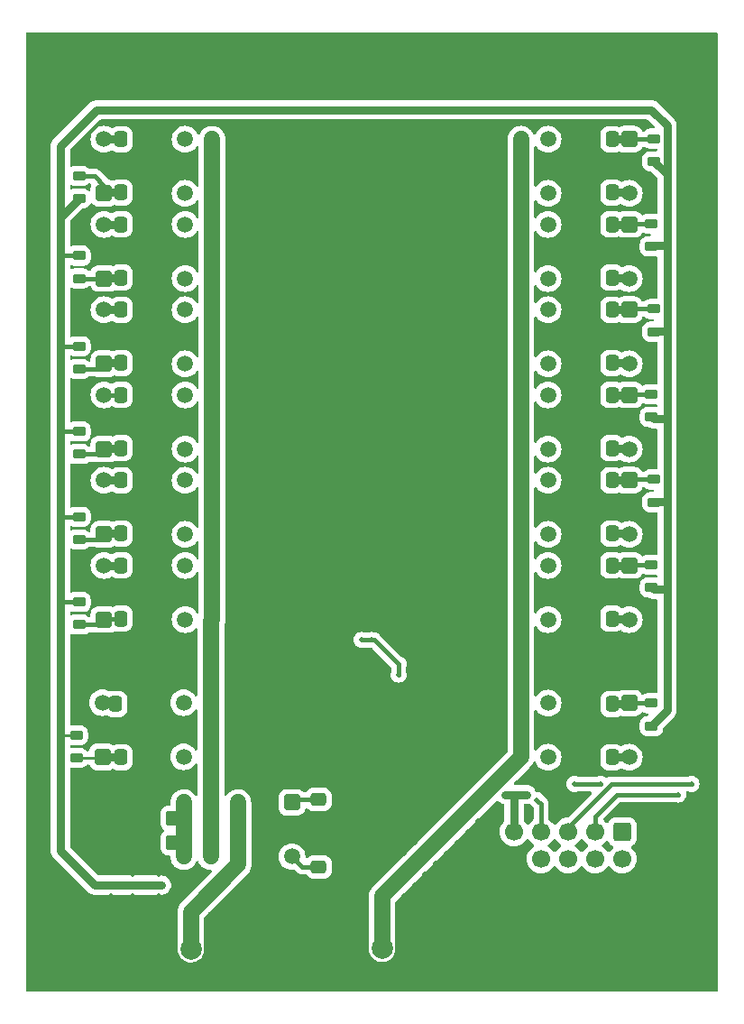
<source format=gbl>
G04 #@! TF.GenerationSoftware,KiCad,Pcbnew,7.0.1*
G04 #@! TF.CreationDate,2023-05-03T08:49:02+02:00*
G04 #@! TF.ProjectId,Dual_BPF,4475616c-5f42-4504-962e-6b696361645f,rev?*
G04 #@! TF.SameCoordinates,Original*
G04 #@! TF.FileFunction,Copper,L2,Bot*
G04 #@! TF.FilePolarity,Positive*
%FSLAX46Y46*%
G04 Gerber Fmt 4.6, Leading zero omitted, Abs format (unit mm)*
G04 Created by KiCad (PCBNEW 7.0.1) date 2023-05-03 08:49:02*
%MOMM*%
%LPD*%
G01*
G04 APERTURE LIST*
G04 Aperture macros list*
%AMRoundRect*
0 Rectangle with rounded corners*
0 $1 Rounding radius*
0 $2 $3 $4 $5 $6 $7 $8 $9 X,Y pos of 4 corners*
0 Add a 4 corners polygon primitive as box body*
4,1,4,$2,$3,$4,$5,$6,$7,$8,$9,$2,$3,0*
0 Add four circle primitives for the rounded corners*
1,1,$1+$1,$2,$3*
1,1,$1+$1,$4,$5*
1,1,$1+$1,$6,$7*
1,1,$1+$1,$8,$9*
0 Add four rect primitives between the rounded corners*
20,1,$1+$1,$2,$3,$4,$5,0*
20,1,$1+$1,$4,$5,$6,$7,0*
20,1,$1+$1,$6,$7,$8,$9,0*
20,1,$1+$1,$8,$9,$2,$3,0*%
G04 Aperture macros list end*
G04 #@! TA.AperFunction,ComponentPad*
%ADD10RoundRect,0.250500X-0.499500X0.499500X-0.499500X-0.499500X0.499500X-0.499500X0.499500X0.499500X0*%
G04 #@! TD*
G04 #@! TA.AperFunction,ComponentPad*
%ADD11C,1.500000*%
G04 #@! TD*
G04 #@! TA.AperFunction,ComponentPad*
%ADD12C,1.998980*%
G04 #@! TD*
G04 #@! TA.AperFunction,ComponentPad*
%ADD13C,2.499360*%
G04 #@! TD*
G04 #@! TA.AperFunction,ComponentPad*
%ADD14RoundRect,0.250500X0.499500X-0.499500X0.499500X0.499500X-0.499500X0.499500X-0.499500X-0.499500X0*%
G04 #@! TD*
G04 #@! TA.AperFunction,ComponentPad*
%ADD15C,5.500000*%
G04 #@! TD*
G04 #@! TA.AperFunction,ComponentPad*
%ADD16RoundRect,0.250000X-0.600000X0.600000X-0.600000X-0.600000X0.600000X-0.600000X0.600000X0.600000X0*%
G04 #@! TD*
G04 #@! TA.AperFunction,ComponentPad*
%ADD17C,1.700000*%
G04 #@! TD*
G04 #@! TA.AperFunction,SMDPad,CuDef*
%ADD18RoundRect,0.250000X-0.337500X-0.475000X0.337500X-0.475000X0.337500X0.475000X-0.337500X0.475000X0*%
G04 #@! TD*
G04 #@! TA.AperFunction,SMDPad,CuDef*
%ADD19RoundRect,0.250000X0.337500X0.475000X-0.337500X0.475000X-0.337500X-0.475000X0.337500X-0.475000X0*%
G04 #@! TD*
G04 #@! TA.AperFunction,SMDPad,CuDef*
%ADD20RoundRect,0.218750X0.381250X-0.218750X0.381250X0.218750X-0.381250X0.218750X-0.381250X-0.218750X0*%
G04 #@! TD*
G04 #@! TA.AperFunction,SMDPad,CuDef*
%ADD21RoundRect,0.218750X-0.381250X0.218750X-0.381250X-0.218750X0.381250X-0.218750X0.381250X0.218750X0*%
G04 #@! TD*
G04 #@! TA.AperFunction,SMDPad,CuDef*
%ADD22RoundRect,0.250000X0.475000X-0.337500X0.475000X0.337500X-0.475000X0.337500X-0.475000X-0.337500X0*%
G04 #@! TD*
G04 #@! TA.AperFunction,SMDPad,CuDef*
%ADD23RoundRect,0.250000X-0.350000X-0.450000X0.350000X-0.450000X0.350000X0.450000X-0.350000X0.450000X0*%
G04 #@! TD*
G04 #@! TA.AperFunction,SMDPad,CuDef*
%ADD24RoundRect,0.250000X0.350000X0.450000X-0.350000X0.450000X-0.350000X-0.450000X0.350000X-0.450000X0*%
G04 #@! TD*
G04 #@! TA.AperFunction,ViaPad*
%ADD25C,0.500000*%
G04 #@! TD*
G04 #@! TA.AperFunction,Conductor*
%ADD26C,0.800000*%
G04 #@! TD*
G04 #@! TA.AperFunction,Conductor*
%ADD27C,0.400000*%
G04 #@! TD*
G04 #@! TA.AperFunction,Conductor*
%ADD28C,0.250000*%
G04 #@! TD*
G04 #@! TA.AperFunction,Conductor*
%ADD29C,1.500000*%
G04 #@! TD*
G04 APERTURE END LIST*
D10*
X95660000Y-78000000D03*
D11*
X90580000Y-78000000D03*
X88040000Y-78000000D03*
X85500000Y-78000000D03*
X85500000Y-83080000D03*
X88040000Y-83080000D03*
X90580000Y-83080000D03*
X95660000Y-83080000D03*
D10*
X95660000Y-90920000D03*
D11*
X90580000Y-90920000D03*
X88040000Y-90920000D03*
X85500000Y-90920000D03*
X85500000Y-96000000D03*
X88040000Y-96000000D03*
X90580000Y-96000000D03*
X95660000Y-96000000D03*
D10*
X95660000Y-62000000D03*
D11*
X90580000Y-62000000D03*
X88040000Y-62000000D03*
X85500000Y-62000000D03*
X85500000Y-67080000D03*
X88040000Y-67080000D03*
X90580000Y-67080000D03*
X95660000Y-67080000D03*
D12*
X54500000Y-114000000D03*
D13*
X51960000Y-111460000D03*
X51960000Y-116540000D03*
X57040000Y-111460000D03*
X57040000Y-116540000D03*
D14*
X46340000Y-59080000D03*
D11*
X51420000Y-59080000D03*
X53960000Y-59080000D03*
X56500000Y-59080000D03*
X56500000Y-54000000D03*
X53960000Y-54000000D03*
X51420000Y-54000000D03*
X46340000Y-54000000D03*
D10*
X64000000Y-100250000D03*
D11*
X58920000Y-100250000D03*
X56380000Y-100250000D03*
X53840000Y-100250000D03*
X53840000Y-105330000D03*
X56380000Y-105330000D03*
X58920000Y-105330000D03*
X64000000Y-105330000D03*
D10*
X95660000Y-38000000D03*
D11*
X90580000Y-38000000D03*
X88040000Y-38000000D03*
X85500000Y-38000000D03*
X85500000Y-43080000D03*
X88040000Y-43080000D03*
X90580000Y-43080000D03*
X95660000Y-43080000D03*
D15*
X99500000Y-113000000D03*
X100000000Y-31500000D03*
D14*
X46340000Y-83080000D03*
D11*
X51420000Y-83080000D03*
X53960000Y-83080000D03*
X56500000Y-83080000D03*
X56500000Y-78000000D03*
X53960000Y-78000000D03*
X51420000Y-78000000D03*
X46340000Y-78000000D03*
D15*
X42500000Y-31500000D03*
X42500000Y-113000000D03*
D16*
X95000000Y-103000000D03*
D17*
X95000000Y-105540000D03*
X92460000Y-103000000D03*
X92460000Y-105540000D03*
X89920000Y-103000000D03*
X89920000Y-105540000D03*
X87380000Y-103000000D03*
X87380000Y-105540000D03*
X84840000Y-103000000D03*
X84840000Y-105540000D03*
D12*
X72460000Y-113960000D03*
D13*
X69920000Y-111420000D03*
X69920000Y-116500000D03*
X75000000Y-111420000D03*
X75000000Y-116500000D03*
D10*
X95660000Y-70000000D03*
D11*
X90580000Y-70000000D03*
X88040000Y-70000000D03*
X85500000Y-70000000D03*
X85500000Y-75080000D03*
X88040000Y-75080000D03*
X90580000Y-75080000D03*
X95660000Y-75080000D03*
D14*
X46340000Y-67080000D03*
D11*
X51420000Y-67080000D03*
X53960000Y-67080000D03*
X56500000Y-67080000D03*
X56500000Y-62000000D03*
X53960000Y-62000000D03*
X51420000Y-62000000D03*
X46340000Y-62000000D03*
D10*
X95660000Y-54000000D03*
D11*
X90580000Y-54000000D03*
X88040000Y-54000000D03*
X85500000Y-54000000D03*
X85500000Y-59080000D03*
X88040000Y-59080000D03*
X90580000Y-59080000D03*
X95660000Y-59080000D03*
D14*
X46340000Y-43080000D03*
D11*
X51420000Y-43080000D03*
X53960000Y-43080000D03*
X56500000Y-43080000D03*
X56500000Y-38000000D03*
X53960000Y-38000000D03*
X51420000Y-38000000D03*
X46340000Y-38000000D03*
D14*
X46340000Y-51080000D03*
D11*
X51420000Y-51080000D03*
X53960000Y-51080000D03*
X56500000Y-51080000D03*
X56500000Y-46000000D03*
X53960000Y-46000000D03*
X51420000Y-46000000D03*
X46340000Y-46000000D03*
D10*
X95660000Y-46000000D03*
D11*
X90580000Y-46000000D03*
X88040000Y-46000000D03*
X85500000Y-46000000D03*
X85500000Y-51080000D03*
X88040000Y-51080000D03*
X90580000Y-51080000D03*
X95660000Y-51080000D03*
D14*
X46340000Y-75080000D03*
D11*
X51420000Y-75080000D03*
X53960000Y-75080000D03*
X56500000Y-75080000D03*
X56500000Y-70000000D03*
X53960000Y-70000000D03*
X51420000Y-70000000D03*
X46340000Y-70000000D03*
D14*
X46222500Y-95967500D03*
D11*
X51302500Y-95967500D03*
X53842500Y-95967500D03*
X56382500Y-95967500D03*
X56382500Y-90887500D03*
X53842500Y-90887500D03*
X51302500Y-90887500D03*
X46222500Y-90887500D03*
D18*
X47462500Y-91000000D03*
X49537500Y-91000000D03*
X47962500Y-70000000D03*
X50037500Y-70000000D03*
D19*
X94037500Y-38000000D03*
X91962500Y-38000000D03*
X94037500Y-51000000D03*
X91962500Y-51000000D03*
D20*
X97750000Y-48062500D03*
X97750000Y-45937500D03*
X97750000Y-64062500D03*
X97750000Y-61937500D03*
D18*
X47962500Y-83000000D03*
X50037500Y-83000000D03*
D21*
X44000000Y-57437500D03*
X44000000Y-59562500D03*
D19*
X94037500Y-75000000D03*
X91962500Y-75000000D03*
D18*
X47962500Y-78000000D03*
X50037500Y-78000000D03*
D21*
X43750000Y-93937500D03*
X43750000Y-96062500D03*
D19*
X94037500Y-62000000D03*
X91962500Y-62000000D03*
D21*
X44000000Y-73437500D03*
X44000000Y-75562500D03*
D18*
X47962500Y-51000000D03*
X50037500Y-51000000D03*
D21*
X44000000Y-65437500D03*
X44000000Y-67562500D03*
D18*
X47962500Y-62000000D03*
X50037500Y-62000000D03*
D20*
X44000000Y-43562500D03*
X44000000Y-41437500D03*
D18*
X47962500Y-46000000D03*
X50037500Y-46000000D03*
D19*
X94037500Y-59000000D03*
X91962500Y-59000000D03*
D20*
X98000000Y-56062500D03*
X98000000Y-53937500D03*
X98000000Y-40062500D03*
X98000000Y-37937500D03*
D19*
X94037500Y-67000000D03*
X91962500Y-67000000D03*
D20*
X97750000Y-93062500D03*
X97750000Y-90937500D03*
D19*
X94037500Y-54000000D03*
X91962500Y-54000000D03*
D22*
X66500000Y-102037500D03*
X66500000Y-99962500D03*
D18*
X47962500Y-96000000D03*
X50037500Y-96000000D03*
D22*
X66500000Y-106287500D03*
X66500000Y-104212500D03*
D18*
X47962500Y-59000000D03*
X50037500Y-59000000D03*
X47962500Y-54000000D03*
X50037500Y-54000000D03*
D19*
X94037500Y-83000000D03*
X91962500Y-83000000D03*
D18*
X47962500Y-38000000D03*
X50037500Y-38000000D03*
D21*
X44000000Y-48937500D03*
X44000000Y-51062500D03*
D18*
X47962500Y-75000000D03*
X50037500Y-75000000D03*
D19*
X94037500Y-43000000D03*
X91962500Y-43000000D03*
D18*
X47962500Y-67000000D03*
X50037500Y-67000000D03*
D19*
X94037500Y-78000000D03*
X91962500Y-78000000D03*
D23*
X50750000Y-104000000D03*
X52750000Y-104000000D03*
D20*
X98000000Y-72062500D03*
X98000000Y-69937500D03*
D19*
X94037500Y-96000000D03*
X91962500Y-96000000D03*
D21*
X44000000Y-81437500D03*
X44000000Y-83562500D03*
D19*
X94037500Y-46000000D03*
X91962500Y-46000000D03*
X94075000Y-91000000D03*
X92000000Y-91000000D03*
D18*
X47962500Y-43000000D03*
X50037500Y-43000000D03*
D19*
X94037500Y-70000000D03*
X91962500Y-70000000D03*
D24*
X52750000Y-101750000D03*
X50750000Y-101750000D03*
D20*
X97750000Y-80062500D03*
X97750000Y-77937500D03*
D25*
X76000000Y-51500000D03*
X67500000Y-94000000D03*
X43500000Y-108000000D03*
X58500000Y-63000000D03*
X66000000Y-51500000D03*
X58500000Y-37000000D03*
X61500000Y-76500000D03*
X100750000Y-33500000D03*
X59500000Y-82000000D03*
X72750000Y-33500000D03*
X54500000Y-85000000D03*
X42500000Y-107000000D03*
X83500000Y-67000000D03*
X62000000Y-59500000D03*
X83500000Y-74000000D03*
X82000000Y-51500000D03*
X69500000Y-82000000D03*
X88750000Y-33500000D03*
X60500000Y-74000000D03*
X58500000Y-43000000D03*
X58000000Y-43500000D03*
X60500000Y-42000000D03*
X77500000Y-106000000D03*
X83500000Y-47000000D03*
X40750000Y-61440000D03*
X89500000Y-73000000D03*
X40750000Y-79220000D03*
X74500000Y-109000000D03*
X102500000Y-94960000D03*
X48750000Y-33500000D03*
X58500000Y-67000000D03*
X40750000Y-71600000D03*
X49000000Y-105000000D03*
X72000000Y-59500000D03*
X83000000Y-76500000D03*
X64500000Y-97850500D03*
X71000000Y-81000000D03*
X61500000Y-94000000D03*
X89500000Y-42000000D03*
X102500000Y-92420000D03*
X80500000Y-103000000D03*
X59500000Y-58000000D03*
X76000000Y-59500000D03*
X89500000Y-63000000D03*
X58500000Y-85000000D03*
X87500000Y-85000000D03*
X83500000Y-37000000D03*
X40750000Y-48740000D03*
X75500000Y-76500000D03*
X52500000Y-65000000D03*
X63500000Y-94000000D03*
X68000000Y-76500000D03*
X40750000Y-81760000D03*
X40750000Y-86840000D03*
X102500000Y-49240000D03*
X83500000Y-51000000D03*
X52500000Y-82000000D03*
X72500000Y-75000000D03*
X85000000Y-116500000D03*
X80000000Y-59500000D03*
X58500000Y-38000000D03*
X89500000Y-41000000D03*
X58500000Y-62000000D03*
X40750000Y-51280000D03*
X58500000Y-84000000D03*
X61500000Y-75000000D03*
X52500000Y-48000000D03*
X60500000Y-58000000D03*
X89500000Y-74000000D03*
X102500000Y-44160000D03*
X74500000Y-37000000D03*
X55500000Y-107000000D03*
X49000000Y-107000000D03*
X47000000Y-109000000D03*
X60000000Y-67500000D03*
X102500000Y-77180000D03*
X74000000Y-43500000D03*
X40750000Y-66520000D03*
X40750000Y-99540000D03*
X59500000Y-55000000D03*
X77500000Y-94000000D03*
X60500000Y-78000000D03*
X52500000Y-93000000D03*
X75500000Y-104000000D03*
X59500000Y-63000000D03*
X89500000Y-71000000D03*
X78000000Y-59500000D03*
X76500000Y-107000000D03*
X58500000Y-51000000D03*
X70000000Y-59500000D03*
X52500000Y-80000000D03*
X102500000Y-89880000D03*
X83500000Y-70000000D03*
X81000000Y-116500000D03*
X67000000Y-76500000D03*
X52500000Y-66000000D03*
X89500000Y-81000000D03*
X92750000Y-33500000D03*
X59500000Y-42000000D03*
X102500000Y-54320000D03*
X62000000Y-51500000D03*
X40750000Y-104620000D03*
X83500000Y-58000000D03*
X52500000Y-42000000D03*
X40750000Y-58900000D03*
X102500000Y-100040000D03*
X71500000Y-108000000D03*
X66000000Y-43500000D03*
X83500000Y-78000000D03*
X60500000Y-50000000D03*
X76500000Y-103000000D03*
X78000000Y-43500000D03*
X52500000Y-73000000D03*
X77000000Y-76500000D03*
X44000000Y-97500000D03*
X64000000Y-51500000D03*
X52500000Y-55000000D03*
X52500000Y-79000000D03*
X41500000Y-106000000D03*
X81500000Y-76500000D03*
X52500000Y-95000000D03*
X75500000Y-108000000D03*
X68000000Y-59500000D03*
X59500000Y-66000000D03*
X60000000Y-51500000D03*
X82500000Y-75000000D03*
X102500000Y-67020000D03*
X52500000Y-97800000D03*
X101000000Y-116500000D03*
X79500000Y-94000000D03*
X60500000Y-94000000D03*
X40750000Y-74140000D03*
X68000000Y-51500000D03*
X40750000Y-36040000D03*
X40750000Y-38580000D03*
X102500000Y-46700000D03*
X46000000Y-106000000D03*
X102500000Y-102580000D03*
X80500000Y-97850500D03*
X76500000Y-97850500D03*
X40750000Y-89380000D03*
X60500000Y-55000000D03*
X78500000Y-97850500D03*
X40750000Y-41120000D03*
X84000000Y-43500000D03*
X58500000Y-50000000D03*
X40750000Y-69060000D03*
X58500000Y-54000000D03*
X74500000Y-97850500D03*
X74000000Y-59500000D03*
X70000000Y-67500000D03*
X58500000Y-82000000D03*
X87500000Y-87000000D03*
X49000000Y-116500000D03*
X102500000Y-107660000D03*
X52500000Y-72000000D03*
X40750000Y-94460000D03*
X40750000Y-53820000D03*
X58500000Y-66000000D03*
X89500000Y-94000000D03*
X70500000Y-97850500D03*
X89500000Y-93000000D03*
X80000000Y-51500000D03*
X75500000Y-75000000D03*
X52500000Y-81000000D03*
X64000000Y-67500000D03*
X102500000Y-36540000D03*
X58500000Y-86000000D03*
X64500000Y-75000000D03*
X54500000Y-87000000D03*
X59500000Y-93000000D03*
X56750000Y-33500000D03*
X84750000Y-33500000D03*
X84000000Y-59500000D03*
X68750000Y-33500000D03*
X89500000Y-50000000D03*
X66000000Y-59500000D03*
X52500000Y-71000000D03*
X51500000Y-107000000D03*
X102500000Y-79720000D03*
X69500000Y-75000000D03*
X52500000Y-50000000D03*
X58500000Y-92000000D03*
X76000000Y-67500000D03*
X52500000Y-58000000D03*
X102500000Y-59400000D03*
X82000000Y-43500000D03*
X77500000Y-102000000D03*
X77000000Y-79500000D03*
X70000000Y-43500000D03*
X58500000Y-55000000D03*
X89500000Y-47000000D03*
X93000000Y-116500000D03*
X73500000Y-94000000D03*
X58500000Y-42000000D03*
X54500000Y-86000000D03*
X83500000Y-38000000D03*
X45000000Y-116500000D03*
X69500000Y-81000000D03*
X77000000Y-116500000D03*
X72000000Y-51500000D03*
X89500000Y-95000000D03*
X59500000Y-50000000D03*
X82500000Y-92000000D03*
X40750000Y-102080000D03*
X89500000Y-65000000D03*
X89500000Y-56000000D03*
X102500000Y-51780000D03*
X40750000Y-63980000D03*
X52500000Y-56000000D03*
X60500000Y-97800000D03*
X52500000Y-41000000D03*
X60750000Y-33500000D03*
X52750000Y-33500000D03*
X68500000Y-37000000D03*
X102500000Y-69560000D03*
X84000000Y-51500000D03*
X40750000Y-56360000D03*
X79500000Y-104000000D03*
X84000000Y-67500000D03*
X59500000Y-71000000D03*
X58500000Y-46000000D03*
X60500000Y-63000000D03*
X59500000Y-46000000D03*
X59500000Y-37000000D03*
X49000000Y-102500000D03*
X63000000Y-75000000D03*
X51500000Y-109000000D03*
X86500000Y-97000000D03*
X40750000Y-43660000D03*
X52500000Y-64000000D03*
X81000000Y-75000000D03*
X74500000Y-105000000D03*
X78000000Y-67500000D03*
X58500000Y-87000000D03*
X49000000Y-109000000D03*
X80000000Y-67500000D03*
X72500000Y-107000000D03*
X58500000Y-96000000D03*
X72500000Y-97850500D03*
X62000000Y-67500000D03*
X52500000Y-47000000D03*
X60500000Y-100000000D03*
X52500000Y-57000000D03*
X58500000Y-70000000D03*
X40750000Y-46200000D03*
X102500000Y-82260000D03*
X71000000Y-75000000D03*
X102500000Y-105120000D03*
X65500000Y-94000000D03*
X58500000Y-109000000D03*
X58500000Y-59000000D03*
X83500000Y-66000000D03*
X89500000Y-82000000D03*
X61000000Y-116500000D03*
X68000000Y-43500000D03*
X58500000Y-78000000D03*
X49000000Y-100000000D03*
X52500000Y-40000000D03*
X83500000Y-54000000D03*
X89500000Y-92000000D03*
X59500000Y-74000000D03*
X58500000Y-75000000D03*
X52500000Y-49000000D03*
X83500000Y-71000000D03*
X66500000Y-97850500D03*
X58500000Y-74000000D03*
X58500000Y-97800000D03*
X83500000Y-42000000D03*
X74000000Y-75000000D03*
X102500000Y-97500000D03*
X53500000Y-109000000D03*
X60500000Y-104000000D03*
X83500000Y-43000000D03*
X89500000Y-39000000D03*
X76000000Y-43500000D03*
X80000000Y-43500000D03*
X64000000Y-59500000D03*
X83500000Y-46000000D03*
X80000000Y-76500000D03*
X83500000Y-62000000D03*
X78500000Y-105000000D03*
X102500000Y-84800000D03*
X71500000Y-94000000D03*
X67500000Y-37000000D03*
X89500000Y-79000000D03*
X40750000Y-97000000D03*
X52500000Y-92000000D03*
X60500000Y-46000000D03*
X82000000Y-67500000D03*
X81500000Y-102000000D03*
X69500000Y-94000000D03*
X72000000Y-67500000D03*
X44000000Y-100000000D03*
X44000000Y-102500000D03*
X44500000Y-104500000D03*
X83500000Y-59000000D03*
X89500000Y-49000000D03*
X75500000Y-94000000D03*
X54200000Y-97800000D03*
X74000000Y-67500000D03*
X83500000Y-50000000D03*
X83500000Y-84000000D03*
X60500000Y-71000000D03*
X52500000Y-39000000D03*
X52500000Y-63000000D03*
X83500000Y-92000000D03*
X89500000Y-57000000D03*
X102500000Y-41620000D03*
X72000000Y-43500000D03*
X40750000Y-91920000D03*
X89500000Y-48000000D03*
X83500000Y-75000000D03*
X71000000Y-82000000D03*
X68000000Y-67500000D03*
X102500000Y-74640000D03*
X89500000Y-58000000D03*
X66500000Y-37000000D03*
X75500000Y-79500000D03*
X89500000Y-64000000D03*
X82000000Y-59500000D03*
X59500000Y-78000000D03*
X66000000Y-75000000D03*
X83500000Y-82000000D03*
X83500000Y-55000000D03*
X60000000Y-75000000D03*
X62500000Y-97850500D03*
X73500000Y-106000000D03*
X58500000Y-83000000D03*
X89000000Y-116500000D03*
X49000000Y-97800000D03*
X53500000Y-107000000D03*
X89500000Y-66000000D03*
X83500000Y-96000000D03*
X60000000Y-43500000D03*
X102500000Y-61940000D03*
X80500000Y-93000000D03*
X60000000Y-76500000D03*
X52500000Y-74000000D03*
X66000000Y-67500000D03*
X82500000Y-37000000D03*
X64000000Y-43500000D03*
X102500000Y-56860000D03*
X58500000Y-58000000D03*
X40750000Y-76680000D03*
X58500000Y-71000000D03*
X40750000Y-84300000D03*
X89500000Y-40000000D03*
X78500000Y-76500000D03*
X78000000Y-51500000D03*
X60500000Y-66000000D03*
X96750000Y-33500000D03*
X97000000Y-116500000D03*
X61500000Y-78000000D03*
X60500000Y-106000000D03*
X70000000Y-51500000D03*
X68500000Y-97850500D03*
X60500000Y-37000000D03*
X80750000Y-33500000D03*
X89500000Y-80000000D03*
X45000000Y-109000000D03*
X89500000Y-72000000D03*
X52500000Y-94000000D03*
X74000000Y-51500000D03*
X102500000Y-64480000D03*
X64750000Y-33500000D03*
X76750000Y-33500000D03*
X65000000Y-116500000D03*
X102500000Y-72100000D03*
X60000000Y-59500000D03*
X102500000Y-39080000D03*
X62000000Y-43500000D03*
X89500000Y-55000000D03*
X102500000Y-87340000D03*
X60500000Y-102000000D03*
X82500000Y-97000000D03*
X49250000Y-108000000D03*
X84000000Y-99500000D03*
X42250000Y-88000000D03*
X85000000Y-99500000D03*
X51750000Y-108000000D03*
X86000000Y-99500000D03*
X50500000Y-108000000D03*
X70500000Y-85000000D03*
X71500000Y-85000000D03*
X74000000Y-87250000D03*
X74000000Y-88250000D03*
X101500000Y-98500000D03*
X100249500Y-99500000D03*
X90500000Y-98500000D03*
X93000000Y-98500000D03*
X87000000Y-100000000D03*
D26*
X91962500Y-54000000D02*
X90580000Y-54000000D01*
X51340000Y-83000000D02*
X51420000Y-83080000D01*
X90660000Y-43000000D02*
X90580000Y-43080000D01*
X91962500Y-62000000D02*
X90580000Y-62000000D01*
X91962500Y-43000000D02*
X90660000Y-43000000D01*
X91962500Y-46000000D02*
X90580000Y-46000000D01*
X50037500Y-59000000D02*
X51340000Y-59000000D01*
X51340000Y-75000000D02*
X51420000Y-75080000D01*
X90660000Y-51000000D02*
X90580000Y-51080000D01*
X90660000Y-75000000D02*
X90580000Y-75080000D01*
X51270000Y-96000000D02*
X51302500Y-95967500D01*
X91962500Y-96000000D02*
X90580000Y-96000000D01*
X90660000Y-83000000D02*
X90580000Y-83080000D01*
X51190000Y-91000000D02*
X51302500Y-90887500D01*
X91962500Y-59000000D02*
X90660000Y-59000000D01*
X91962500Y-70000000D02*
X90580000Y-70000000D01*
X90660000Y-67000000D02*
X90580000Y-67080000D01*
X50037500Y-43000000D02*
X51340000Y-43000000D01*
X91962500Y-51000000D02*
X90660000Y-51000000D01*
X91962500Y-83000000D02*
X90660000Y-83000000D01*
X91962500Y-75000000D02*
X90660000Y-75000000D01*
X91962500Y-78000000D02*
X90580000Y-78000000D01*
X50037500Y-96000000D02*
X51270000Y-96000000D01*
X50037500Y-78000000D02*
X51420000Y-78000000D01*
X49537500Y-91000000D02*
X51190000Y-91000000D01*
X50037500Y-51000000D02*
X51340000Y-51000000D01*
X50037500Y-75000000D02*
X51340000Y-75000000D01*
X50037500Y-38000000D02*
X51420000Y-38000000D01*
X91962500Y-38000000D02*
X90580000Y-38000000D01*
X51340000Y-43000000D02*
X51420000Y-43080000D01*
X50037500Y-46000000D02*
X51420000Y-46000000D01*
X51340000Y-51000000D02*
X51420000Y-51080000D01*
X50037500Y-83000000D02*
X51340000Y-83000000D01*
X91962500Y-67000000D02*
X90660000Y-67000000D01*
X50037500Y-54000000D02*
X51420000Y-54000000D01*
X51340000Y-59000000D02*
X51420000Y-59080000D01*
X50037500Y-67000000D02*
X51340000Y-67000000D01*
X50037500Y-70000000D02*
X51420000Y-70000000D01*
X92000000Y-91000000D02*
X90660000Y-91000000D01*
X90660000Y-59000000D02*
X90580000Y-59080000D01*
X90660000Y-91000000D02*
X90580000Y-90920000D01*
X51340000Y-67000000D02*
X51420000Y-67080000D01*
X99200000Y-64250000D02*
X99200000Y-56000000D01*
D27*
X44000000Y-65437500D02*
X42437500Y-65437500D01*
D26*
X99200000Y-72000000D02*
X98062500Y-72000000D01*
X45625000Y-35250000D02*
X97750000Y-35250000D01*
X97750000Y-35250000D02*
X99200000Y-36700000D01*
X42250000Y-65250000D02*
X42250000Y-57500000D01*
X50500000Y-108000000D02*
X51750000Y-108000000D01*
X99200000Y-56000000D02*
X98062500Y-56000000D01*
X42250000Y-94000000D02*
X42250000Y-88000000D01*
D27*
X44000000Y-81437500D02*
X42437500Y-81437500D01*
D26*
X42250000Y-45312500D02*
X44000000Y-43562500D01*
X99200000Y-48000000D02*
X99200000Y-42000000D01*
X84000000Y-99500000D02*
X85000000Y-99500000D01*
D28*
X42312500Y-93937500D02*
X42250000Y-94000000D01*
D27*
X42312500Y-48937500D02*
X42250000Y-49000000D01*
D26*
X99200000Y-36700000D02*
X99200000Y-42000000D01*
X98062500Y-56000000D02*
X98000000Y-56062500D01*
X84840000Y-103000000D02*
X84840000Y-99660000D01*
X42250000Y-88000000D02*
X42250000Y-81250000D01*
D27*
X44000000Y-48937500D02*
X42312500Y-48937500D01*
X42437500Y-81437500D02*
X42250000Y-81250000D01*
D26*
X97812500Y-48000000D02*
X97750000Y-48062500D01*
X97937500Y-64250000D02*
X97750000Y-64062500D01*
D27*
X42312500Y-57437500D02*
X42250000Y-57500000D01*
D26*
X49250000Y-108000000D02*
X50500000Y-108000000D01*
X97750000Y-93062500D02*
X99200000Y-91612500D01*
X99200000Y-64250000D02*
X97937500Y-64250000D01*
X42250000Y-81250000D02*
X42250000Y-73500000D01*
D27*
X44000000Y-73437500D02*
X42312500Y-73437500D01*
D26*
X42250000Y-45312500D02*
X42250000Y-38625000D01*
X42250000Y-104750000D02*
X42250000Y-94000000D01*
D27*
X42312500Y-73437500D02*
X42250000Y-73500000D01*
D26*
X42250000Y-38625000D02*
X45625000Y-35250000D01*
X85000000Y-99500000D02*
X86000000Y-99500000D01*
X42250000Y-49000000D02*
X42250000Y-45312500D01*
X49250000Y-108000000D02*
X45500000Y-108000000D01*
X97937500Y-80250000D02*
X97750000Y-80062500D01*
X42250000Y-73500000D02*
X42250000Y-65250000D01*
X45500000Y-108000000D02*
X42250000Y-104750000D01*
X99200000Y-41262500D02*
X98000000Y-40062500D01*
X99200000Y-80250000D02*
X99200000Y-72000000D01*
X99200000Y-48000000D02*
X97812500Y-48000000D01*
D27*
X44000000Y-57437500D02*
X42312500Y-57437500D01*
D26*
X99200000Y-56000000D02*
X99200000Y-48000000D01*
X99200000Y-42000000D02*
X99200000Y-41262500D01*
X99200000Y-80250000D02*
X97937500Y-80250000D01*
X99200000Y-72000000D02*
X99200000Y-64250000D01*
D27*
X42437500Y-65437500D02*
X42250000Y-65250000D01*
D26*
X84840000Y-99660000D02*
X85000000Y-99500000D01*
X98062500Y-72000000D02*
X98000000Y-72062500D01*
D28*
X43750000Y-93937500D02*
X42312500Y-93937500D01*
D26*
X42250000Y-57500000D02*
X42250000Y-49000000D01*
X99200000Y-91612500D02*
X99200000Y-80250000D01*
X47962500Y-78000000D02*
X46340000Y-78000000D01*
D27*
X45857500Y-83562500D02*
X46340000Y-83080000D01*
X44000000Y-83562500D02*
X45857500Y-83562500D01*
D26*
X46420000Y-83000000D02*
X46340000Y-83080000D01*
D27*
X47962500Y-83000000D02*
X46420000Y-83000000D01*
D26*
X47962500Y-38000000D02*
X46340000Y-38000000D01*
X47962500Y-46000000D02*
X46340000Y-46000000D01*
X47962500Y-54000000D02*
X46340000Y-54000000D01*
D27*
X46340000Y-62000000D02*
X47962500Y-62000000D01*
D26*
X47962500Y-70000000D02*
X46340000Y-70000000D01*
X47462500Y-91000000D02*
X46335000Y-91000000D01*
X46335000Y-91000000D02*
X46222500Y-90887500D01*
D27*
X46340000Y-42340000D02*
X46340000Y-43080000D01*
X45437500Y-41437500D02*
X46340000Y-42340000D01*
X44000000Y-41437500D02*
X45437500Y-41437500D01*
D26*
X46420000Y-43000000D02*
X46340000Y-43080000D01*
X47962500Y-43000000D02*
X46420000Y-43000000D01*
D27*
X46322500Y-51062500D02*
X46340000Y-51080000D01*
D26*
X47962500Y-51000000D02*
X46420000Y-51000000D01*
X46420000Y-51000000D02*
X46340000Y-51080000D01*
D27*
X44000000Y-51062500D02*
X46322500Y-51062500D01*
D26*
X47962500Y-59000000D02*
X46420000Y-59000000D01*
X46420000Y-59000000D02*
X46340000Y-59080000D01*
D27*
X45857500Y-59562500D02*
X46340000Y-59080000D01*
X44000000Y-59562500D02*
X45857500Y-59562500D01*
D26*
X47962500Y-67000000D02*
X46420000Y-67000000D01*
X46420000Y-67000000D02*
X46340000Y-67080000D01*
D27*
X44000000Y-67562500D02*
X45857500Y-67562500D01*
X45857500Y-67562500D02*
X46340000Y-67080000D01*
D26*
X46420000Y-75000000D02*
X46340000Y-75080000D01*
D27*
X45857500Y-75562500D02*
X46340000Y-75080000D01*
D26*
X47962500Y-75000000D02*
X46420000Y-75000000D01*
D27*
X44000000Y-75562500D02*
X45857500Y-75562500D01*
D28*
X46127500Y-96062500D02*
X46222500Y-95967500D01*
D26*
X47962500Y-96000000D02*
X46255000Y-96000000D01*
X46255000Y-96000000D02*
X46222500Y-95967500D01*
D28*
X43750000Y-96062500D02*
X46127500Y-96062500D01*
D27*
X64957500Y-106287500D02*
X64000000Y-105330000D01*
X66500000Y-106287500D02*
X64957500Y-106287500D01*
D26*
X94037500Y-38000000D02*
X95660000Y-38000000D01*
D27*
X95660000Y-38000000D02*
X97937500Y-38000000D01*
X97937500Y-38000000D02*
X98000000Y-37937500D01*
X95722500Y-45937500D02*
X95660000Y-46000000D01*
X97750000Y-45937500D02*
X95722500Y-45937500D01*
D26*
X94037500Y-46000000D02*
X95660000Y-46000000D01*
D27*
X95722500Y-53937500D02*
X95660000Y-54000000D01*
X98000000Y-53937500D02*
X95722500Y-53937500D01*
D26*
X94037500Y-54000000D02*
X95660000Y-54000000D01*
D27*
X97750000Y-61937500D02*
X95722500Y-61937500D01*
X95722500Y-61937500D02*
X95660000Y-62000000D01*
D26*
X94037500Y-62000000D02*
X95660000Y-62000000D01*
D27*
X95722500Y-69937500D02*
X95660000Y-70000000D01*
X98000000Y-69937500D02*
X95722500Y-69937500D01*
D26*
X94037500Y-70000000D02*
X95660000Y-70000000D01*
X94075000Y-91000000D02*
X95580000Y-91000000D01*
D27*
X95677500Y-90937500D02*
X95660000Y-90920000D01*
D26*
X95580000Y-91000000D02*
X95660000Y-90920000D01*
D27*
X97750000Y-90937500D02*
X95677500Y-90937500D01*
D26*
X94037500Y-43000000D02*
X95580000Y-43000000D01*
X95580000Y-43000000D02*
X95660000Y-43080000D01*
X94037500Y-51000000D02*
X95580000Y-51000000D01*
X95580000Y-51000000D02*
X95660000Y-51080000D01*
X94037500Y-59000000D02*
X95580000Y-59000000D01*
X95580000Y-59000000D02*
X95660000Y-59080000D01*
X95580000Y-67000000D02*
X95660000Y-67080000D01*
X94037500Y-67000000D02*
X95580000Y-67000000D01*
X94037500Y-75000000D02*
X95580000Y-75000000D01*
X95580000Y-75000000D02*
X95660000Y-75080000D01*
X94037500Y-96000000D02*
X95660000Y-96000000D01*
D27*
X66500000Y-99962500D02*
X64287500Y-99962500D01*
X64287500Y-99962500D02*
X64000000Y-100250000D01*
X97750000Y-77937500D02*
X95722500Y-77937500D01*
D26*
X94037500Y-78000000D02*
X95660000Y-78000000D01*
D27*
X95722500Y-77937500D02*
X95660000Y-78000000D01*
D26*
X94037500Y-83000000D02*
X95580000Y-83000000D01*
X95580000Y-83000000D02*
X95660000Y-83080000D01*
D27*
X71750000Y-85000000D02*
X74000000Y-87250000D01*
X71500000Y-85000000D02*
X71750000Y-85000000D01*
X70500000Y-85000000D02*
X71500000Y-85000000D01*
X74000000Y-87250000D02*
X74000000Y-88250000D01*
D29*
X85500000Y-67080000D02*
X85500000Y-70000000D01*
X85500000Y-70000000D02*
X85500000Y-75080000D01*
X85500000Y-59080000D02*
X85500000Y-62000000D01*
X85500000Y-83080000D02*
X85500000Y-90920000D01*
X72460000Y-109040000D02*
X72460000Y-113960000D01*
X85500000Y-75080000D02*
X85500000Y-78000000D01*
X85500000Y-46000000D02*
X85500000Y-51080000D01*
X85500000Y-78000000D02*
X85500000Y-83080000D01*
X85500000Y-43080000D02*
X85500000Y-46000000D01*
X85500000Y-54000000D02*
X85500000Y-59080000D01*
X85500000Y-90920000D02*
X85500000Y-96000000D01*
X85500000Y-51080000D02*
X85500000Y-54000000D01*
X85500000Y-96000000D02*
X72460000Y-109040000D01*
X85500000Y-62000000D02*
X85500000Y-67080000D01*
X85500000Y-38000000D02*
X85500000Y-43080000D01*
X58920000Y-105330000D02*
X58920000Y-106080000D01*
X54500000Y-110500000D02*
X54500000Y-114000000D01*
X58920000Y-100250000D02*
X58920000Y-105330000D01*
X58920000Y-106080000D02*
X54500000Y-110500000D01*
X56500000Y-78000000D02*
X56500000Y-75080000D01*
X56500000Y-46000000D02*
X56500000Y-43080000D01*
X56382500Y-83197500D02*
X56500000Y-83080000D01*
X56500000Y-70000000D02*
X56500000Y-67080000D01*
X56380000Y-100250000D02*
X56380000Y-105330000D01*
X56500000Y-51080000D02*
X56500000Y-46000000D01*
X56382500Y-95967500D02*
X56382500Y-90887500D01*
X56500000Y-59080000D02*
X56500000Y-54000000D01*
X56382500Y-100247500D02*
X56380000Y-100250000D01*
X56500000Y-62000000D02*
X56500000Y-59080000D01*
X56500000Y-75080000D02*
X56500000Y-70000000D01*
X56382500Y-95967500D02*
X56382500Y-100247500D01*
X56500000Y-83080000D02*
X56500000Y-78000000D01*
X56382500Y-90887500D02*
X56382500Y-83197500D01*
X56500000Y-43080000D02*
X56500000Y-38000000D01*
X56500000Y-54000000D02*
X56500000Y-51080000D01*
X56500000Y-67080000D02*
X56500000Y-62000000D01*
D27*
X89920000Y-103000000D02*
X89920000Y-102580000D01*
X89920000Y-102580000D02*
X94000000Y-98500000D01*
X94000000Y-98500000D02*
X101500000Y-98500000D01*
X94500000Y-99500000D02*
X100249500Y-99500000D01*
X92460000Y-101540000D02*
X94500000Y-99500000D01*
X92460000Y-103000000D02*
X92460000Y-101540000D01*
X93000000Y-98500000D02*
X90500000Y-98500000D01*
X87380000Y-103000000D02*
X87380000Y-100380000D01*
X87380000Y-100380000D02*
X87000000Y-100000000D01*
D29*
X53840000Y-100250000D02*
X53840000Y-105330000D01*
G04 #@! TA.AperFunction,Conductor*
G36*
X103937500Y-28017113D02*
G01*
X103982887Y-28062500D01*
X103999500Y-28124500D01*
X103999500Y-117875500D01*
X103982887Y-117937500D01*
X103937500Y-117982887D01*
X103875500Y-117999500D01*
X39124500Y-117999500D01*
X39062500Y-117982887D01*
X39017113Y-117937500D01*
X39000500Y-117875500D01*
X39000500Y-104702611D01*
X41345781Y-104702611D01*
X41349330Y-104770337D01*
X41349500Y-104776826D01*
X41349500Y-104797198D01*
X41351627Y-104817445D01*
X41352136Y-104823909D01*
X41355686Y-104891645D01*
X41359315Y-104905187D01*
X41362860Y-104924315D01*
X41364325Y-104938254D01*
X41385282Y-105002754D01*
X41387125Y-105008976D01*
X41404679Y-105074487D01*
X41411042Y-105086974D01*
X41418489Y-105104953D01*
X41422820Y-105118283D01*
X41456725Y-105177008D01*
X41459823Y-105182713D01*
X41490615Y-105243146D01*
X41490617Y-105243149D01*
X41499439Y-105254043D01*
X41510458Y-105270076D01*
X41517466Y-105282215D01*
X41562855Y-105332626D01*
X41567066Y-105337556D01*
X41579883Y-105353382D01*
X41594274Y-105367773D01*
X41598743Y-105372482D01*
X41644129Y-105422888D01*
X41655467Y-105431125D01*
X41670265Y-105443764D01*
X44806235Y-108579734D01*
X44818873Y-108594531D01*
X44827111Y-108605871D01*
X44877516Y-108651255D01*
X44882225Y-108655724D01*
X44896620Y-108670119D01*
X44912461Y-108682947D01*
X44917355Y-108687127D01*
X44967784Y-108732533D01*
X44967786Y-108732534D01*
X44967787Y-108732535D01*
X44979916Y-108739537D01*
X44995958Y-108750562D01*
X45006850Y-108759383D01*
X45029345Y-108770844D01*
X45067292Y-108790178D01*
X45072949Y-108793249D01*
X45131716Y-108827179D01*
X45145053Y-108831512D01*
X45163020Y-108838955D01*
X45175512Y-108845320D01*
X45175514Y-108845321D01*
X45241028Y-108862876D01*
X45247251Y-108864719D01*
X45311744Y-108885674D01*
X45325686Y-108887138D01*
X45344815Y-108890684D01*
X45358354Y-108894313D01*
X45426098Y-108897862D01*
X45432552Y-108898371D01*
X45452804Y-108900500D01*
X45452808Y-108900500D01*
X45473174Y-108900500D01*
X45479663Y-108900670D01*
X45547388Y-108904219D01*
X45561228Y-108902026D01*
X45580626Y-108900500D01*
X51797189Y-108900500D01*
X51797192Y-108900500D01*
X51938256Y-108885674D01*
X52118284Y-108827179D01*
X52282216Y-108732533D01*
X52422888Y-108605871D01*
X52534151Y-108452730D01*
X52611144Y-108279803D01*
X52642456Y-108132491D01*
X52650500Y-108094648D01*
X52650500Y-107905352D01*
X52611144Y-107720197D01*
X52534151Y-107547269D01*
X52422889Y-107394129D01*
X52282216Y-107267466D01*
X52118284Y-107172820D01*
X51938257Y-107114326D01*
X51902989Y-107110619D01*
X51797192Y-107099500D01*
X51797189Y-107099500D01*
X45924361Y-107099500D01*
X45876908Y-107090061D01*
X45836680Y-107063181D01*
X43273507Y-104500008D01*
X51649500Y-104500008D01*
X51660000Y-104602796D01*
X51715186Y-104769334D01*
X51807288Y-104918657D01*
X51931342Y-105042711D01*
X51985859Y-105076337D01*
X52080666Y-105134814D01*
X52192016Y-105171712D01*
X52247202Y-105189999D01*
X52349991Y-105200500D01*
X52460730Y-105200500D01*
X52525826Y-105218961D01*
X52571539Y-105268846D01*
X52581218Y-105319415D01*
X52583777Y-105319192D01*
X52589028Y-105379207D01*
X52589172Y-105382513D01*
X52594361Y-105440172D01*
X52594388Y-105440479D01*
X52604203Y-105552666D01*
X52633138Y-105657509D01*
X52633382Y-105658405D01*
X52661768Y-105764345D01*
X52663547Y-105769176D01*
X52664506Y-105771168D01*
X52664507Y-105771170D01*
X52666548Y-105775408D01*
X52709594Y-105864797D01*
X52710255Y-105866192D01*
X52753709Y-105959379D01*
X52761771Y-105973144D01*
X52762168Y-105973970D01*
X52821258Y-106055300D01*
X52822515Y-106057062D01*
X52878402Y-106136878D01*
X52879273Y-106137749D01*
X52891906Y-106152538D01*
X52894478Y-106156078D01*
X52964676Y-106223195D01*
X52966665Y-106225140D01*
X53033123Y-106291598D01*
X53036963Y-106294287D01*
X53051525Y-106306230D01*
X53057175Y-106311632D01*
X53135375Y-106363251D01*
X53138133Y-106365127D01*
X53212357Y-106417100D01*
X53212360Y-106417101D01*
X53212361Y-106417102D01*
X53219731Y-106420538D01*
X53235633Y-106429431D01*
X53245032Y-106435635D01*
X53328030Y-106471110D01*
X53331653Y-106472728D01*
X53410670Y-106509575D01*
X53421850Y-106512570D01*
X53438488Y-106518323D01*
X53444799Y-106521020D01*
X53452012Y-106524103D01*
X53536657Y-106543422D01*
X53541097Y-106544523D01*
X53622023Y-106566207D01*
X53636995Y-106567516D01*
X53653756Y-106570149D01*
X53671463Y-106574191D01*
X53754812Y-106577933D01*
X53759965Y-106578274D01*
X53833851Y-106584739D01*
X53839999Y-106585277D01*
X53839999Y-106585276D01*
X53840000Y-106585277D01*
X53858391Y-106583667D01*
X53874757Y-106583321D01*
X53896330Y-106584290D01*
X53975622Y-106573548D01*
X53981398Y-106572905D01*
X54022126Y-106569343D01*
X54057972Y-106566208D01*
X54057975Y-106566207D01*
X54057977Y-106566207D01*
X54079142Y-106560535D01*
X54094568Y-106557436D01*
X54119387Y-106554075D01*
X54192205Y-106530413D01*
X54198410Y-106528577D01*
X54233815Y-106519090D01*
X54269327Y-106509576D01*
X54269327Y-106509575D01*
X54269330Y-106509575D01*
X54292301Y-106498862D01*
X54306386Y-106493314D01*
X54333464Y-106484517D01*
X54397853Y-106449866D01*
X54404178Y-106446693D01*
X54467639Y-106417102D01*
X54491216Y-106400592D01*
X54503575Y-106392975D01*
X54531681Y-106377852D01*
X54586187Y-106334383D01*
X54592325Y-106329794D01*
X54646877Y-106291598D01*
X54669666Y-106268807D01*
X54680026Y-106259549D01*
X54707666Y-106237508D01*
X54751268Y-106187600D01*
X54756923Y-106181550D01*
X54801598Y-106136877D01*
X54822049Y-106107667D01*
X54830249Y-106097200D01*
X54855765Y-106067996D01*
X54887985Y-106014068D01*
X54892859Y-106006541D01*
X54927102Y-105957639D01*
X54943631Y-105922189D01*
X54949549Y-105911025D01*
X54971215Y-105874764D01*
X54992083Y-105819156D01*
X54995778Y-105810359D01*
X54997164Y-105807387D01*
X55042591Y-105755415D01*
X55108771Y-105735784D01*
X55175192Y-105754582D01*
X55221271Y-105805982D01*
X55249594Y-105864797D01*
X55250255Y-105866192D01*
X55293709Y-105959379D01*
X55301771Y-105973144D01*
X55302168Y-105973970D01*
X55361258Y-106055300D01*
X55362515Y-106057062D01*
X55418402Y-106136878D01*
X55419273Y-106137749D01*
X55431906Y-106152538D01*
X55434478Y-106156078D01*
X55504676Y-106223195D01*
X55506665Y-106225140D01*
X55573123Y-106291598D01*
X55576963Y-106294287D01*
X55591525Y-106306230D01*
X55597175Y-106311632D01*
X55675375Y-106363251D01*
X55678133Y-106365127D01*
X55752357Y-106417100D01*
X55752360Y-106417101D01*
X55752361Y-106417102D01*
X55759731Y-106420538D01*
X55775633Y-106429431D01*
X55785032Y-106435635D01*
X55868030Y-106471110D01*
X55871653Y-106472728D01*
X55950670Y-106509575D01*
X55961850Y-106512570D01*
X55978488Y-106518323D01*
X55984799Y-106521020D01*
X55992012Y-106524103D01*
X56076657Y-106543422D01*
X56081097Y-106544523D01*
X56162023Y-106566207D01*
X56176995Y-106567516D01*
X56193756Y-106570149D01*
X56211463Y-106574191D01*
X56294812Y-106577933D01*
X56299965Y-106578274D01*
X56359924Y-106583520D01*
X56424601Y-106608673D01*
X56465636Y-106664638D01*
X56470175Y-106733887D01*
X56436795Y-106794729D01*
X53670343Y-109561181D01*
X53659980Y-109570443D01*
X53632335Y-109592491D01*
X53588735Y-109642392D01*
X53583050Y-109648473D01*
X53576059Y-109655464D01*
X53549928Y-109686764D01*
X53548124Y-109688876D01*
X53484235Y-109762003D01*
X53481986Y-109765767D01*
X53470739Y-109781617D01*
X53467932Y-109784979D01*
X53419978Y-109869490D01*
X53418604Y-109871849D01*
X53369719Y-109953671D01*
X53368782Y-109955241D01*
X53367246Y-109959335D01*
X53359009Y-109976944D01*
X53356847Y-109980753D01*
X53324762Y-110072444D01*
X53323814Y-110075057D01*
X53289691Y-110165978D01*
X53288910Y-110170282D01*
X53283950Y-110189077D01*
X53282501Y-110193217D01*
X53267304Y-110289166D01*
X53266838Y-110291907D01*
X53249500Y-110387450D01*
X53249500Y-110391830D01*
X53247973Y-110411229D01*
X53247290Y-110415539D01*
X53249469Y-110512640D01*
X53249500Y-110515422D01*
X53249500Y-114056153D01*
X53264623Y-114224190D01*
X53324507Y-114441171D01*
X53422170Y-114643972D01*
X53490483Y-114737996D01*
X53554478Y-114826078D01*
X53717175Y-114981632D01*
X53905032Y-115105635D01*
X54112012Y-115194103D01*
X54331463Y-115244191D01*
X54536998Y-115253421D01*
X54556328Y-115254290D01*
X54556328Y-115254289D01*
X54556330Y-115254290D01*
X54779387Y-115224075D01*
X54993464Y-115154517D01*
X55191681Y-115047852D01*
X55367666Y-114907508D01*
X55515765Y-114737996D01*
X55631215Y-114544764D01*
X55710307Y-114334024D01*
X55750500Y-114112547D01*
X55750500Y-111069336D01*
X55759939Y-111021883D01*
X55786819Y-110981655D01*
X56696030Y-110072444D01*
X57812934Y-108955539D01*
X71207290Y-108955539D01*
X71209469Y-109052640D01*
X71209500Y-109055422D01*
X71209500Y-114016153D01*
X71224623Y-114184190D01*
X71284507Y-114401171D01*
X71382170Y-114603972D01*
X71450483Y-114697996D01*
X71514478Y-114786078D01*
X71677175Y-114941632D01*
X71865032Y-115065635D01*
X72072012Y-115154103D01*
X72291463Y-115204191D01*
X72496998Y-115213421D01*
X72516328Y-115214290D01*
X72516328Y-115214289D01*
X72516330Y-115214290D01*
X72739387Y-115184075D01*
X72953464Y-115114517D01*
X73151681Y-115007852D01*
X73327666Y-114867508D01*
X73475765Y-114697996D01*
X73591215Y-114504764D01*
X73670307Y-114294024D01*
X73710500Y-114072547D01*
X73710500Y-109609336D01*
X73719939Y-109561883D01*
X73746819Y-109521655D01*
X76095654Y-107172820D01*
X83157341Y-100111131D01*
X83210841Y-100079618D01*
X83272914Y-100077992D01*
X83327992Y-100106664D01*
X83467783Y-100232533D01*
X83631715Y-100327179D01*
X83663154Y-100337394D01*
X83811744Y-100385674D01*
X83828463Y-100387431D01*
X83884839Y-100407950D01*
X83924985Y-100452536D01*
X83939500Y-100510751D01*
X83939500Y-101939242D01*
X83930061Y-101986695D01*
X83903181Y-102026923D01*
X83801505Y-102128598D01*
X83665965Y-102322170D01*
X83566097Y-102536336D01*
X83504936Y-102764592D01*
X83484340Y-103000000D01*
X83504936Y-103235407D01*
X83548289Y-103397202D01*
X83566097Y-103463663D01*
X83665965Y-103677830D01*
X83801505Y-103871401D01*
X83968599Y-104038495D01*
X84162170Y-104174035D01*
X84376337Y-104273903D01*
X84604592Y-104335063D01*
X84840000Y-104355659D01*
X85075408Y-104335063D01*
X85303663Y-104273903D01*
X85517830Y-104174035D01*
X85711401Y-104038495D01*
X85878495Y-103871401D01*
X86008426Y-103685839D01*
X86052743Y-103646975D01*
X86110000Y-103632964D01*
X86167257Y-103646975D01*
X86211573Y-103685839D01*
X86341505Y-103871401D01*
X86508599Y-104038495D01*
X86694160Y-104168426D01*
X86733024Y-104212743D01*
X86747035Y-104270000D01*
X86733024Y-104327257D01*
X86694159Y-104371575D01*
X86686410Y-104377001D01*
X86519555Y-104493834D01*
X86508595Y-104501508D01*
X86341505Y-104668598D01*
X86205965Y-104862170D01*
X86106097Y-105076336D01*
X86044936Y-105304592D01*
X86024340Y-105540000D01*
X86044936Y-105775407D01*
X86078319Y-105899992D01*
X86106097Y-106003663D01*
X86205965Y-106217830D01*
X86341505Y-106411401D01*
X86508599Y-106578495D01*
X86702170Y-106714035D01*
X86916337Y-106813903D01*
X87144592Y-106875063D01*
X87380000Y-106895659D01*
X87615408Y-106875063D01*
X87843663Y-106813903D01*
X88057830Y-106714035D01*
X88251401Y-106578495D01*
X88418495Y-106411401D01*
X88548426Y-106225839D01*
X88592743Y-106186975D01*
X88650000Y-106172964D01*
X88707257Y-106186975D01*
X88751573Y-106225839D01*
X88881505Y-106411401D01*
X89048599Y-106578495D01*
X89242170Y-106714035D01*
X89456337Y-106813903D01*
X89684592Y-106875063D01*
X89920000Y-106895659D01*
X90155408Y-106875063D01*
X90383663Y-106813903D01*
X90597830Y-106714035D01*
X90791401Y-106578495D01*
X90958495Y-106411401D01*
X91088426Y-106225839D01*
X91132743Y-106186975D01*
X91190000Y-106172964D01*
X91247257Y-106186975D01*
X91291573Y-106225839D01*
X91421505Y-106411401D01*
X91588599Y-106578495D01*
X91782170Y-106714035D01*
X91996337Y-106813903D01*
X92224592Y-106875063D01*
X92460000Y-106895659D01*
X92695408Y-106875063D01*
X92923663Y-106813903D01*
X93137830Y-106714035D01*
X93331401Y-106578495D01*
X93498495Y-106411401D01*
X93628426Y-106225839D01*
X93672743Y-106186975D01*
X93730000Y-106172964D01*
X93787257Y-106186975D01*
X93831573Y-106225839D01*
X93961505Y-106411401D01*
X94128599Y-106578495D01*
X94322170Y-106714035D01*
X94536337Y-106813903D01*
X94764592Y-106875063D01*
X95000000Y-106895659D01*
X95235408Y-106875063D01*
X95463663Y-106813903D01*
X95677830Y-106714035D01*
X95871401Y-106578495D01*
X96038495Y-106411401D01*
X96174035Y-106217830D01*
X96273903Y-106003663D01*
X96335063Y-105775408D01*
X96355659Y-105540000D01*
X96335063Y-105304592D01*
X96273903Y-105076337D01*
X96174035Y-104862171D01*
X96038495Y-104668599D01*
X95871401Y-104501505D01*
X95863730Y-104493834D01*
X95866305Y-104491258D01*
X95836239Y-104454320D01*
X95827427Y-104387244D01*
X95855135Y-104325526D01*
X95911111Y-104287538D01*
X95919334Y-104284814D01*
X96068656Y-104192712D01*
X96192712Y-104068656D01*
X96284814Y-103919334D01*
X96339999Y-103752797D01*
X96350500Y-103650009D01*
X96350499Y-102349992D01*
X96339999Y-102247203D01*
X96284814Y-102080666D01*
X96211315Y-101961505D01*
X96192711Y-101931342D01*
X96068657Y-101807288D01*
X95919334Y-101715186D01*
X95752797Y-101660000D01*
X95650009Y-101649500D01*
X94349991Y-101649500D01*
X94247203Y-101660000D01*
X94080665Y-101715186D01*
X93931342Y-101807288D01*
X93807288Y-101931342D01*
X93715185Y-102080666D01*
X93712460Y-102088892D01*
X93674465Y-102144871D01*
X93612742Y-102172574D01*
X93545664Y-102163754D01*
X93508743Y-102133692D01*
X93506166Y-102136270D01*
X93331403Y-101961507D01*
X93331402Y-101961506D01*
X93331401Y-101961505D01*
X93274678Y-101921787D01*
X93238417Y-101882214D01*
X93222276Y-101831021D01*
X93229282Y-101777803D01*
X93258121Y-101732535D01*
X94753837Y-100236819D01*
X94794066Y-100209939D01*
X94841519Y-100200500D01*
X99958024Y-100200500D01*
X99998977Y-100207457D01*
X100081441Y-100236313D01*
X100249500Y-100255249D01*
X100417559Y-100236313D01*
X100577190Y-100180456D01*
X100720390Y-100090477D01*
X100839977Y-99970890D01*
X100929956Y-99827690D01*
X100985813Y-99668059D01*
X101004749Y-99500000D01*
X100986538Y-99338384D01*
X100998039Y-99270699D01*
X101043787Y-99219506D01*
X101109759Y-99200500D01*
X101208524Y-99200500D01*
X101249477Y-99207457D01*
X101331941Y-99236313D01*
X101500000Y-99255249D01*
X101668059Y-99236313D01*
X101827690Y-99180456D01*
X101970890Y-99090477D01*
X102090477Y-98970890D01*
X102180456Y-98827690D01*
X102236313Y-98668059D01*
X102255249Y-98500000D01*
X102236313Y-98331941D01*
X102180456Y-98172310D01*
X102090477Y-98029110D01*
X101970890Y-97909523D01*
X101827690Y-97819544D01*
X101668059Y-97763687D01*
X101668058Y-97763686D01*
X101668056Y-97763686D01*
X101500000Y-97744750D01*
X101331943Y-97763686D01*
X101249478Y-97792542D01*
X101208524Y-97799500D01*
X94024910Y-97799500D01*
X94017423Y-97799274D01*
X93957391Y-97795642D01*
X93898242Y-97806481D01*
X93890843Y-97807608D01*
X93831122Y-97814860D01*
X93821641Y-97818456D01*
X93800036Y-97824479D01*
X93790069Y-97826305D01*
X93735234Y-97850984D01*
X93728318Y-97853848D01*
X93672069Y-97875181D01*
X93663725Y-97880941D01*
X93644183Y-97891963D01*
X93634944Y-97896121D01*
X93621059Y-97906999D01*
X93575990Y-97929343D01*
X93525754Y-97931946D01*
X93478618Y-97914379D01*
X93442943Y-97891963D01*
X93327690Y-97819544D01*
X93168059Y-97763687D01*
X93168058Y-97763686D01*
X93168056Y-97763686D01*
X93000000Y-97744750D01*
X92831943Y-97763686D01*
X92749478Y-97792542D01*
X92708524Y-97799500D01*
X90791476Y-97799500D01*
X90750522Y-97792542D01*
X90668056Y-97763686D01*
X90500000Y-97744750D01*
X90331943Y-97763686D01*
X90172310Y-97819544D01*
X90029108Y-97909524D01*
X89909524Y-98029108D01*
X89819544Y-98172310D01*
X89763686Y-98331943D01*
X89744750Y-98500000D01*
X89763686Y-98668056D01*
X89763686Y-98668058D01*
X89763687Y-98668059D01*
X89819544Y-98827690D01*
X89909523Y-98970890D01*
X90029110Y-99090477D01*
X90172310Y-99180456D01*
X90331941Y-99236313D01*
X90500000Y-99255249D01*
X90668059Y-99236313D01*
X90750522Y-99207457D01*
X90791476Y-99200500D01*
X92009481Y-99200500D01*
X92065776Y-99214015D01*
X92109799Y-99251615D01*
X92131954Y-99305102D01*
X92127412Y-99362818D01*
X92097162Y-99412181D01*
X89891641Y-101617700D01*
X89856365Y-101642401D01*
X89814768Y-101653547D01*
X89684592Y-101664936D01*
X89456336Y-101726097D01*
X89242170Y-101825965D01*
X89048598Y-101961505D01*
X88881505Y-102128598D01*
X88751575Y-102314159D01*
X88707257Y-102353025D01*
X88650000Y-102367036D01*
X88592743Y-102353025D01*
X88548425Y-102314159D01*
X88449286Y-102172574D01*
X88418495Y-102128599D01*
X88251401Y-101961505D01*
X88133376Y-101878863D01*
X88094511Y-101834546D01*
X88080500Y-101777289D01*
X88080500Y-100404910D01*
X88080726Y-100397423D01*
X88081330Y-100387430D01*
X88084357Y-100337394D01*
X88073509Y-100278201D01*
X88072392Y-100270856D01*
X88065140Y-100211128D01*
X88061546Y-100201652D01*
X88055520Y-100180036D01*
X88053694Y-100170068D01*
X88028997Y-100115195D01*
X88026155Y-100108334D01*
X88004818Y-100052070D01*
X87999058Y-100043726D01*
X87988039Y-100024190D01*
X87983878Y-100014943D01*
X87980466Y-100010588D01*
X87946785Y-99967596D01*
X87942354Y-99961577D01*
X87908183Y-99912071D01*
X87863153Y-99872178D01*
X87857715Y-99867058D01*
X87709882Y-99719225D01*
X87680522Y-99672500D01*
X87680456Y-99672310D01*
X87590477Y-99529110D01*
X87470890Y-99409523D01*
X87327690Y-99319544D01*
X87168059Y-99263687D01*
X87168058Y-99263686D01*
X87168056Y-99263686D01*
X87000001Y-99244750D01*
X86968414Y-99248309D01*
X86916802Y-99243208D01*
X86871790Y-99217444D01*
X86841254Y-99175525D01*
X86803387Y-99090475D01*
X86784150Y-99047267D01*
X86672889Y-98894129D01*
X86532216Y-98767466D01*
X86368284Y-98672820D01*
X86188257Y-98614326D01*
X86152989Y-98610619D01*
X86047192Y-98599500D01*
X86047189Y-98599500D01*
X85080626Y-98599500D01*
X85061228Y-98597973D01*
X85047388Y-98595781D01*
X84979670Y-98599330D01*
X84973180Y-98599500D01*
X84968336Y-98599500D01*
X84912041Y-98585985D01*
X84868018Y-98548385D01*
X84845863Y-98494898D01*
X84850405Y-98437182D01*
X84880655Y-98387819D01*
X85096164Y-98172310D01*
X86292647Y-96975825D01*
X86292651Y-96975823D01*
X86306874Y-96961599D01*
X86306877Y-96961598D01*
X86329676Y-96938798D01*
X86340026Y-96929549D01*
X86367666Y-96907508D01*
X86411268Y-96857600D01*
X86416923Y-96851550D01*
X86461598Y-96806877D01*
X86482053Y-96777662D01*
X86490235Y-96767215D01*
X86515765Y-96737996D01*
X86518004Y-96734246D01*
X86529268Y-96718371D01*
X86532068Y-96715018D01*
X86555456Y-96673796D01*
X86561703Y-96663910D01*
X86587102Y-96627639D01*
X86603635Y-96592182D01*
X86609553Y-96581018D01*
X86631215Y-96544764D01*
X86632749Y-96540673D01*
X86640999Y-96523039D01*
X86643153Y-96519245D01*
X86653628Y-96489307D01*
X86685199Y-96440422D01*
X86735597Y-96411322D01*
X86793721Y-96408420D01*
X86846767Y-96432355D01*
X86883052Y-96477854D01*
X86952898Y-96627639D01*
X87078402Y-96806877D01*
X87233123Y-96961598D01*
X87412361Y-97087102D01*
X87610670Y-97179575D01*
X87822023Y-97236207D01*
X88040000Y-97255277D01*
X88257977Y-97236207D01*
X88469330Y-97179575D01*
X88667639Y-97087102D01*
X88846877Y-96961598D01*
X89001598Y-96806877D01*
X89127102Y-96627639D01*
X89174960Y-96525008D01*
X92949500Y-96525008D01*
X92960000Y-96627796D01*
X93015186Y-96794334D01*
X93107288Y-96943657D01*
X93231342Y-97067711D01*
X93287895Y-97102593D01*
X93380666Y-97159814D01*
X93492016Y-97196712D01*
X93547202Y-97214999D01*
X93557703Y-97216071D01*
X93649991Y-97225500D01*
X94425008Y-97225499D01*
X94527797Y-97214999D01*
X94694334Y-97159814D01*
X94832510Y-97074587D01*
X94855993Y-97060103D01*
X94857236Y-97062118D01*
X94885058Y-97044953D01*
X94942040Y-97039963D01*
X94995196Y-97061079D01*
X95032361Y-97087102D01*
X95230670Y-97179575D01*
X95442023Y-97236207D01*
X95660000Y-97255277D01*
X95877977Y-97236207D01*
X96089330Y-97179575D01*
X96287639Y-97087102D01*
X96466877Y-96961598D01*
X96621598Y-96806877D01*
X96747102Y-96627639D01*
X96839575Y-96429330D01*
X96896207Y-96217977D01*
X96915277Y-96000000D01*
X96896207Y-95782023D01*
X96839575Y-95570670D01*
X96747102Y-95372362D01*
X96621598Y-95193123D01*
X96466877Y-95038402D01*
X96287639Y-94912898D01*
X96196205Y-94870261D01*
X96089331Y-94820425D01*
X95877974Y-94763792D01*
X95660000Y-94744722D01*
X95442025Y-94763792D01*
X95230668Y-94820425D01*
X95032358Y-94912899D01*
X94995196Y-94938920D01*
X94942045Y-94960035D01*
X94885071Y-94955050D01*
X94857236Y-94937881D01*
X94855993Y-94939897D01*
X94694334Y-94840186D01*
X94527797Y-94785000D01*
X94425009Y-94774500D01*
X93649991Y-94774500D01*
X93547203Y-94785000D01*
X93380665Y-94840186D01*
X93231342Y-94932288D01*
X93107288Y-95056342D01*
X93015186Y-95205665D01*
X92960000Y-95372202D01*
X92949500Y-95474990D01*
X92949500Y-96525008D01*
X89174960Y-96525008D01*
X89219575Y-96429330D01*
X89276207Y-96217977D01*
X89295277Y-96000000D01*
X89276207Y-95782023D01*
X89219575Y-95570670D01*
X89127102Y-95372362D01*
X89001598Y-95193123D01*
X88846877Y-95038402D01*
X88667639Y-94912898D01*
X88576205Y-94870261D01*
X88469331Y-94820425D01*
X88257974Y-94763792D01*
X88040000Y-94744722D01*
X87822025Y-94763792D01*
X87610668Y-94820425D01*
X87412361Y-94912898D01*
X87233122Y-95038402D01*
X87078402Y-95193122D01*
X86976075Y-95339262D01*
X86928858Y-95379589D01*
X86868010Y-95391969D01*
X86808790Y-95373297D01*
X86766047Y-95328255D01*
X86750500Y-95268139D01*
X86750500Y-91651862D01*
X86766047Y-91591746D01*
X86808790Y-91546704D01*
X86868010Y-91528032D01*
X86928858Y-91540411D01*
X86976073Y-91580736D01*
X87078402Y-91726877D01*
X87233123Y-91881598D01*
X87412361Y-92007102D01*
X87610670Y-92099575D01*
X87822023Y-92156207D01*
X88040000Y-92175277D01*
X88257977Y-92156207D01*
X88469330Y-92099575D01*
X88667639Y-92007102D01*
X88846877Y-91881598D01*
X89001598Y-91726877D01*
X89127102Y-91547639D01*
X89219575Y-91349330D01*
X89276207Y-91137977D01*
X89295277Y-90920000D01*
X89276207Y-90702023D01*
X89219575Y-90490670D01*
X89127102Y-90292362D01*
X89001598Y-90113123D01*
X88846877Y-89958402D01*
X88667639Y-89832898D01*
X88564924Y-89785001D01*
X88469331Y-89740425D01*
X88257974Y-89683792D01*
X88040000Y-89664722D01*
X87822025Y-89683792D01*
X87610668Y-89740425D01*
X87412361Y-89832898D01*
X87233122Y-89958402D01*
X87078402Y-90113122D01*
X86976075Y-90259262D01*
X86928858Y-90299589D01*
X86868010Y-90311969D01*
X86808790Y-90293297D01*
X86766047Y-90248255D01*
X86750500Y-90188139D01*
X86750500Y-83811862D01*
X86766047Y-83751746D01*
X86808790Y-83706704D01*
X86868010Y-83688032D01*
X86928858Y-83700411D01*
X86976073Y-83740736D01*
X87078402Y-83886877D01*
X87233123Y-84041598D01*
X87412361Y-84167102D01*
X87610670Y-84259575D01*
X87822023Y-84316207D01*
X88040000Y-84335277D01*
X88257977Y-84316207D01*
X88469330Y-84259575D01*
X88667639Y-84167102D01*
X88846877Y-84041598D01*
X89001598Y-83886877D01*
X89127102Y-83707639D01*
X89212264Y-83525008D01*
X92949500Y-83525008D01*
X92960000Y-83627796D01*
X93015186Y-83794334D01*
X93107288Y-83943657D01*
X93231342Y-84067711D01*
X93287895Y-84102592D01*
X93380666Y-84159814D01*
X93492017Y-84196712D01*
X93547202Y-84214999D01*
X93557702Y-84216071D01*
X93649991Y-84225500D01*
X94425008Y-84225499D01*
X94527797Y-84214999D01*
X94694334Y-84159814D01*
X94799108Y-84095188D01*
X94843853Y-84078411D01*
X94891625Y-84079801D01*
X94935322Y-84099154D01*
X95032361Y-84167102D01*
X95230670Y-84259575D01*
X95442023Y-84316207D01*
X95660000Y-84335277D01*
X95877977Y-84316207D01*
X96089330Y-84259575D01*
X96287639Y-84167102D01*
X96466877Y-84041598D01*
X96621598Y-83886877D01*
X96747102Y-83707639D01*
X96839575Y-83509330D01*
X96896207Y-83297977D01*
X96915277Y-83080000D01*
X96896207Y-82862023D01*
X96839575Y-82650670D01*
X96747102Y-82452362D01*
X96621598Y-82273123D01*
X96466877Y-82118402D01*
X96287639Y-81992898D01*
X96196205Y-81950261D01*
X96089331Y-81900425D01*
X95877974Y-81843792D01*
X95660000Y-81824722D01*
X95442025Y-81843792D01*
X95230665Y-81900426D01*
X95023692Y-81996939D01*
X94974894Y-82008505D01*
X94925506Y-81999796D01*
X94883607Y-81972238D01*
X94843657Y-81932288D01*
X94694334Y-81840186D01*
X94527797Y-81785000D01*
X94425009Y-81774500D01*
X93649991Y-81774500D01*
X93547203Y-81785000D01*
X93380665Y-81840186D01*
X93231342Y-81932288D01*
X93107288Y-82056342D01*
X93015186Y-82205665D01*
X92960000Y-82372202D01*
X92949500Y-82474990D01*
X92949500Y-83525008D01*
X89212264Y-83525008D01*
X89219575Y-83509330D01*
X89276207Y-83297977D01*
X89295277Y-83080000D01*
X89276207Y-82862023D01*
X89219575Y-82650670D01*
X89127102Y-82452362D01*
X89001598Y-82273123D01*
X88846877Y-82118402D01*
X88667639Y-81992898D01*
X88576205Y-81950261D01*
X88469331Y-81900425D01*
X88257974Y-81843792D01*
X88040000Y-81824722D01*
X87822025Y-81843792D01*
X87610668Y-81900425D01*
X87412361Y-81992898D01*
X87233122Y-82118402D01*
X87078402Y-82273122D01*
X86976075Y-82419262D01*
X86928858Y-82459589D01*
X86868010Y-82471969D01*
X86808790Y-82453297D01*
X86766047Y-82408255D01*
X86750500Y-82348139D01*
X86750500Y-78731862D01*
X86766047Y-78671746D01*
X86808790Y-78626704D01*
X86868010Y-78608032D01*
X86928858Y-78620411D01*
X86976073Y-78660736D01*
X87078402Y-78806877D01*
X87233123Y-78961598D01*
X87412361Y-79087102D01*
X87610670Y-79179575D01*
X87822023Y-79236207D01*
X88040000Y-79255277D01*
X88257977Y-79236207D01*
X88469330Y-79179575D01*
X88667639Y-79087102D01*
X88846877Y-78961598D01*
X89001598Y-78806877D01*
X89127102Y-78627639D01*
X89219575Y-78429330D01*
X89276207Y-78217977D01*
X89295277Y-78000000D01*
X89276207Y-77782023D01*
X89219575Y-77570670D01*
X89127102Y-77372362D01*
X89001598Y-77193123D01*
X88846877Y-77038402D01*
X88667639Y-76912898D01*
X88535400Y-76851234D01*
X88469331Y-76820425D01*
X88257974Y-76763792D01*
X88040000Y-76744722D01*
X87822025Y-76763792D01*
X87610668Y-76820425D01*
X87412361Y-76912898D01*
X87233122Y-77038402D01*
X87078402Y-77193122D01*
X86976075Y-77339262D01*
X86928858Y-77379589D01*
X86868010Y-77391969D01*
X86808790Y-77373297D01*
X86766047Y-77328255D01*
X86750500Y-77268139D01*
X86750500Y-75811862D01*
X86766047Y-75751746D01*
X86808790Y-75706704D01*
X86868010Y-75688032D01*
X86928858Y-75700411D01*
X86976073Y-75740736D01*
X87078402Y-75886877D01*
X87233123Y-76041598D01*
X87412361Y-76167102D01*
X87610670Y-76259575D01*
X87822023Y-76316207D01*
X88040000Y-76335277D01*
X88257977Y-76316207D01*
X88469330Y-76259575D01*
X88667639Y-76167102D01*
X88846877Y-76041598D01*
X89001598Y-75886877D01*
X89127102Y-75707639D01*
X89212264Y-75525008D01*
X92949500Y-75525008D01*
X92960000Y-75627796D01*
X93015186Y-75794334D01*
X93107288Y-75943657D01*
X93231342Y-76067711D01*
X93287895Y-76102592D01*
X93380666Y-76159814D01*
X93492016Y-76196712D01*
X93547202Y-76214999D01*
X93557702Y-76216071D01*
X93649991Y-76225500D01*
X94425008Y-76225499D01*
X94527797Y-76214999D01*
X94694334Y-76159814D01*
X94799108Y-76095188D01*
X94843853Y-76078411D01*
X94891625Y-76079801D01*
X94935322Y-76099154D01*
X95032361Y-76167102D01*
X95230670Y-76259575D01*
X95442023Y-76316207D01*
X95660000Y-76335277D01*
X95877977Y-76316207D01*
X96089330Y-76259575D01*
X96287639Y-76167102D01*
X96466877Y-76041598D01*
X96621598Y-75886877D01*
X96747102Y-75707639D01*
X96839575Y-75509330D01*
X96896207Y-75297977D01*
X96915277Y-75080000D01*
X96896207Y-74862023D01*
X96839575Y-74650670D01*
X96747102Y-74452362D01*
X96621598Y-74273123D01*
X96466877Y-74118402D01*
X96287639Y-73992898D01*
X96196205Y-73950261D01*
X96089331Y-73900425D01*
X95877974Y-73843792D01*
X95660000Y-73824722D01*
X95442025Y-73843792D01*
X95230665Y-73900426D01*
X95023692Y-73996939D01*
X94974894Y-74008505D01*
X94925506Y-73999796D01*
X94883607Y-73972238D01*
X94843657Y-73932288D01*
X94694334Y-73840186D01*
X94527797Y-73785000D01*
X94425009Y-73774500D01*
X93649991Y-73774500D01*
X93547203Y-73785000D01*
X93380665Y-73840186D01*
X93231342Y-73932288D01*
X93107288Y-74056342D01*
X93015186Y-74205665D01*
X92960000Y-74372202D01*
X92949500Y-74474990D01*
X92949500Y-75525008D01*
X89212264Y-75525008D01*
X89219575Y-75509330D01*
X89276207Y-75297977D01*
X89295277Y-75080000D01*
X89276207Y-74862023D01*
X89219575Y-74650670D01*
X89127102Y-74452362D01*
X89001598Y-74273123D01*
X88846877Y-74118402D01*
X88667639Y-73992898D01*
X88576205Y-73950261D01*
X88469331Y-73900425D01*
X88257974Y-73843792D01*
X88040000Y-73824722D01*
X87822025Y-73843792D01*
X87610668Y-73900425D01*
X87412361Y-73992898D01*
X87233122Y-74118402D01*
X87078402Y-74273122D01*
X86976075Y-74419262D01*
X86928858Y-74459589D01*
X86868010Y-74471969D01*
X86808790Y-74453297D01*
X86766047Y-74408255D01*
X86750500Y-74348139D01*
X86750500Y-70731862D01*
X86766047Y-70671746D01*
X86808790Y-70626704D01*
X86868010Y-70608032D01*
X86928858Y-70620411D01*
X86976073Y-70660736D01*
X87078402Y-70806877D01*
X87233123Y-70961598D01*
X87412361Y-71087102D01*
X87610670Y-71179575D01*
X87822023Y-71236207D01*
X88040000Y-71255277D01*
X88257977Y-71236207D01*
X88469330Y-71179575D01*
X88667639Y-71087102D01*
X88846877Y-70961598D01*
X89001598Y-70806877D01*
X89127102Y-70627639D01*
X89219575Y-70429330D01*
X89276207Y-70217977D01*
X89295277Y-70000000D01*
X89276207Y-69782023D01*
X89219575Y-69570670D01*
X89127102Y-69372362D01*
X89001598Y-69193123D01*
X88846877Y-69038402D01*
X88667639Y-68912898D01*
X88535400Y-68851234D01*
X88469331Y-68820425D01*
X88257974Y-68763792D01*
X88040000Y-68744722D01*
X87822025Y-68763792D01*
X87610668Y-68820425D01*
X87412361Y-68912898D01*
X87233122Y-69038402D01*
X87078402Y-69193122D01*
X86976075Y-69339262D01*
X86928858Y-69379589D01*
X86868010Y-69391969D01*
X86808790Y-69373297D01*
X86766047Y-69328255D01*
X86750500Y-69268139D01*
X86750500Y-67811862D01*
X86766047Y-67751746D01*
X86808790Y-67706704D01*
X86868010Y-67688032D01*
X86928858Y-67700411D01*
X86976073Y-67740736D01*
X87078402Y-67886877D01*
X87233123Y-68041598D01*
X87412361Y-68167102D01*
X87610670Y-68259575D01*
X87822023Y-68316207D01*
X88040000Y-68335277D01*
X88257977Y-68316207D01*
X88469330Y-68259575D01*
X88667639Y-68167102D01*
X88846877Y-68041598D01*
X89001598Y-67886877D01*
X89127102Y-67707639D01*
X89212264Y-67525008D01*
X92949500Y-67525008D01*
X92960000Y-67627796D01*
X93015186Y-67794334D01*
X93107288Y-67943657D01*
X93231342Y-68067711D01*
X93287895Y-68102592D01*
X93380666Y-68159814D01*
X93492016Y-68196712D01*
X93547202Y-68214999D01*
X93557703Y-68216071D01*
X93649991Y-68225500D01*
X94425008Y-68225499D01*
X94527797Y-68214999D01*
X94694334Y-68159814D01*
X94799108Y-68095188D01*
X94843853Y-68078411D01*
X94891625Y-68079801D01*
X94935322Y-68099154D01*
X95032361Y-68167102D01*
X95230670Y-68259575D01*
X95442023Y-68316207D01*
X95660000Y-68335277D01*
X95877977Y-68316207D01*
X96089330Y-68259575D01*
X96287639Y-68167102D01*
X96466877Y-68041598D01*
X96621598Y-67886877D01*
X96747102Y-67707639D01*
X96839575Y-67509330D01*
X96896207Y-67297977D01*
X96915277Y-67080000D01*
X96896207Y-66862023D01*
X96839575Y-66650670D01*
X96747102Y-66452362D01*
X96621598Y-66273123D01*
X96466877Y-66118402D01*
X96287639Y-65992898D01*
X96196205Y-65950261D01*
X96089331Y-65900425D01*
X95877974Y-65843792D01*
X95660000Y-65824722D01*
X95442025Y-65843792D01*
X95230665Y-65900426D01*
X95023692Y-65996939D01*
X94974894Y-66008505D01*
X94925506Y-65999796D01*
X94883607Y-65972238D01*
X94843657Y-65932288D01*
X94694334Y-65840186D01*
X94527797Y-65785000D01*
X94425009Y-65774500D01*
X93649991Y-65774500D01*
X93547203Y-65785000D01*
X93380665Y-65840186D01*
X93231342Y-65932288D01*
X93107288Y-66056342D01*
X93015186Y-66205665D01*
X92960000Y-66372202D01*
X92949500Y-66474990D01*
X92949500Y-67525008D01*
X89212264Y-67525008D01*
X89219575Y-67509330D01*
X89276207Y-67297977D01*
X89295277Y-67080000D01*
X89276207Y-66862023D01*
X89219575Y-66650670D01*
X89127102Y-66452362D01*
X89001598Y-66273123D01*
X88846877Y-66118402D01*
X88667639Y-65992898D01*
X88576205Y-65950261D01*
X88469331Y-65900425D01*
X88257974Y-65843792D01*
X88040000Y-65824722D01*
X87822025Y-65843792D01*
X87610668Y-65900425D01*
X87412361Y-65992898D01*
X87233122Y-66118402D01*
X87078402Y-66273122D01*
X86976075Y-66419262D01*
X86928858Y-66459589D01*
X86868010Y-66471969D01*
X86808790Y-66453297D01*
X86766047Y-66408255D01*
X86750500Y-66348139D01*
X86750500Y-62731862D01*
X86766047Y-62671746D01*
X86808790Y-62626704D01*
X86868010Y-62608032D01*
X86928858Y-62620411D01*
X86976073Y-62660736D01*
X87078402Y-62806877D01*
X87233123Y-62961598D01*
X87412361Y-63087102D01*
X87610670Y-63179575D01*
X87822023Y-63236207D01*
X88040000Y-63255277D01*
X88257977Y-63236207D01*
X88469330Y-63179575D01*
X88667639Y-63087102D01*
X88846877Y-62961598D01*
X89001598Y-62806877D01*
X89127102Y-62627639D01*
X89219575Y-62429330D01*
X89276207Y-62217977D01*
X89295277Y-62000000D01*
X89276207Y-61782023D01*
X89219575Y-61570670D01*
X89127102Y-61372362D01*
X89001598Y-61193123D01*
X88846877Y-61038402D01*
X88667639Y-60912898D01*
X88535400Y-60851234D01*
X88469331Y-60820425D01*
X88257974Y-60763792D01*
X88040000Y-60744722D01*
X87822025Y-60763792D01*
X87610668Y-60820425D01*
X87412361Y-60912898D01*
X87233122Y-61038402D01*
X87078402Y-61193122D01*
X86976075Y-61339262D01*
X86928858Y-61379589D01*
X86868010Y-61391969D01*
X86808790Y-61373297D01*
X86766047Y-61328255D01*
X86750500Y-61268139D01*
X86750500Y-59811862D01*
X86766047Y-59751746D01*
X86808790Y-59706704D01*
X86868010Y-59688032D01*
X86928858Y-59700411D01*
X86976073Y-59740736D01*
X87078402Y-59886877D01*
X87233123Y-60041598D01*
X87412361Y-60167102D01*
X87610670Y-60259575D01*
X87822023Y-60316207D01*
X88040000Y-60335277D01*
X88257977Y-60316207D01*
X88469330Y-60259575D01*
X88667639Y-60167102D01*
X88846877Y-60041598D01*
X89001598Y-59886877D01*
X89127102Y-59707639D01*
X89212264Y-59525008D01*
X92949500Y-59525008D01*
X92960000Y-59627796D01*
X93015186Y-59794334D01*
X93107288Y-59943657D01*
X93231342Y-60067711D01*
X93287895Y-60102592D01*
X93380666Y-60159814D01*
X93492016Y-60196712D01*
X93547202Y-60214999D01*
X93557702Y-60216071D01*
X93649991Y-60225500D01*
X94425008Y-60225499D01*
X94527797Y-60214999D01*
X94694334Y-60159814D01*
X94799108Y-60095188D01*
X94843853Y-60078411D01*
X94891625Y-60079801D01*
X94935322Y-60099154D01*
X95032361Y-60167102D01*
X95230670Y-60259575D01*
X95442023Y-60316207D01*
X95660000Y-60335277D01*
X95877977Y-60316207D01*
X96089330Y-60259575D01*
X96287639Y-60167102D01*
X96466877Y-60041598D01*
X96621598Y-59886877D01*
X96747102Y-59707639D01*
X96839575Y-59509330D01*
X96896207Y-59297977D01*
X96915277Y-59080000D01*
X96896207Y-58862023D01*
X96839575Y-58650670D01*
X96747102Y-58452362D01*
X96621598Y-58273123D01*
X96466877Y-58118402D01*
X96287639Y-57992898D01*
X96196205Y-57950261D01*
X96089331Y-57900425D01*
X95877974Y-57843792D01*
X95660000Y-57824722D01*
X95442025Y-57843792D01*
X95230665Y-57900426D01*
X95023692Y-57996939D01*
X94974894Y-58008505D01*
X94925506Y-57999796D01*
X94883607Y-57972238D01*
X94843657Y-57932288D01*
X94694334Y-57840186D01*
X94527797Y-57785000D01*
X94425009Y-57774500D01*
X93649991Y-57774500D01*
X93547203Y-57785000D01*
X93380665Y-57840186D01*
X93231342Y-57932288D01*
X93107288Y-58056342D01*
X93015186Y-58205665D01*
X92960000Y-58372202D01*
X92949500Y-58474990D01*
X92949500Y-59525008D01*
X89212264Y-59525008D01*
X89219575Y-59509330D01*
X89276207Y-59297977D01*
X89295277Y-59080000D01*
X89276207Y-58862023D01*
X89219575Y-58650670D01*
X89127102Y-58452362D01*
X89001598Y-58273123D01*
X88846877Y-58118402D01*
X88667639Y-57992898D01*
X88576205Y-57950261D01*
X88469331Y-57900425D01*
X88257974Y-57843792D01*
X88040000Y-57824722D01*
X87822025Y-57843792D01*
X87610668Y-57900425D01*
X87412361Y-57992898D01*
X87233122Y-58118402D01*
X87078402Y-58273122D01*
X86976075Y-58419262D01*
X86928858Y-58459589D01*
X86868010Y-58471969D01*
X86808790Y-58453297D01*
X86766047Y-58408255D01*
X86750500Y-58348139D01*
X86750500Y-54731862D01*
X86766047Y-54671746D01*
X86808790Y-54626704D01*
X86868010Y-54608032D01*
X86928858Y-54620411D01*
X86976073Y-54660736D01*
X87078402Y-54806877D01*
X87233123Y-54961598D01*
X87412361Y-55087102D01*
X87610670Y-55179575D01*
X87822023Y-55236207D01*
X88040000Y-55255277D01*
X88257977Y-55236207D01*
X88469330Y-55179575D01*
X88667639Y-55087102D01*
X88846877Y-54961598D01*
X89001598Y-54806877D01*
X89127102Y-54627639D01*
X89219575Y-54429330D01*
X89276207Y-54217977D01*
X89295277Y-54000000D01*
X89276207Y-53782023D01*
X89219575Y-53570670D01*
X89127102Y-53372362D01*
X89001598Y-53193123D01*
X88846877Y-53038402D01*
X88667639Y-52912898D01*
X88535400Y-52851234D01*
X88469331Y-52820425D01*
X88257974Y-52763792D01*
X88040000Y-52744722D01*
X87822025Y-52763792D01*
X87610668Y-52820425D01*
X87412361Y-52912898D01*
X87233122Y-53038402D01*
X87078402Y-53193122D01*
X86976075Y-53339262D01*
X86928858Y-53379589D01*
X86868010Y-53391969D01*
X86808790Y-53373297D01*
X86766047Y-53328255D01*
X86750500Y-53268139D01*
X86750500Y-51811862D01*
X86766047Y-51751746D01*
X86808790Y-51706704D01*
X86868010Y-51688032D01*
X86928858Y-51700411D01*
X86976073Y-51740736D01*
X87078402Y-51886877D01*
X87233123Y-52041598D01*
X87412361Y-52167102D01*
X87610670Y-52259575D01*
X87822023Y-52316207D01*
X88040000Y-52335277D01*
X88257977Y-52316207D01*
X88469330Y-52259575D01*
X88667639Y-52167102D01*
X88846877Y-52041598D01*
X89001598Y-51886877D01*
X89127102Y-51707639D01*
X89212264Y-51525008D01*
X92949500Y-51525008D01*
X92960000Y-51627796D01*
X93015186Y-51794334D01*
X93107288Y-51943657D01*
X93231342Y-52067711D01*
X93287895Y-52102593D01*
X93380666Y-52159814D01*
X93492017Y-52196712D01*
X93547202Y-52214999D01*
X93557702Y-52216071D01*
X93649991Y-52225500D01*
X94425008Y-52225499D01*
X94527797Y-52214999D01*
X94694334Y-52159814D01*
X94799108Y-52095188D01*
X94843853Y-52078411D01*
X94891625Y-52079801D01*
X94935322Y-52099154D01*
X95032361Y-52167102D01*
X95230670Y-52259575D01*
X95442023Y-52316207D01*
X95660000Y-52335277D01*
X95877977Y-52316207D01*
X96089330Y-52259575D01*
X96287639Y-52167102D01*
X96466877Y-52041598D01*
X96621598Y-51886877D01*
X96747102Y-51707639D01*
X96839575Y-51509330D01*
X96896207Y-51297977D01*
X96915277Y-51080000D01*
X96896207Y-50862023D01*
X96839575Y-50650670D01*
X96747102Y-50452362D01*
X96621598Y-50273123D01*
X96466877Y-50118402D01*
X96287639Y-49992898D01*
X96196205Y-49950261D01*
X96089331Y-49900425D01*
X95877974Y-49843792D01*
X95660000Y-49824722D01*
X95442025Y-49843792D01*
X95230665Y-49900426D01*
X95023692Y-49996939D01*
X94974894Y-50008505D01*
X94925506Y-49999796D01*
X94883607Y-49972238D01*
X94843657Y-49932288D01*
X94694334Y-49840186D01*
X94527797Y-49785000D01*
X94425009Y-49774500D01*
X93649991Y-49774500D01*
X93547203Y-49785000D01*
X93380665Y-49840186D01*
X93231342Y-49932288D01*
X93107288Y-50056342D01*
X93015186Y-50205665D01*
X92960000Y-50372202D01*
X92949500Y-50474990D01*
X92949500Y-51525008D01*
X89212264Y-51525008D01*
X89219575Y-51509330D01*
X89276207Y-51297977D01*
X89295277Y-51080000D01*
X89276207Y-50862023D01*
X89219575Y-50650670D01*
X89127102Y-50452362D01*
X89001598Y-50273123D01*
X88846877Y-50118402D01*
X88667639Y-49992898D01*
X88576205Y-49950261D01*
X88469331Y-49900425D01*
X88257974Y-49843792D01*
X88040000Y-49824722D01*
X87822025Y-49843792D01*
X87610668Y-49900425D01*
X87412361Y-49992898D01*
X87233122Y-50118402D01*
X87078402Y-50273122D01*
X86976075Y-50419262D01*
X86928858Y-50459589D01*
X86868010Y-50471969D01*
X86808790Y-50453297D01*
X86766047Y-50408255D01*
X86750500Y-50348139D01*
X86750500Y-46731862D01*
X86766047Y-46671746D01*
X86808790Y-46626704D01*
X86868010Y-46608032D01*
X86928858Y-46620411D01*
X86976073Y-46660736D01*
X87078402Y-46806877D01*
X87233123Y-46961598D01*
X87412361Y-47087102D01*
X87610670Y-47179575D01*
X87822023Y-47236207D01*
X88040000Y-47255277D01*
X88257977Y-47236207D01*
X88469330Y-47179575D01*
X88667639Y-47087102D01*
X88846877Y-46961598D01*
X89001598Y-46806877D01*
X89127102Y-46627639D01*
X89219575Y-46429330D01*
X89276207Y-46217977D01*
X89295277Y-46000000D01*
X89276207Y-45782023D01*
X89219575Y-45570670D01*
X89127102Y-45372362D01*
X89001598Y-45193123D01*
X88846877Y-45038402D01*
X88667639Y-44912898D01*
X88535400Y-44851234D01*
X88469331Y-44820425D01*
X88257974Y-44763792D01*
X88040000Y-44744722D01*
X87822025Y-44763792D01*
X87610668Y-44820425D01*
X87412361Y-44912898D01*
X87233122Y-45038402D01*
X87078402Y-45193122D01*
X86976075Y-45339262D01*
X86928858Y-45379589D01*
X86868010Y-45391969D01*
X86808790Y-45373297D01*
X86766047Y-45328255D01*
X86750500Y-45268139D01*
X86750500Y-43811862D01*
X86766047Y-43751746D01*
X86808790Y-43706704D01*
X86868010Y-43688032D01*
X86928858Y-43700411D01*
X86976073Y-43740736D01*
X87078402Y-43886877D01*
X87233123Y-44041598D01*
X87412361Y-44167102D01*
X87610670Y-44259575D01*
X87822023Y-44316207D01*
X88040000Y-44335277D01*
X88257977Y-44316207D01*
X88469330Y-44259575D01*
X88667639Y-44167102D01*
X88846877Y-44041598D01*
X89001598Y-43886877D01*
X89127102Y-43707639D01*
X89212264Y-43525008D01*
X92949500Y-43525008D01*
X92960000Y-43627796D01*
X93015186Y-43794334D01*
X93107288Y-43943657D01*
X93231342Y-44067711D01*
X93287895Y-44102593D01*
X93380666Y-44159814D01*
X93492016Y-44196712D01*
X93547202Y-44214999D01*
X93557703Y-44216071D01*
X93649991Y-44225500D01*
X94425008Y-44225499D01*
X94527797Y-44214999D01*
X94694334Y-44159814D01*
X94799108Y-44095188D01*
X94843853Y-44078411D01*
X94891625Y-44079801D01*
X94935322Y-44099154D01*
X95032361Y-44167102D01*
X95230670Y-44259575D01*
X95442023Y-44316207D01*
X95660000Y-44335277D01*
X95877977Y-44316207D01*
X96089330Y-44259575D01*
X96287639Y-44167102D01*
X96466877Y-44041598D01*
X96621598Y-43886877D01*
X96747102Y-43707639D01*
X96839575Y-43509330D01*
X96896207Y-43297977D01*
X96915277Y-43080000D01*
X96896207Y-42862023D01*
X96839575Y-42650670D01*
X96747102Y-42452362D01*
X96621598Y-42273123D01*
X96466877Y-42118402D01*
X96287639Y-41992898D01*
X96196205Y-41950261D01*
X96089331Y-41900425D01*
X95877974Y-41843792D01*
X95659999Y-41824722D01*
X95442025Y-41843792D01*
X95230665Y-41900426D01*
X95023692Y-41996939D01*
X94974894Y-42008505D01*
X94925506Y-41999796D01*
X94883607Y-41972238D01*
X94843657Y-41932288D01*
X94694334Y-41840186D01*
X94527797Y-41785000D01*
X94425009Y-41774500D01*
X93649991Y-41774500D01*
X93547203Y-41785000D01*
X93380665Y-41840186D01*
X93231342Y-41932288D01*
X93107288Y-42056342D01*
X93015186Y-42205665D01*
X92960000Y-42372202D01*
X92949500Y-42474990D01*
X92949500Y-43525008D01*
X89212264Y-43525008D01*
X89219575Y-43509330D01*
X89276207Y-43297977D01*
X89295277Y-43080000D01*
X89276207Y-42862023D01*
X89219575Y-42650670D01*
X89127102Y-42452362D01*
X89001598Y-42273123D01*
X88846877Y-42118402D01*
X88667639Y-41992898D01*
X88576205Y-41950261D01*
X88469331Y-41900425D01*
X88257974Y-41843792D01*
X88039999Y-41824722D01*
X87822025Y-41843792D01*
X87610668Y-41900425D01*
X87412361Y-41992898D01*
X87233122Y-42118402D01*
X87078402Y-42273122D01*
X86976075Y-42419262D01*
X86928858Y-42459589D01*
X86868010Y-42471969D01*
X86808790Y-42453297D01*
X86766047Y-42408255D01*
X86750500Y-42348139D01*
X86750500Y-38731862D01*
X86766047Y-38671746D01*
X86808790Y-38626704D01*
X86868010Y-38608032D01*
X86928858Y-38620411D01*
X86976073Y-38660736D01*
X87078402Y-38806877D01*
X87233123Y-38961598D01*
X87412361Y-39087102D01*
X87610670Y-39179575D01*
X87822023Y-39236207D01*
X88040000Y-39255277D01*
X88257977Y-39236207D01*
X88469330Y-39179575D01*
X88667639Y-39087102D01*
X88846877Y-38961598D01*
X89001598Y-38806877D01*
X89127102Y-38627639D01*
X89219575Y-38429330D01*
X89276207Y-38217977D01*
X89295277Y-38000000D01*
X89276207Y-37782023D01*
X89219575Y-37570670D01*
X89127102Y-37372362D01*
X89001598Y-37193123D01*
X88846877Y-37038402D01*
X88667639Y-36912898D01*
X88535400Y-36851234D01*
X88469331Y-36820425D01*
X88257974Y-36763792D01*
X88040000Y-36744722D01*
X87822025Y-36763792D01*
X87610668Y-36820425D01*
X87412361Y-36912898D01*
X87233122Y-37038402D01*
X87078402Y-37193122D01*
X86952898Y-37372361D01*
X86882830Y-37522621D01*
X86837398Y-37574589D01*
X86771220Y-37594214D01*
X86704803Y-37575414D01*
X86658729Y-37524019D01*
X86630386Y-37465164D01*
X86629766Y-37463854D01*
X86586292Y-37370625D01*
X86578227Y-37356853D01*
X86577829Y-37356027D01*
X86518669Y-37274600D01*
X86517538Y-37273015D01*
X86461598Y-37193123D01*
X86460727Y-37192252D01*
X86448088Y-37177453D01*
X86445524Y-37173924D01*
X86421253Y-37150719D01*
X86375322Y-37106804D01*
X86373333Y-37104858D01*
X86306877Y-37038402D01*
X86303037Y-37035713D01*
X86288477Y-37023771D01*
X86282826Y-37018368D01*
X86204661Y-36966772D01*
X86201849Y-36964860D01*
X86127642Y-36912899D01*
X86124263Y-36911323D01*
X86120260Y-36909457D01*
X86104364Y-36900567D01*
X86094969Y-36894365D01*
X86061650Y-36880124D01*
X86011955Y-36858883D01*
X86008336Y-36857266D01*
X85929325Y-36820422D01*
X85918141Y-36817425D01*
X85901513Y-36811677D01*
X85887988Y-36805897D01*
X85803351Y-36786578D01*
X85798854Y-36785462D01*
X85717981Y-36763793D01*
X85706886Y-36762822D01*
X85703005Y-36762482D01*
X85686231Y-36759847D01*
X85668537Y-36755809D01*
X85585221Y-36752066D01*
X85579982Y-36751719D01*
X85499997Y-36744722D01*
X85481595Y-36746331D01*
X85465242Y-36746677D01*
X85443673Y-36745709D01*
X85364422Y-36756444D01*
X85358586Y-36757094D01*
X85282022Y-36763792D01*
X85260867Y-36769461D01*
X85245422Y-36772564D01*
X85220607Y-36775925D01*
X85147827Y-36799573D01*
X85141606Y-36801416D01*
X85070668Y-36820425D01*
X85047692Y-36831138D01*
X85033614Y-36836684D01*
X85006537Y-36845482D01*
X84942161Y-36880124D01*
X84935810Y-36883310D01*
X84872360Y-36912898D01*
X84848779Y-36929409D01*
X84836423Y-36937023D01*
X84808321Y-36952146D01*
X84753830Y-36995600D01*
X84747644Y-37000225D01*
X84693120Y-37038403D01*
X84670329Y-37061194D01*
X84659967Y-37070455D01*
X84632333Y-37092493D01*
X84588738Y-37142389D01*
X84583042Y-37148481D01*
X84538402Y-37193121D01*
X84517945Y-37222336D01*
X84509755Y-37232792D01*
X84484235Y-37262002D01*
X84452010Y-37315937D01*
X84447140Y-37323457D01*
X84412896Y-37372364D01*
X84396371Y-37407800D01*
X84390441Y-37418986D01*
X84368785Y-37455233D01*
X84347917Y-37510834D01*
X84344208Y-37519662D01*
X84320425Y-37570667D01*
X84309415Y-37611755D01*
X84305736Y-37623225D01*
X84289691Y-37665979D01*
X84279699Y-37721034D01*
X84277469Y-37730979D01*
X84263793Y-37782022D01*
X84259786Y-37827815D01*
X84258266Y-37839142D01*
X84249500Y-37887454D01*
X84249500Y-37939985D01*
X84249028Y-37950793D01*
X84244722Y-37999999D01*
X84249028Y-38049207D01*
X84249500Y-38060015D01*
X84249500Y-43019985D01*
X84249028Y-43030793D01*
X84244722Y-43080000D01*
X84249028Y-43129207D01*
X84249500Y-43140015D01*
X84249500Y-45939985D01*
X84249028Y-45950793D01*
X84244722Y-46000000D01*
X84249028Y-46049207D01*
X84249500Y-46060015D01*
X84249500Y-51019985D01*
X84249028Y-51030793D01*
X84244722Y-51079999D01*
X84249028Y-51129207D01*
X84249500Y-51140015D01*
X84249500Y-53939985D01*
X84249028Y-53950793D01*
X84244722Y-54000000D01*
X84249028Y-54049207D01*
X84249500Y-54060015D01*
X84249500Y-59019985D01*
X84249028Y-59030793D01*
X84244722Y-59079999D01*
X84249028Y-59129207D01*
X84249500Y-59140015D01*
X84249500Y-61939985D01*
X84249028Y-61950793D01*
X84244722Y-62000000D01*
X84249028Y-62049207D01*
X84249500Y-62060015D01*
X84249500Y-67019985D01*
X84249028Y-67030793D01*
X84244722Y-67080000D01*
X84249028Y-67129207D01*
X84249500Y-67140015D01*
X84249500Y-69939985D01*
X84249028Y-69950793D01*
X84244722Y-69999999D01*
X84249028Y-70049207D01*
X84249500Y-70060015D01*
X84249500Y-75019985D01*
X84249028Y-75030793D01*
X84244722Y-75079999D01*
X84249028Y-75129207D01*
X84249500Y-75140015D01*
X84249500Y-77939985D01*
X84249028Y-77950793D01*
X84244722Y-78000000D01*
X84249028Y-78049207D01*
X84249500Y-78060015D01*
X84249500Y-83019985D01*
X84249028Y-83030793D01*
X84244722Y-83080000D01*
X84249028Y-83129207D01*
X84249500Y-83140015D01*
X84249500Y-90859985D01*
X84249028Y-90870793D01*
X84244722Y-90920000D01*
X84249028Y-90969207D01*
X84249500Y-90980015D01*
X84249500Y-95430664D01*
X84240061Y-95478117D01*
X84213181Y-95518345D01*
X71630343Y-108101181D01*
X71619980Y-108110443D01*
X71592335Y-108132491D01*
X71548735Y-108182392D01*
X71543050Y-108188473D01*
X71536059Y-108195464D01*
X71509928Y-108226764D01*
X71508124Y-108228876D01*
X71444235Y-108302003D01*
X71441986Y-108305767D01*
X71430739Y-108321617D01*
X71427932Y-108324979D01*
X71379978Y-108409490D01*
X71378604Y-108411849D01*
X71329719Y-108493671D01*
X71328782Y-108495241D01*
X71327246Y-108499335D01*
X71319009Y-108516944D01*
X71316847Y-108520753D01*
X71284762Y-108612444D01*
X71283814Y-108615057D01*
X71249691Y-108705978D01*
X71248910Y-108710282D01*
X71243950Y-108729077D01*
X71242501Y-108733217D01*
X71227304Y-108829166D01*
X71226838Y-108831907D01*
X71209500Y-108927450D01*
X71209500Y-108931830D01*
X71207973Y-108951229D01*
X71207290Y-108955539D01*
X57812934Y-108955539D01*
X59749667Y-107018805D01*
X59760016Y-107009557D01*
X59787666Y-106987508D01*
X59831268Y-106937600D01*
X59836959Y-106931514D01*
X59843945Y-106924529D01*
X59870132Y-106893160D01*
X59871781Y-106891229D01*
X59935765Y-106817996D01*
X59938002Y-106814251D01*
X59949269Y-106798370D01*
X59952068Y-106795019D01*
X60000008Y-106710529D01*
X60001375Y-106708182D01*
X60051214Y-106624765D01*
X60051215Y-106624764D01*
X60052749Y-106620674D01*
X60060998Y-106603041D01*
X60063153Y-106599245D01*
X60095261Y-106507484D01*
X60096141Y-106505057D01*
X60130307Y-106414024D01*
X60131086Y-106409727D01*
X60136050Y-106390917D01*
X60137498Y-106386782D01*
X60149400Y-106311632D01*
X60152696Y-106290825D01*
X60153154Y-106288124D01*
X60170500Y-106192547D01*
X60170500Y-106188170D01*
X60172027Y-106168771D01*
X60172710Y-106164460D01*
X60170530Y-106067358D01*
X60170500Y-106064578D01*
X60170500Y-105390015D01*
X60170972Y-105379207D01*
X60173231Y-105353382D01*
X60175277Y-105330000D01*
X62744722Y-105330000D01*
X62763792Y-105547974D01*
X62820425Y-105759331D01*
X62848329Y-105819170D01*
X62912898Y-105957639D01*
X63038402Y-106136877D01*
X63193123Y-106291598D01*
X63372361Y-106417102D01*
X63570670Y-106509575D01*
X63782023Y-106566207D01*
X63916033Y-106577931D01*
X63999999Y-106585277D01*
X63999999Y-106585276D01*
X64000000Y-106585277D01*
X64185731Y-106569028D01*
X64238948Y-106576034D01*
X64284219Y-106604875D01*
X64444551Y-106765207D01*
X64449671Y-106770645D01*
X64489571Y-106815683D01*
X64539077Y-106849854D01*
X64545106Y-106854290D01*
X64592443Y-106891377D01*
X64601678Y-106895533D01*
X64621226Y-106906558D01*
X64629570Y-106912318D01*
X64685822Y-106933651D01*
X64692728Y-106936512D01*
X64747568Y-106961194D01*
X64757530Y-106963019D01*
X64779150Y-106969046D01*
X64788625Y-106972639D01*
X64788628Y-106972640D01*
X64848356Y-106979892D01*
X64855701Y-106981009D01*
X64914894Y-106991857D01*
X64974921Y-106988226D01*
X64982409Y-106988000D01*
X65297912Y-106988000D01*
X65358344Y-107003723D01*
X65403451Y-107046904D01*
X65432288Y-107093657D01*
X65556342Y-107217711D01*
X65556344Y-107217712D01*
X65705666Y-107309814D01*
X65817016Y-107346712D01*
X65872202Y-107364999D01*
X65882703Y-107366071D01*
X65974991Y-107375500D01*
X67025008Y-107375499D01*
X67127797Y-107364999D01*
X67294334Y-107309814D01*
X67443656Y-107217712D01*
X67567712Y-107093656D01*
X67659814Y-106944334D01*
X67714999Y-106777797D01*
X67725500Y-106675009D01*
X67725499Y-105899992D01*
X67714999Y-105797203D01*
X67659814Y-105630666D01*
X67567712Y-105481344D01*
X67567711Y-105481342D01*
X67443657Y-105357288D01*
X67294334Y-105265186D01*
X67127797Y-105210000D01*
X67025009Y-105199500D01*
X65974991Y-105199500D01*
X65872203Y-105210000D01*
X65705665Y-105265186D01*
X65556344Y-105357287D01*
X65464697Y-105448934D01*
X65413269Y-105479834D01*
X65353354Y-105482973D01*
X65298979Y-105457617D01*
X65262872Y-105409700D01*
X65253488Y-105350444D01*
X65255277Y-105330000D01*
X65254331Y-105319192D01*
X65236207Y-105112025D01*
X65236207Y-105112023D01*
X65179575Y-104900670D01*
X65087102Y-104702362D01*
X64961598Y-104523123D01*
X64806877Y-104368402D01*
X64627639Y-104242898D01*
X64479962Y-104174035D01*
X64429331Y-104150425D01*
X64217974Y-104093792D01*
X64000000Y-104074722D01*
X63782025Y-104093792D01*
X63570668Y-104150425D01*
X63372361Y-104242898D01*
X63193122Y-104368402D01*
X63038402Y-104523122D01*
X62912898Y-104702361D01*
X62820425Y-104900668D01*
X62763792Y-105112025D01*
X62744722Y-105330000D01*
X60175277Y-105330000D01*
X60174331Y-105319192D01*
X60172954Y-105303447D01*
X60170971Y-105280791D01*
X60170500Y-105269985D01*
X60170500Y-100799545D01*
X62749500Y-100799545D01*
X62760007Y-100902399D01*
X62815228Y-101069045D01*
X62907394Y-101218470D01*
X63031529Y-101342605D01*
X63031531Y-101342606D01*
X63031532Y-101342607D01*
X63180953Y-101434771D01*
X63264277Y-101462381D01*
X63347600Y-101489992D01*
X63399027Y-101495245D01*
X63450454Y-101500500D01*
X64549545Y-101500500D01*
X64549546Y-101500500D01*
X64652399Y-101489992D01*
X64819047Y-101434771D01*
X64968468Y-101342607D01*
X65092607Y-101218468D01*
X65184771Y-101069047D01*
X65239992Y-100902399D01*
X65243692Y-100866178D01*
X65269503Y-100802227D01*
X65325487Y-100761954D01*
X65394328Y-100757819D01*
X65454731Y-100791100D01*
X65556342Y-100892711D01*
X65556344Y-100892712D01*
X65705666Y-100984814D01*
X65817017Y-101021712D01*
X65872202Y-101039999D01*
X65882703Y-101041071D01*
X65974991Y-101050500D01*
X67025008Y-101050499D01*
X67127797Y-101039999D01*
X67294334Y-100984814D01*
X67443656Y-100892712D01*
X67567712Y-100768656D01*
X67659814Y-100619334D01*
X67714999Y-100452797D01*
X67725500Y-100350009D01*
X67725499Y-99574992D01*
X67717838Y-99500000D01*
X67714999Y-99472203D01*
X67699000Y-99423922D01*
X67659814Y-99305666D01*
X67595963Y-99202146D01*
X67567711Y-99156342D01*
X67443657Y-99032288D01*
X67294334Y-98940186D01*
X67127797Y-98885000D01*
X67025009Y-98874500D01*
X65974991Y-98874500D01*
X65872203Y-98885000D01*
X65705665Y-98940186D01*
X65556342Y-99032288D01*
X65432288Y-99156342D01*
X65403451Y-99203096D01*
X65358344Y-99246277D01*
X65297912Y-99262000D01*
X65124437Y-99262000D01*
X65076984Y-99252561D01*
X65036758Y-99225683D01*
X64968468Y-99157393D01*
X64819047Y-99065229D01*
X64819046Y-99065228D01*
X64819045Y-99065228D01*
X64652399Y-99010007D01*
X64559079Y-99000473D01*
X64549546Y-98999500D01*
X63450454Y-98999500D01*
X63441729Y-99000391D01*
X63347600Y-99010007D01*
X63180954Y-99065228D01*
X63031529Y-99157394D01*
X62907394Y-99281529D01*
X62815228Y-99430954D01*
X62760007Y-99597600D01*
X62749500Y-99700455D01*
X62749500Y-100799545D01*
X60170500Y-100799545D01*
X60170500Y-100310015D01*
X60170972Y-100299207D01*
X60173455Y-100270829D01*
X60175277Y-100250000D01*
X60170971Y-100200791D01*
X60170827Y-100197486D01*
X60170500Y-100193852D01*
X60170500Y-100193845D01*
X60165638Y-100139827D01*
X60165611Y-100139517D01*
X60155797Y-100027334D01*
X60126851Y-99922455D01*
X60126607Y-99921558D01*
X60124065Y-99912071D01*
X60099575Y-99820670D01*
X60099574Y-99820667D01*
X60098224Y-99815629D01*
X60096457Y-99810832D01*
X60050428Y-99715250D01*
X60049766Y-99713854D01*
X60006292Y-99620625D01*
X59998227Y-99606853D01*
X59997829Y-99606027D01*
X59938669Y-99524600D01*
X59937538Y-99523015D01*
X59881598Y-99443123D01*
X59880726Y-99442251D01*
X59868088Y-99427453D01*
X59865524Y-99423924D01*
X59795322Y-99356804D01*
X59793333Y-99354858D01*
X59726877Y-99288402D01*
X59723037Y-99285713D01*
X59708477Y-99273771D01*
X59702826Y-99268368D01*
X59624661Y-99216772D01*
X59621849Y-99214860D01*
X59547642Y-99162899D01*
X59544263Y-99161323D01*
X59540260Y-99159457D01*
X59524364Y-99150567D01*
X59514969Y-99144365D01*
X59481650Y-99130124D01*
X59431955Y-99108883D01*
X59428336Y-99107266D01*
X59349325Y-99070422D01*
X59338141Y-99067425D01*
X59321513Y-99061677D01*
X59307988Y-99055897D01*
X59223351Y-99036578D01*
X59218854Y-99035462D01*
X59137981Y-99013793D01*
X59126886Y-99012822D01*
X59123005Y-99012482D01*
X59106231Y-99009847D01*
X59088537Y-99005809D01*
X59005221Y-99002066D01*
X58999982Y-99001719D01*
X58919997Y-98994722D01*
X58901595Y-98996331D01*
X58885242Y-98996677D01*
X58863673Y-98995709D01*
X58784422Y-99006444D01*
X58778586Y-99007094D01*
X58702022Y-99013792D01*
X58680867Y-99019461D01*
X58665422Y-99022564D01*
X58640607Y-99025925D01*
X58567827Y-99049573D01*
X58561606Y-99051416D01*
X58490668Y-99070425D01*
X58467692Y-99081138D01*
X58453614Y-99086684D01*
X58426537Y-99095482D01*
X58362161Y-99130124D01*
X58355810Y-99133310D01*
X58292360Y-99162898D01*
X58268779Y-99179409D01*
X58256423Y-99187023D01*
X58228321Y-99202146D01*
X58173830Y-99245600D01*
X58167644Y-99250225D01*
X58113120Y-99288403D01*
X58090329Y-99311194D01*
X58079967Y-99320455D01*
X58052333Y-99342493D01*
X58008738Y-99392389D01*
X58003042Y-99398481D01*
X57958402Y-99443121D01*
X57937945Y-99472336D01*
X57929755Y-99482792D01*
X57904235Y-99512002D01*
X57872010Y-99565937D01*
X57867142Y-99573453D01*
X57858577Y-99585685D01*
X57811364Y-99626015D01*
X57750515Y-99638397D01*
X57691293Y-99619727D01*
X57648548Y-99574685D01*
X57633000Y-99514567D01*
X57633000Y-96027515D01*
X57633472Y-96016707D01*
X57637777Y-95967500D01*
X57633472Y-95918293D01*
X57633000Y-95907485D01*
X57633000Y-90947515D01*
X57633472Y-90936707D01*
X57637777Y-90887500D01*
X57635843Y-90865397D01*
X57633471Y-90838291D01*
X57633000Y-90827485D01*
X57633000Y-84999999D01*
X69744750Y-84999999D01*
X69763686Y-85168056D01*
X69763686Y-85168058D01*
X69763687Y-85168059D01*
X69819544Y-85327690D01*
X69909523Y-85470890D01*
X70029110Y-85590477D01*
X70172310Y-85680456D01*
X70331941Y-85736313D01*
X70443980Y-85748936D01*
X70499999Y-85755249D01*
X70499999Y-85755248D01*
X70500000Y-85755249D01*
X70668059Y-85736313D01*
X70750522Y-85707457D01*
X70791476Y-85700500D01*
X71208524Y-85700500D01*
X71249477Y-85707457D01*
X71331941Y-85736313D01*
X71417434Y-85745945D01*
X71473329Y-85752244D01*
X71513247Y-85763744D01*
X71547126Y-85787783D01*
X73263181Y-87503837D01*
X73290061Y-87544065D01*
X73299500Y-87591518D01*
X73299500Y-87958524D01*
X73292542Y-87999478D01*
X73263686Y-88081943D01*
X73244750Y-88249999D01*
X73263686Y-88418056D01*
X73263686Y-88418058D01*
X73263687Y-88418059D01*
X73319544Y-88577690D01*
X73409523Y-88720890D01*
X73529110Y-88840477D01*
X73672310Y-88930456D01*
X73831941Y-88986313D01*
X74000000Y-89005249D01*
X74168059Y-88986313D01*
X74327690Y-88930456D01*
X74470890Y-88840477D01*
X74590477Y-88720890D01*
X74680456Y-88577690D01*
X74736313Y-88418059D01*
X74755249Y-88250000D01*
X74736313Y-88081941D01*
X74707457Y-87999477D01*
X74700500Y-87958524D01*
X74700500Y-87541476D01*
X74707458Y-87500522D01*
X74736313Y-87418059D01*
X74755249Y-87250000D01*
X74736313Y-87081941D01*
X74680456Y-86922310D01*
X74590477Y-86779110D01*
X74470890Y-86659523D01*
X74470889Y-86659522D01*
X74327689Y-86569543D01*
X74327497Y-86569476D01*
X74280774Y-86540117D01*
X72262940Y-84522283D01*
X72257822Y-84516847D01*
X72217929Y-84471817D01*
X72168432Y-84437651D01*
X72162405Y-84433216D01*
X72133709Y-84410735D01*
X72115057Y-84396122D01*
X72115055Y-84396121D01*
X72115054Y-84396120D01*
X72105813Y-84391961D01*
X72086273Y-84380941D01*
X72077930Y-84375182D01*
X72077927Y-84375181D01*
X72077926Y-84375180D01*
X72021701Y-84353856D01*
X72014783Y-84350991D01*
X71959929Y-84326303D01*
X71949952Y-84324475D01*
X71928339Y-84318450D01*
X71918873Y-84314860D01*
X71859172Y-84307610D01*
X71851771Y-84306483D01*
X71792605Y-84295641D01*
X71789172Y-84295849D01*
X71740735Y-84289117D01*
X71668056Y-84263686D01*
X71500000Y-84244750D01*
X71331943Y-84263686D01*
X71249478Y-84292542D01*
X71208524Y-84299500D01*
X70791476Y-84299500D01*
X70750522Y-84292542D01*
X70668056Y-84263686D01*
X70500000Y-84244750D01*
X70331943Y-84263686D01*
X70172310Y-84319544D01*
X70029108Y-84409524D01*
X69909524Y-84529108D01*
X69819544Y-84672310D01*
X69763686Y-84831943D01*
X69744750Y-84999999D01*
X57633000Y-84999999D01*
X57633000Y-83649328D01*
X57639958Y-83608373D01*
X57643150Y-83599249D01*
X57643153Y-83599245D01*
X57657667Y-83557763D01*
X57662322Y-83546328D01*
X57679575Y-83509330D01*
X57690589Y-83468222D01*
X57694265Y-83456767D01*
X57699662Y-83442386D01*
X57710307Y-83414024D01*
X57711086Y-83409731D01*
X57716056Y-83390903D01*
X57717498Y-83386783D01*
X57723835Y-83346761D01*
X57726528Y-83334095D01*
X57736207Y-83297977D01*
X57740212Y-83252185D01*
X57741734Y-83240847D01*
X57750500Y-83192546D01*
X57750500Y-83188170D01*
X57752027Y-83168772D01*
X57752710Y-83164460D01*
X57751877Y-83127387D01*
X57752317Y-83113824D01*
X57755277Y-83080000D01*
X57750971Y-83030791D01*
X57750500Y-83019985D01*
X57750500Y-78060015D01*
X57750972Y-78049207D01*
X57755277Y-78000000D01*
X57750972Y-77950793D01*
X57750500Y-77939985D01*
X57750500Y-75140015D01*
X57750972Y-75129207D01*
X57755277Y-75080000D01*
X57750972Y-75030793D01*
X57750500Y-75019985D01*
X57750500Y-70060015D01*
X57750972Y-70049207D01*
X57755277Y-70000000D01*
X57750972Y-69950793D01*
X57750500Y-69939985D01*
X57750500Y-67140015D01*
X57750972Y-67129207D01*
X57755277Y-67079999D01*
X57750972Y-67030793D01*
X57750500Y-67019985D01*
X57750500Y-62060015D01*
X57750972Y-62049207D01*
X57755277Y-62000000D01*
X57750972Y-61950793D01*
X57750500Y-61939985D01*
X57750500Y-59140015D01*
X57750972Y-59129207D01*
X57755277Y-59080000D01*
X57750972Y-59030793D01*
X57750500Y-59019985D01*
X57750500Y-54060015D01*
X57750972Y-54049207D01*
X57755277Y-54000000D01*
X57750972Y-53950793D01*
X57750500Y-53939985D01*
X57750500Y-51140015D01*
X57750972Y-51129207D01*
X57755277Y-51079999D01*
X57750972Y-51030793D01*
X57750500Y-51019985D01*
X57750500Y-46060015D01*
X57750972Y-46049207D01*
X57755277Y-45999999D01*
X57750972Y-45950793D01*
X57750500Y-45939985D01*
X57750500Y-43140015D01*
X57750972Y-43129207D01*
X57755277Y-43080000D01*
X57750972Y-43030793D01*
X57750500Y-43019985D01*
X57750500Y-38060015D01*
X57750972Y-38049207D01*
X57751781Y-38039966D01*
X57755277Y-38000000D01*
X57750971Y-37950791D01*
X57750827Y-37947486D01*
X57750500Y-37943852D01*
X57750500Y-37943845D01*
X57745638Y-37889827D01*
X57745611Y-37889517D01*
X57735797Y-37777334D01*
X57706851Y-37672455D01*
X57706607Y-37671558D01*
X57705111Y-37665976D01*
X57679575Y-37570670D01*
X57679574Y-37570667D01*
X57678224Y-37565629D01*
X57676457Y-37560832D01*
X57630428Y-37465250D01*
X57629766Y-37463854D01*
X57586292Y-37370625D01*
X57578227Y-37356853D01*
X57577829Y-37356027D01*
X57518669Y-37274600D01*
X57517538Y-37273015D01*
X57461598Y-37193123D01*
X57460727Y-37192252D01*
X57448088Y-37177453D01*
X57445524Y-37173924D01*
X57421253Y-37150719D01*
X57375322Y-37106804D01*
X57373333Y-37104858D01*
X57306877Y-37038402D01*
X57303037Y-37035713D01*
X57288477Y-37023771D01*
X57282826Y-37018368D01*
X57204661Y-36966772D01*
X57201849Y-36964860D01*
X57127642Y-36912899D01*
X57124263Y-36911323D01*
X57120260Y-36909457D01*
X57104364Y-36900567D01*
X57094969Y-36894365D01*
X57061650Y-36880124D01*
X57011955Y-36858883D01*
X57008336Y-36857266D01*
X56929325Y-36820422D01*
X56918141Y-36817425D01*
X56901513Y-36811677D01*
X56887988Y-36805897D01*
X56803351Y-36786578D01*
X56798854Y-36785462D01*
X56717981Y-36763793D01*
X56706886Y-36762822D01*
X56703005Y-36762482D01*
X56686231Y-36759847D01*
X56668537Y-36755809D01*
X56585221Y-36752066D01*
X56579982Y-36751719D01*
X56499997Y-36744722D01*
X56481595Y-36746331D01*
X56465242Y-36746677D01*
X56443673Y-36745709D01*
X56364422Y-36756444D01*
X56358586Y-36757094D01*
X56282022Y-36763792D01*
X56260867Y-36769461D01*
X56245422Y-36772564D01*
X56220607Y-36775925D01*
X56147827Y-36799573D01*
X56141606Y-36801416D01*
X56070668Y-36820425D01*
X56047692Y-36831138D01*
X56033614Y-36836684D01*
X56006537Y-36845482D01*
X55942161Y-36880124D01*
X55935810Y-36883310D01*
X55872360Y-36912898D01*
X55848779Y-36929409D01*
X55836423Y-36937023D01*
X55808321Y-36952146D01*
X55753830Y-36995600D01*
X55747644Y-37000225D01*
X55693120Y-37038403D01*
X55670329Y-37061194D01*
X55659967Y-37070455D01*
X55632333Y-37092493D01*
X55588738Y-37142389D01*
X55583042Y-37148481D01*
X55538402Y-37193121D01*
X55517945Y-37222336D01*
X55509755Y-37232792D01*
X55484235Y-37262002D01*
X55452010Y-37315937D01*
X55447140Y-37323457D01*
X55412896Y-37372364D01*
X55396371Y-37407800D01*
X55390441Y-37418986D01*
X55368785Y-37455233D01*
X55347917Y-37510834D01*
X55344208Y-37519663D01*
X55342382Y-37523579D01*
X55296625Y-37575756D01*
X55230000Y-37595176D01*
X55163374Y-37575757D01*
X55117617Y-37523581D01*
X55094958Y-37474990D01*
X55047102Y-37372362D01*
X54921598Y-37193123D01*
X54766877Y-37038402D01*
X54587639Y-36912898D01*
X54455400Y-36851234D01*
X54389331Y-36820425D01*
X54177974Y-36763792D01*
X53960000Y-36744722D01*
X53742025Y-36763792D01*
X53530668Y-36820425D01*
X53332361Y-36912898D01*
X53153122Y-37038402D01*
X52998402Y-37193122D01*
X52872898Y-37372361D01*
X52780425Y-37570668D01*
X52723792Y-37782025D01*
X52704722Y-38000000D01*
X52723792Y-38217974D01*
X52780425Y-38429331D01*
X52799303Y-38469814D01*
X52872898Y-38627639D01*
X52998402Y-38806877D01*
X53153123Y-38961598D01*
X53332361Y-39087102D01*
X53530670Y-39179575D01*
X53742023Y-39236207D01*
X53960000Y-39255277D01*
X54177977Y-39236207D01*
X54389330Y-39179575D01*
X54587639Y-39087102D01*
X54766877Y-38961598D01*
X54921598Y-38806877D01*
X55023926Y-38660736D01*
X55071142Y-38620411D01*
X55131990Y-38608032D01*
X55191210Y-38626704D01*
X55233953Y-38671746D01*
X55249500Y-38731862D01*
X55249500Y-42348139D01*
X55233953Y-42408255D01*
X55191210Y-42453297D01*
X55131990Y-42471969D01*
X55071142Y-42459589D01*
X55023925Y-42419262D01*
X54990974Y-42372203D01*
X54921598Y-42273123D01*
X54766877Y-42118402D01*
X54587639Y-41992898D01*
X54496205Y-41950261D01*
X54389331Y-41900425D01*
X54177974Y-41843792D01*
X53959999Y-41824722D01*
X53742025Y-41843792D01*
X53530668Y-41900425D01*
X53332361Y-41992898D01*
X53153122Y-42118402D01*
X52998402Y-42273122D01*
X52872898Y-42452361D01*
X52780425Y-42650668D01*
X52723792Y-42862025D01*
X52704722Y-43079999D01*
X52723792Y-43297974D01*
X52780425Y-43509331D01*
X52787736Y-43525009D01*
X52872898Y-43707639D01*
X52998402Y-43886877D01*
X53153123Y-44041598D01*
X53332361Y-44167102D01*
X53530670Y-44259575D01*
X53742023Y-44316207D01*
X53960000Y-44335277D01*
X54177977Y-44316207D01*
X54389330Y-44259575D01*
X54587639Y-44167102D01*
X54766877Y-44041598D01*
X54921598Y-43886877D01*
X55023926Y-43740736D01*
X55071142Y-43700411D01*
X55131990Y-43688032D01*
X55191210Y-43706704D01*
X55233953Y-43751746D01*
X55249500Y-43811862D01*
X55249500Y-45268139D01*
X55233953Y-45328255D01*
X55191210Y-45373297D01*
X55131990Y-45391969D01*
X55071142Y-45379589D01*
X55023925Y-45339262D01*
X54988675Y-45288919D01*
X54921598Y-45193123D01*
X54766877Y-45038402D01*
X54587639Y-44912898D01*
X54455400Y-44851234D01*
X54389331Y-44820425D01*
X54177974Y-44763792D01*
X53960000Y-44744722D01*
X53742025Y-44763792D01*
X53530668Y-44820425D01*
X53332361Y-44912898D01*
X53153122Y-45038402D01*
X52998402Y-45193122D01*
X52872898Y-45372361D01*
X52780425Y-45570668D01*
X52723792Y-45782025D01*
X52704722Y-46000000D01*
X52723792Y-46217974D01*
X52723793Y-46217977D01*
X52780425Y-46429330D01*
X52872898Y-46627639D01*
X52998402Y-46806877D01*
X53153123Y-46961598D01*
X53332361Y-47087102D01*
X53530670Y-47179575D01*
X53742023Y-47236207D01*
X53960000Y-47255277D01*
X54177977Y-47236207D01*
X54389330Y-47179575D01*
X54587639Y-47087102D01*
X54766877Y-46961598D01*
X54921598Y-46806877D01*
X55023926Y-46660736D01*
X55071142Y-46620411D01*
X55131990Y-46608032D01*
X55191210Y-46626704D01*
X55233953Y-46671746D01*
X55249500Y-46731862D01*
X55249500Y-50348139D01*
X55233953Y-50408255D01*
X55191210Y-50453297D01*
X55131990Y-50471969D01*
X55071142Y-50459589D01*
X55023925Y-50419262D01*
X54990974Y-50372203D01*
X54921598Y-50273123D01*
X54766877Y-50118402D01*
X54587639Y-49992898D01*
X54496205Y-49950261D01*
X54389331Y-49900425D01*
X54177974Y-49843792D01*
X53960000Y-49824722D01*
X53742025Y-49843792D01*
X53530668Y-49900425D01*
X53332361Y-49992898D01*
X53153122Y-50118402D01*
X52998402Y-50273122D01*
X52872898Y-50452361D01*
X52780425Y-50650668D01*
X52723792Y-50862025D01*
X52704722Y-51080000D01*
X52723792Y-51297974D01*
X52780425Y-51509331D01*
X52787736Y-51525009D01*
X52872898Y-51707639D01*
X52998402Y-51886877D01*
X53153123Y-52041598D01*
X53332361Y-52167102D01*
X53530670Y-52259575D01*
X53742023Y-52316207D01*
X53960000Y-52335277D01*
X54177977Y-52316207D01*
X54389330Y-52259575D01*
X54587639Y-52167102D01*
X54766877Y-52041598D01*
X54921598Y-51886877D01*
X55023926Y-51740736D01*
X55071142Y-51700411D01*
X55131990Y-51688032D01*
X55191210Y-51706704D01*
X55233953Y-51751746D01*
X55249500Y-51811862D01*
X55249500Y-53268139D01*
X55233953Y-53328255D01*
X55191210Y-53373297D01*
X55131990Y-53391969D01*
X55071142Y-53379589D01*
X55023925Y-53339262D01*
X55016218Y-53328255D01*
X54921598Y-53193123D01*
X54766877Y-53038402D01*
X54587639Y-52912898D01*
X54455400Y-52851234D01*
X54389331Y-52820425D01*
X54177974Y-52763792D01*
X53960000Y-52744722D01*
X53742025Y-52763792D01*
X53530668Y-52820425D01*
X53332361Y-52912898D01*
X53153122Y-53038402D01*
X52998402Y-53193122D01*
X52872898Y-53372361D01*
X52780425Y-53570668D01*
X52723792Y-53782025D01*
X52704722Y-53999999D01*
X52723792Y-54217974D01*
X52723793Y-54217977D01*
X52780425Y-54429330D01*
X52872898Y-54627639D01*
X52998402Y-54806877D01*
X53153123Y-54961598D01*
X53332361Y-55087102D01*
X53530670Y-55179575D01*
X53742023Y-55236207D01*
X53960000Y-55255277D01*
X54177977Y-55236207D01*
X54389330Y-55179575D01*
X54587639Y-55087102D01*
X54766877Y-54961598D01*
X54921598Y-54806877D01*
X55023926Y-54660736D01*
X55071142Y-54620411D01*
X55131990Y-54608032D01*
X55191210Y-54626704D01*
X55233953Y-54671746D01*
X55249500Y-54731862D01*
X55249500Y-58348139D01*
X55233953Y-58408255D01*
X55191210Y-58453297D01*
X55131990Y-58471969D01*
X55071142Y-58459589D01*
X55023925Y-58419262D01*
X54990974Y-58372203D01*
X54921598Y-58273123D01*
X54766877Y-58118402D01*
X54587639Y-57992898D01*
X54496205Y-57950261D01*
X54389331Y-57900425D01*
X54177974Y-57843792D01*
X53960000Y-57824722D01*
X53742025Y-57843792D01*
X53530668Y-57900425D01*
X53332361Y-57992898D01*
X53153122Y-58118402D01*
X52998402Y-58273122D01*
X52872898Y-58452361D01*
X52780425Y-58650668D01*
X52723792Y-58862025D01*
X52704722Y-59079999D01*
X52723792Y-59297974D01*
X52780425Y-59509331D01*
X52787736Y-59525009D01*
X52872898Y-59707639D01*
X52998402Y-59886877D01*
X53153123Y-60041598D01*
X53332361Y-60167102D01*
X53530670Y-60259575D01*
X53742023Y-60316207D01*
X53960000Y-60335277D01*
X54177977Y-60316207D01*
X54389330Y-60259575D01*
X54587639Y-60167102D01*
X54766877Y-60041598D01*
X54921598Y-59886877D01*
X55023926Y-59740736D01*
X55071142Y-59700411D01*
X55131990Y-59688032D01*
X55191210Y-59706704D01*
X55233953Y-59751746D01*
X55249500Y-59811862D01*
X55249500Y-61268139D01*
X55233953Y-61328255D01*
X55191210Y-61373297D01*
X55131990Y-61391969D01*
X55071142Y-61379589D01*
X55023925Y-61339262D01*
X55016218Y-61328255D01*
X54921598Y-61193123D01*
X54766877Y-61038402D01*
X54587639Y-60912898D01*
X54455400Y-60851234D01*
X54389331Y-60820425D01*
X54177974Y-60763792D01*
X53960000Y-60744722D01*
X53742025Y-60763792D01*
X53530668Y-60820425D01*
X53332361Y-60912898D01*
X53153122Y-61038402D01*
X52998402Y-61193122D01*
X52872898Y-61372361D01*
X52780425Y-61570668D01*
X52723792Y-61782025D01*
X52704722Y-62000000D01*
X52723792Y-62217974D01*
X52723793Y-62217977D01*
X52780425Y-62429330D01*
X52872898Y-62627639D01*
X52998402Y-62806877D01*
X53153123Y-62961598D01*
X53332361Y-63087102D01*
X53530670Y-63179575D01*
X53742023Y-63236207D01*
X53960000Y-63255277D01*
X54177977Y-63236207D01*
X54389330Y-63179575D01*
X54587639Y-63087102D01*
X54766877Y-62961598D01*
X54921598Y-62806877D01*
X55023926Y-62660736D01*
X55071142Y-62620411D01*
X55131990Y-62608032D01*
X55191210Y-62626704D01*
X55233953Y-62671746D01*
X55249500Y-62731862D01*
X55249500Y-66348139D01*
X55233953Y-66408255D01*
X55191210Y-66453297D01*
X55131990Y-66471969D01*
X55071142Y-66459589D01*
X55023925Y-66419262D01*
X54990974Y-66372203D01*
X54921598Y-66273123D01*
X54766877Y-66118402D01*
X54587639Y-65992898D01*
X54496205Y-65950261D01*
X54389331Y-65900425D01*
X54177974Y-65843792D01*
X53960000Y-65824722D01*
X53742025Y-65843792D01*
X53530668Y-65900425D01*
X53332361Y-65992898D01*
X53153122Y-66118402D01*
X52998402Y-66273122D01*
X52872898Y-66452361D01*
X52780425Y-66650668D01*
X52723792Y-66862025D01*
X52704722Y-67080000D01*
X52723792Y-67297974D01*
X52780425Y-67509331D01*
X52787736Y-67525009D01*
X52872898Y-67707639D01*
X52998402Y-67886877D01*
X53153123Y-68041598D01*
X53332361Y-68167102D01*
X53530670Y-68259575D01*
X53742023Y-68316207D01*
X53960000Y-68335277D01*
X54177977Y-68316207D01*
X54389330Y-68259575D01*
X54587639Y-68167102D01*
X54766877Y-68041598D01*
X54921598Y-67886877D01*
X55023926Y-67740736D01*
X55071142Y-67700411D01*
X55131990Y-67688032D01*
X55191210Y-67706704D01*
X55233953Y-67751746D01*
X55249500Y-67811862D01*
X55249500Y-69268139D01*
X55233953Y-69328255D01*
X55191210Y-69373297D01*
X55131990Y-69391969D01*
X55071142Y-69379589D01*
X55023925Y-69339262D01*
X55016218Y-69328255D01*
X54921598Y-69193123D01*
X54766877Y-69038402D01*
X54587639Y-68912898D01*
X54455400Y-68851234D01*
X54389331Y-68820425D01*
X54177974Y-68763792D01*
X53960000Y-68744722D01*
X53742025Y-68763792D01*
X53530668Y-68820425D01*
X53332361Y-68912898D01*
X53153122Y-69038402D01*
X52998402Y-69193122D01*
X52872898Y-69372361D01*
X52780425Y-69570668D01*
X52723792Y-69782025D01*
X52704722Y-70000000D01*
X52723792Y-70217974D01*
X52723793Y-70217977D01*
X52780425Y-70429330D01*
X52872898Y-70627639D01*
X52998402Y-70806877D01*
X53153123Y-70961598D01*
X53332361Y-71087102D01*
X53530670Y-71179575D01*
X53742023Y-71236207D01*
X53960000Y-71255277D01*
X54177977Y-71236207D01*
X54389330Y-71179575D01*
X54587639Y-71087102D01*
X54766877Y-70961598D01*
X54921598Y-70806877D01*
X55023926Y-70660736D01*
X55071142Y-70620411D01*
X55131990Y-70608032D01*
X55191210Y-70626704D01*
X55233953Y-70671746D01*
X55249500Y-70731862D01*
X55249500Y-74348139D01*
X55233953Y-74408255D01*
X55191210Y-74453297D01*
X55131990Y-74471969D01*
X55071142Y-74459589D01*
X55023925Y-74419262D01*
X54990974Y-74372203D01*
X54921598Y-74273123D01*
X54766877Y-74118402D01*
X54587639Y-73992898D01*
X54496205Y-73950261D01*
X54389331Y-73900425D01*
X54177974Y-73843792D01*
X53960000Y-73824722D01*
X53742025Y-73843792D01*
X53530668Y-73900425D01*
X53332361Y-73992898D01*
X53153122Y-74118402D01*
X52998402Y-74273122D01*
X52872898Y-74452361D01*
X52780425Y-74650668D01*
X52723792Y-74862025D01*
X52704722Y-75080000D01*
X52723792Y-75297974D01*
X52780425Y-75509331D01*
X52787736Y-75525009D01*
X52872898Y-75707639D01*
X52998402Y-75886877D01*
X53153123Y-76041598D01*
X53332361Y-76167102D01*
X53530670Y-76259575D01*
X53742023Y-76316207D01*
X53960000Y-76335277D01*
X54177977Y-76316207D01*
X54389330Y-76259575D01*
X54587639Y-76167102D01*
X54766877Y-76041598D01*
X54921598Y-75886877D01*
X55023926Y-75740736D01*
X55071142Y-75700411D01*
X55131990Y-75688032D01*
X55191210Y-75706704D01*
X55233953Y-75751746D01*
X55249500Y-75811862D01*
X55249500Y-77268139D01*
X55233953Y-77328255D01*
X55191210Y-77373297D01*
X55131990Y-77391969D01*
X55071142Y-77379589D01*
X55023925Y-77339262D01*
X55016218Y-77328255D01*
X54921598Y-77193123D01*
X54766877Y-77038402D01*
X54587639Y-76912898D01*
X54455400Y-76851234D01*
X54389331Y-76820425D01*
X54177974Y-76763792D01*
X53960000Y-76744722D01*
X53742025Y-76763792D01*
X53530668Y-76820425D01*
X53332361Y-76912898D01*
X53153122Y-77038402D01*
X52998402Y-77193122D01*
X52872898Y-77372361D01*
X52780425Y-77570668D01*
X52723792Y-77782025D01*
X52704722Y-78000000D01*
X52723792Y-78217974D01*
X52723793Y-78217977D01*
X52780425Y-78429330D01*
X52872898Y-78627639D01*
X52998402Y-78806877D01*
X53153123Y-78961598D01*
X53332361Y-79087102D01*
X53530670Y-79179575D01*
X53742023Y-79236207D01*
X53960000Y-79255277D01*
X54177977Y-79236207D01*
X54389330Y-79179575D01*
X54587639Y-79087102D01*
X54766877Y-78961598D01*
X54921598Y-78806877D01*
X55023926Y-78660736D01*
X55071142Y-78620411D01*
X55131990Y-78608032D01*
X55191210Y-78626704D01*
X55233953Y-78671746D01*
X55249500Y-78731862D01*
X55249500Y-82348139D01*
X55233953Y-82408255D01*
X55191210Y-82453297D01*
X55131990Y-82471969D01*
X55071142Y-82459589D01*
X55023925Y-82419262D01*
X54990974Y-82372203D01*
X54921598Y-82273123D01*
X54766877Y-82118402D01*
X54587639Y-81992898D01*
X54496205Y-81950261D01*
X54389331Y-81900425D01*
X54177974Y-81843792D01*
X53960000Y-81824722D01*
X53742025Y-81843792D01*
X53530668Y-81900425D01*
X53332361Y-81992898D01*
X53153122Y-82118402D01*
X52998402Y-82273122D01*
X52872898Y-82452361D01*
X52780425Y-82650668D01*
X52723792Y-82862025D01*
X52704722Y-83079999D01*
X52723792Y-83297974D01*
X52780425Y-83509331D01*
X52828083Y-83611532D01*
X52872898Y-83707639D01*
X52998402Y-83886877D01*
X53153123Y-84041598D01*
X53332361Y-84167102D01*
X53530670Y-84259575D01*
X53742023Y-84316207D01*
X53960000Y-84335277D01*
X54177977Y-84316207D01*
X54389330Y-84259575D01*
X54587639Y-84167102D01*
X54766877Y-84041598D01*
X54920318Y-83888156D01*
X54969682Y-83857906D01*
X55027398Y-83853364D01*
X55080885Y-83875519D01*
X55118485Y-83919542D01*
X55132000Y-83975837D01*
X55132000Y-90155639D01*
X55116453Y-90215755D01*
X55073710Y-90260797D01*
X55014490Y-90279469D01*
X54953642Y-90267089D01*
X54906425Y-90226762D01*
X54898718Y-90215755D01*
X54804098Y-90080623D01*
X54649377Y-89925902D01*
X54470139Y-89800398D01*
X54378705Y-89757761D01*
X54271831Y-89707925D01*
X54060474Y-89651292D01*
X53842500Y-89632222D01*
X53624525Y-89651292D01*
X53413168Y-89707925D01*
X53214861Y-89800398D01*
X53035622Y-89925902D01*
X52880902Y-90080622D01*
X52755398Y-90259861D01*
X52662925Y-90458168D01*
X52606292Y-90669525D01*
X52587222Y-90887500D01*
X52606292Y-91105474D01*
X52615000Y-91137974D01*
X52662925Y-91316830D01*
X52755398Y-91515139D01*
X52880902Y-91694377D01*
X53035623Y-91849098D01*
X53214861Y-91974602D01*
X53413170Y-92067075D01*
X53624523Y-92123707D01*
X53769840Y-92136420D01*
X53842499Y-92142777D01*
X53842499Y-92142776D01*
X53842500Y-92142777D01*
X54060477Y-92123707D01*
X54271830Y-92067075D01*
X54470139Y-91974602D01*
X54649377Y-91849098D01*
X54804098Y-91694377D01*
X54906426Y-91548236D01*
X54953642Y-91507911D01*
X55014490Y-91495532D01*
X55073710Y-91514204D01*
X55116453Y-91559246D01*
X55132000Y-91619362D01*
X55132000Y-95235639D01*
X55116453Y-95295755D01*
X55073710Y-95340797D01*
X55014490Y-95359469D01*
X54953642Y-95347089D01*
X54906425Y-95306762D01*
X54879381Y-95268139D01*
X54804098Y-95160623D01*
X54649377Y-95005902D01*
X54470139Y-94880398D01*
X54378705Y-94837761D01*
X54271831Y-94787925D01*
X54060474Y-94731292D01*
X53842500Y-94712222D01*
X53624525Y-94731292D01*
X53413168Y-94787925D01*
X53214861Y-94880398D01*
X53035622Y-95005902D01*
X52880902Y-95160622D01*
X52755398Y-95339861D01*
X52662925Y-95538168D01*
X52606292Y-95749525D01*
X52587222Y-95967500D01*
X52606292Y-96185474D01*
X52662925Y-96396831D01*
X52683252Y-96440422D01*
X52755398Y-96595139D01*
X52880902Y-96774377D01*
X53035623Y-96929098D01*
X53214861Y-97054602D01*
X53413170Y-97147075D01*
X53624523Y-97203707D01*
X53842500Y-97222777D01*
X54060477Y-97203707D01*
X54271830Y-97147075D01*
X54470139Y-97054602D01*
X54649377Y-96929098D01*
X54804098Y-96774377D01*
X54906426Y-96628236D01*
X54953642Y-96587911D01*
X55014490Y-96575532D01*
X55073710Y-96594204D01*
X55116453Y-96639246D01*
X55132000Y-96699362D01*
X55132000Y-99519176D01*
X55116662Y-99578913D01*
X55074443Y-99623872D01*
X55015787Y-99642931D01*
X54955204Y-99631375D01*
X54907684Y-99592063D01*
X54858669Y-99524600D01*
X54857538Y-99523015D01*
X54801598Y-99443123D01*
X54800726Y-99442251D01*
X54788088Y-99427453D01*
X54785524Y-99423924D01*
X54715322Y-99356804D01*
X54713333Y-99354858D01*
X54646877Y-99288402D01*
X54643037Y-99285713D01*
X54628477Y-99273771D01*
X54622826Y-99268368D01*
X54544661Y-99216772D01*
X54541849Y-99214860D01*
X54467642Y-99162899D01*
X54464263Y-99161323D01*
X54460260Y-99159457D01*
X54444364Y-99150567D01*
X54434969Y-99144365D01*
X54401650Y-99130124D01*
X54351955Y-99108883D01*
X54348336Y-99107266D01*
X54269325Y-99070422D01*
X54258141Y-99067425D01*
X54241513Y-99061677D01*
X54227988Y-99055897D01*
X54143351Y-99036578D01*
X54138854Y-99035462D01*
X54057981Y-99013793D01*
X54046886Y-99012822D01*
X54043005Y-99012482D01*
X54026231Y-99009847D01*
X54008537Y-99005809D01*
X53925221Y-99002066D01*
X53919982Y-99001719D01*
X53839997Y-98994722D01*
X53821595Y-98996331D01*
X53805242Y-98996677D01*
X53783673Y-98995709D01*
X53704422Y-99006444D01*
X53698586Y-99007094D01*
X53622022Y-99013792D01*
X53600867Y-99019461D01*
X53585422Y-99022564D01*
X53560607Y-99025925D01*
X53487827Y-99049573D01*
X53481606Y-99051416D01*
X53410668Y-99070425D01*
X53387692Y-99081138D01*
X53373614Y-99086684D01*
X53346537Y-99095482D01*
X53282161Y-99130124D01*
X53275810Y-99133310D01*
X53212360Y-99162898D01*
X53188779Y-99179409D01*
X53176423Y-99187023D01*
X53148321Y-99202146D01*
X53093830Y-99245600D01*
X53087644Y-99250225D01*
X53033120Y-99288403D01*
X53010329Y-99311194D01*
X52999967Y-99320455D01*
X52972333Y-99342493D01*
X52928738Y-99392389D01*
X52923042Y-99398481D01*
X52878402Y-99443121D01*
X52857945Y-99472336D01*
X52849755Y-99482792D01*
X52824235Y-99512002D01*
X52792010Y-99565937D01*
X52787140Y-99573457D01*
X52752896Y-99622364D01*
X52736371Y-99657800D01*
X52730441Y-99668986D01*
X52708785Y-99705233D01*
X52687917Y-99760834D01*
X52684208Y-99769662D01*
X52660425Y-99820667D01*
X52649415Y-99861755D01*
X52645736Y-99873225D01*
X52629691Y-99915979D01*
X52619699Y-99971034D01*
X52617469Y-99980979D01*
X52603793Y-100032022D01*
X52599786Y-100077815D01*
X52598266Y-100089142D01*
X52589500Y-100137454D01*
X52589500Y-100189985D01*
X52589028Y-100200793D01*
X52584722Y-100250000D01*
X52589028Y-100299207D01*
X52589500Y-100310015D01*
X52589500Y-100425501D01*
X52572887Y-100487501D01*
X52527500Y-100532888D01*
X52465500Y-100549501D01*
X52349991Y-100549501D01*
X52247203Y-100560000D01*
X52080665Y-100615186D01*
X51931342Y-100707288D01*
X51807288Y-100831342D01*
X51715186Y-100980665D01*
X51660000Y-101147202D01*
X51649500Y-101249990D01*
X51649500Y-102250008D01*
X51660000Y-102352796D01*
X51715186Y-102519334D01*
X51807288Y-102668657D01*
X51925950Y-102787319D01*
X51958044Y-102842906D01*
X51958044Y-102907094D01*
X51925950Y-102962681D01*
X51807288Y-103081342D01*
X51715186Y-103230665D01*
X51660000Y-103397202D01*
X51649500Y-103499990D01*
X51649500Y-104500008D01*
X43273507Y-104500008D01*
X43186819Y-104413320D01*
X43159939Y-104373092D01*
X43150500Y-104325639D01*
X43150500Y-97120413D01*
X43169278Y-97054805D01*
X43219925Y-97009069D01*
X43287102Y-96997055D01*
X43320825Y-97000500D01*
X43320826Y-97000500D01*
X44179174Y-97000500D01*
X44277685Y-96990436D01*
X44277685Y-96990435D01*
X44437287Y-96937549D01*
X44580391Y-96849281D01*
X44635338Y-96794334D01*
X44705354Y-96724319D01*
X44745582Y-96697439D01*
X44793035Y-96688000D01*
X44915533Y-96688000D01*
X44965748Y-96698623D01*
X45007360Y-96728671D01*
X45033238Y-96772994D01*
X45034787Y-96777669D01*
X45037728Y-96786545D01*
X45129894Y-96935970D01*
X45254029Y-97060105D01*
X45254031Y-97060106D01*
X45254032Y-97060107D01*
X45403453Y-97152271D01*
X45426214Y-97159813D01*
X45570100Y-97207492D01*
X45621527Y-97212745D01*
X45672954Y-97218000D01*
X46772045Y-97218000D01*
X46772046Y-97218000D01*
X46874899Y-97207492D01*
X47041547Y-97152271D01*
X47102394Y-97114739D01*
X47167490Y-97096277D01*
X47232584Y-97114737D01*
X47305666Y-97159814D01*
X47416690Y-97196603D01*
X47472202Y-97214999D01*
X47482703Y-97216071D01*
X47574991Y-97225500D01*
X48350008Y-97225499D01*
X48452797Y-97214999D01*
X48619334Y-97159814D01*
X48768656Y-97067712D01*
X48892712Y-96943656D01*
X48984814Y-96794334D01*
X49039999Y-96627797D01*
X49050500Y-96525009D01*
X49050499Y-95474992D01*
X49039999Y-95372203D01*
X48984814Y-95205666D01*
X48892712Y-95056344D01*
X48892711Y-95056342D01*
X48768657Y-94932288D01*
X48619334Y-94840186D01*
X48452797Y-94785000D01*
X48350009Y-94774500D01*
X47574991Y-94774500D01*
X47472203Y-94785000D01*
X47305664Y-94840186D01*
X47285275Y-94852762D01*
X47220180Y-94871221D01*
X47155086Y-94852760D01*
X47041547Y-94782729D01*
X46874899Y-94727507D01*
X46781579Y-94717973D01*
X46772046Y-94717000D01*
X45672954Y-94717000D01*
X45664229Y-94717891D01*
X45570100Y-94727507D01*
X45403454Y-94782728D01*
X45254029Y-94874894D01*
X45129894Y-94999029D01*
X45037728Y-95148454D01*
X44982507Y-95315100D01*
X44981435Y-95325602D01*
X44961012Y-95382140D01*
X44916398Y-95422429D01*
X44858077Y-95437000D01*
X44793035Y-95437000D01*
X44745582Y-95427561D01*
X44705354Y-95400681D01*
X44580393Y-95275720D01*
X44466816Y-95205665D01*
X44437287Y-95187451D01*
X44437286Y-95187450D01*
X44437285Y-95187450D01*
X44277685Y-95134563D01*
X44179174Y-95124500D01*
X43320826Y-95124500D01*
X43320825Y-95124500D01*
X43287102Y-95127945D01*
X43219925Y-95115931D01*
X43169278Y-95070195D01*
X43150500Y-95004587D01*
X43150500Y-94995413D01*
X43169278Y-94929805D01*
X43219925Y-94884069D01*
X43287102Y-94872055D01*
X43320825Y-94875500D01*
X43320826Y-94875500D01*
X44179174Y-94875500D01*
X44277685Y-94865436D01*
X44277684Y-94865436D01*
X44437287Y-94812549D01*
X44580391Y-94724281D01*
X44699281Y-94605391D01*
X44787549Y-94462287D01*
X44840436Y-94302685D01*
X44850500Y-94204174D01*
X44850500Y-93670826D01*
X44840436Y-93572315D01*
X44787549Y-93412713D01*
X44699281Y-93269609D01*
X44699280Y-93269608D01*
X44699279Y-93269606D01*
X44580393Y-93150720D01*
X44437285Y-93062450D01*
X44277685Y-93009563D01*
X44179174Y-92999500D01*
X43320826Y-92999500D01*
X43320825Y-92999500D01*
X43287102Y-93002945D01*
X43219925Y-92990931D01*
X43169278Y-92945195D01*
X43150500Y-92879587D01*
X43150500Y-90887500D01*
X44967222Y-90887500D01*
X44986292Y-91105474D01*
X44995000Y-91137974D01*
X45042925Y-91316830D01*
X45135398Y-91515139D01*
X45260902Y-91694377D01*
X45415623Y-91849098D01*
X45594861Y-91974602D01*
X45793170Y-92067075D01*
X46004523Y-92123707D01*
X46149840Y-92136420D01*
X46222499Y-92142777D01*
X46222499Y-92142776D01*
X46222500Y-92142777D01*
X46440477Y-92123707D01*
X46602593Y-92080267D01*
X46652656Y-92077352D01*
X46699781Y-92094504D01*
X46805666Y-92159814D01*
X46889066Y-92187450D01*
X46972202Y-92214999D01*
X46982703Y-92216071D01*
X47074991Y-92225500D01*
X47850008Y-92225499D01*
X47952797Y-92214999D01*
X48119334Y-92159814D01*
X48268656Y-92067712D01*
X48392712Y-91943656D01*
X48484814Y-91794334D01*
X48539999Y-91627797D01*
X48550500Y-91525009D01*
X48550499Y-90474992D01*
X48539999Y-90372203D01*
X48484814Y-90205666D01*
X48392712Y-90056344D01*
X48392711Y-90056342D01*
X48268657Y-89932288D01*
X48119334Y-89840186D01*
X47952797Y-89785000D01*
X47850009Y-89774500D01*
X47074991Y-89774500D01*
X46972201Y-89785000D01*
X46928304Y-89799547D01*
X46882091Y-89805631D01*
X46836897Y-89794223D01*
X46762715Y-89759631D01*
X46651831Y-89707925D01*
X46440474Y-89651292D01*
X46222500Y-89632222D01*
X46004525Y-89651292D01*
X45793168Y-89707925D01*
X45594861Y-89800398D01*
X45415622Y-89925902D01*
X45260902Y-90080622D01*
X45135398Y-90259861D01*
X45042925Y-90458168D01*
X44986292Y-90669525D01*
X44967222Y-90887500D01*
X43150500Y-90887500D01*
X43150500Y-84555517D01*
X43164097Y-84499061D01*
X43201907Y-84454987D01*
X43255637Y-84432960D01*
X43313504Y-84437811D01*
X43472314Y-84490436D01*
X43570826Y-84500500D01*
X44429174Y-84500500D01*
X44527685Y-84490436D01*
X44583876Y-84471816D01*
X44687287Y-84437549D01*
X44830391Y-84349281D01*
X44880355Y-84299316D01*
X44920581Y-84272439D01*
X44968034Y-84263000D01*
X45495598Y-84263000D01*
X45534602Y-84269294D01*
X45687600Y-84319992D01*
X45731481Y-84324475D01*
X45790454Y-84330500D01*
X46889545Y-84330500D01*
X46889546Y-84330500D01*
X46992399Y-84319992D01*
X47159047Y-84264771D01*
X47271768Y-84195243D01*
X47322469Y-84177620D01*
X47375865Y-84183075D01*
X47472203Y-84214999D01*
X47574991Y-84225500D01*
X48350008Y-84225499D01*
X48452797Y-84214999D01*
X48619334Y-84159814D01*
X48768656Y-84067712D01*
X48892712Y-83943656D01*
X48984814Y-83794334D01*
X49039999Y-83627797D01*
X49050500Y-83525009D01*
X49050499Y-82474992D01*
X49039999Y-82372203D01*
X48984814Y-82205666D01*
X48926750Y-82111529D01*
X48892711Y-82056342D01*
X48768657Y-81932288D01*
X48619334Y-81840186D01*
X48452797Y-81785000D01*
X48350009Y-81774500D01*
X47574991Y-81774500D01*
X47472203Y-81785000D01*
X47305665Y-81840186D01*
X47245585Y-81877243D01*
X47194884Y-81894865D01*
X47141487Y-81889409D01*
X46992401Y-81840008D01*
X46923830Y-81833002D01*
X46889546Y-81829500D01*
X45790454Y-81829500D01*
X45781729Y-81830391D01*
X45687600Y-81840007D01*
X45520954Y-81895228D01*
X45371529Y-81987394D01*
X45247394Y-82111529D01*
X45155228Y-82260954D01*
X45100007Y-82427600D01*
X45089500Y-82530455D01*
X45089500Y-82735466D01*
X45075985Y-82791761D01*
X45038385Y-82835784D01*
X44984897Y-82857939D01*
X44927181Y-82853397D01*
X44877818Y-82823146D01*
X44830393Y-82775720D01*
X44687285Y-82687450D01*
X44527685Y-82634563D01*
X44429174Y-82624500D01*
X43570826Y-82624500D01*
X43472314Y-82634563D01*
X43313504Y-82687189D01*
X43255637Y-82692040D01*
X43201907Y-82670013D01*
X43164097Y-82625939D01*
X43150500Y-82569483D01*
X43150500Y-82430517D01*
X43164097Y-82374061D01*
X43201907Y-82329987D01*
X43255637Y-82307960D01*
X43313504Y-82312811D01*
X43472314Y-82365436D01*
X43570826Y-82375500D01*
X44429174Y-82375500D01*
X44527685Y-82365436D01*
X44527685Y-82365435D01*
X44687287Y-82312549D01*
X44830391Y-82224281D01*
X44949281Y-82105391D01*
X45037549Y-81962287D01*
X45090436Y-81802685D01*
X45100500Y-81704174D01*
X45100500Y-81170826D01*
X45090436Y-81072315D01*
X45080809Y-81043264D01*
X45037549Y-80912714D01*
X45037549Y-80912713D01*
X44949281Y-80769609D01*
X44949280Y-80769608D01*
X44949279Y-80769606D01*
X44830393Y-80650720D01*
X44687285Y-80562450D01*
X44527685Y-80509563D01*
X44429174Y-80499500D01*
X43570826Y-80499500D01*
X43472314Y-80509563D01*
X43313504Y-80562189D01*
X43255637Y-80567040D01*
X43201907Y-80545013D01*
X43164097Y-80500939D01*
X43150500Y-80444483D01*
X43150500Y-78000000D01*
X45084722Y-78000000D01*
X45103792Y-78217974D01*
X45103793Y-78217977D01*
X45160425Y-78429330D01*
X45252898Y-78627639D01*
X45378402Y-78806877D01*
X45533123Y-78961598D01*
X45712361Y-79087102D01*
X45910670Y-79179575D01*
X46122023Y-79236207D01*
X46340000Y-79255277D01*
X46557977Y-79236207D01*
X46769330Y-79179575D01*
X46967639Y-79087102D01*
X47004801Y-79061079D01*
X47057951Y-79039964D01*
X47114927Y-79044949D01*
X47142763Y-79062118D01*
X47144007Y-79060103D01*
X47187780Y-79087102D01*
X47305666Y-79159814D01*
X47389066Y-79187450D01*
X47472202Y-79214999D01*
X47482702Y-79216071D01*
X47574991Y-79225500D01*
X48350008Y-79225499D01*
X48452797Y-79214999D01*
X48619334Y-79159814D01*
X48768656Y-79067712D01*
X48892712Y-78943656D01*
X48984814Y-78794334D01*
X49039999Y-78627797D01*
X49050500Y-78525009D01*
X49050499Y-77474992D01*
X49039999Y-77372203D01*
X48984814Y-77205666D01*
X48927592Y-77112895D01*
X48892711Y-77056342D01*
X48768657Y-76932288D01*
X48619334Y-76840186D01*
X48452797Y-76785000D01*
X48350009Y-76774500D01*
X47574991Y-76774500D01*
X47472203Y-76785000D01*
X47305665Y-76840186D01*
X47144008Y-76939897D01*
X47142765Y-76937881D01*
X47114916Y-76955054D01*
X47057948Y-76960034D01*
X47004803Y-76938920D01*
X46967639Y-76912898D01*
X46769331Y-76820425D01*
X46557974Y-76763792D01*
X46340000Y-76744722D01*
X46122025Y-76763792D01*
X45910668Y-76820425D01*
X45712361Y-76912898D01*
X45533122Y-77038402D01*
X45378402Y-77193122D01*
X45252898Y-77372361D01*
X45160425Y-77570668D01*
X45103792Y-77782025D01*
X45084722Y-78000000D01*
X43150500Y-78000000D01*
X43150500Y-76555517D01*
X43164097Y-76499061D01*
X43201907Y-76454987D01*
X43255637Y-76432960D01*
X43313504Y-76437811D01*
X43472314Y-76490436D01*
X43570826Y-76500500D01*
X44429174Y-76500500D01*
X44527685Y-76490436D01*
X44527685Y-76490435D01*
X44687287Y-76437549D01*
X44830391Y-76349281D01*
X44880355Y-76299316D01*
X44920581Y-76272439D01*
X44968034Y-76263000D01*
X45495598Y-76263000D01*
X45534602Y-76269294D01*
X45687600Y-76319992D01*
X45739027Y-76325246D01*
X45790454Y-76330500D01*
X46889545Y-76330500D01*
X46889546Y-76330500D01*
X46992399Y-76319992D01*
X47159047Y-76264771D01*
X47271768Y-76195243D01*
X47322469Y-76177620D01*
X47375865Y-76183075D01*
X47472203Y-76214999D01*
X47574991Y-76225500D01*
X48350008Y-76225499D01*
X48452797Y-76214999D01*
X48619334Y-76159814D01*
X48768656Y-76067712D01*
X48892712Y-75943656D01*
X48984814Y-75794334D01*
X49039999Y-75627797D01*
X49050500Y-75525009D01*
X49050499Y-74474992D01*
X49039999Y-74372203D01*
X48984814Y-74205666D01*
X48926750Y-74111529D01*
X48892711Y-74056342D01*
X48768657Y-73932288D01*
X48619334Y-73840186D01*
X48452797Y-73785000D01*
X48350009Y-73774500D01*
X47574991Y-73774500D01*
X47472203Y-73785000D01*
X47305665Y-73840186D01*
X47245585Y-73877243D01*
X47194884Y-73894865D01*
X47141487Y-73889409D01*
X46992401Y-73840008D01*
X46923830Y-73833002D01*
X46889546Y-73829500D01*
X45790454Y-73829500D01*
X45781729Y-73830391D01*
X45687600Y-73840007D01*
X45520954Y-73895228D01*
X45371529Y-73987394D01*
X45247394Y-74111529D01*
X45155228Y-74260954D01*
X45100007Y-74427600D01*
X45089500Y-74530455D01*
X45089500Y-74735466D01*
X45075985Y-74791761D01*
X45038385Y-74835784D01*
X44984897Y-74857939D01*
X44927181Y-74853397D01*
X44877818Y-74823146D01*
X44830393Y-74775720D01*
X44687285Y-74687450D01*
X44527685Y-74634563D01*
X44429174Y-74624500D01*
X43570826Y-74624500D01*
X43472314Y-74634563D01*
X43313504Y-74687189D01*
X43255637Y-74692040D01*
X43201907Y-74670013D01*
X43164097Y-74625939D01*
X43150500Y-74569483D01*
X43150500Y-74430517D01*
X43164097Y-74374061D01*
X43201907Y-74329987D01*
X43255637Y-74307960D01*
X43313504Y-74312811D01*
X43472314Y-74365436D01*
X43570826Y-74375500D01*
X44429174Y-74375500D01*
X44527685Y-74365436D01*
X44527684Y-74365436D01*
X44687287Y-74312549D01*
X44830391Y-74224281D01*
X44949281Y-74105391D01*
X45037549Y-73962287D01*
X45090436Y-73802685D01*
X45100500Y-73704174D01*
X45100500Y-73170826D01*
X45090436Y-73072315D01*
X45037549Y-72912713D01*
X44949281Y-72769609D01*
X44949280Y-72769608D01*
X44949279Y-72769606D01*
X44830393Y-72650720D01*
X44687285Y-72562450D01*
X44527685Y-72509563D01*
X44429174Y-72499500D01*
X43570826Y-72499500D01*
X43472314Y-72509563D01*
X43313504Y-72562189D01*
X43255637Y-72567040D01*
X43201907Y-72545013D01*
X43164097Y-72500939D01*
X43150500Y-72444483D01*
X43150500Y-70000000D01*
X45084722Y-70000000D01*
X45103792Y-70217974D01*
X45103793Y-70217977D01*
X45160425Y-70429330D01*
X45252898Y-70627639D01*
X45378402Y-70806877D01*
X45533123Y-70961598D01*
X45712361Y-71087102D01*
X45910670Y-71179575D01*
X46122023Y-71236207D01*
X46340000Y-71255277D01*
X46557977Y-71236207D01*
X46769330Y-71179575D01*
X46967639Y-71087102D01*
X47004801Y-71061079D01*
X47057951Y-71039964D01*
X47114927Y-71044949D01*
X47142763Y-71062118D01*
X47144007Y-71060103D01*
X47187780Y-71087102D01*
X47305666Y-71159814D01*
X47389066Y-71187450D01*
X47472202Y-71214999D01*
X47482702Y-71216071D01*
X47574991Y-71225500D01*
X48350008Y-71225499D01*
X48452797Y-71214999D01*
X48619334Y-71159814D01*
X48768656Y-71067712D01*
X48892712Y-70943656D01*
X48984814Y-70794334D01*
X49039999Y-70627797D01*
X49050500Y-70525009D01*
X49050499Y-69474992D01*
X49039999Y-69372203D01*
X48984814Y-69205666D01*
X48892712Y-69056344D01*
X48892711Y-69056342D01*
X48768657Y-68932288D01*
X48619334Y-68840186D01*
X48452797Y-68785000D01*
X48350009Y-68774500D01*
X47574991Y-68774500D01*
X47472203Y-68785000D01*
X47305665Y-68840186D01*
X47144008Y-68939897D01*
X47142765Y-68937881D01*
X47114916Y-68955054D01*
X47057948Y-68960034D01*
X47004803Y-68938920D01*
X46967639Y-68912898D01*
X46769331Y-68820425D01*
X46557974Y-68763792D01*
X46340000Y-68744722D01*
X46122025Y-68763792D01*
X45910668Y-68820425D01*
X45712361Y-68912898D01*
X45533122Y-69038402D01*
X45378402Y-69193122D01*
X45252898Y-69372361D01*
X45160425Y-69570668D01*
X45103792Y-69782025D01*
X45084722Y-70000000D01*
X43150500Y-70000000D01*
X43150500Y-68555517D01*
X43164097Y-68499061D01*
X43201907Y-68454987D01*
X43255637Y-68432960D01*
X43313504Y-68437811D01*
X43472314Y-68490436D01*
X43570826Y-68500500D01*
X44429174Y-68500500D01*
X44527685Y-68490436D01*
X44527685Y-68490435D01*
X44687287Y-68437549D01*
X44830391Y-68349281D01*
X44880355Y-68299316D01*
X44920581Y-68272439D01*
X44968034Y-68263000D01*
X45495598Y-68263000D01*
X45534602Y-68269294D01*
X45687600Y-68319992D01*
X45739027Y-68325245D01*
X45790454Y-68330500D01*
X46889545Y-68330500D01*
X46889546Y-68330500D01*
X46992399Y-68319992D01*
X47159047Y-68264771D01*
X47271768Y-68195243D01*
X47322469Y-68177620D01*
X47375865Y-68183075D01*
X47472203Y-68214999D01*
X47574991Y-68225500D01*
X48350008Y-68225499D01*
X48452797Y-68214999D01*
X48619334Y-68159814D01*
X48768656Y-68067712D01*
X48892712Y-67943656D01*
X48984814Y-67794334D01*
X49039999Y-67627797D01*
X49050500Y-67525009D01*
X49050499Y-66474992D01*
X49039999Y-66372203D01*
X48984814Y-66205666D01*
X48926750Y-66111529D01*
X48892711Y-66056342D01*
X48768657Y-65932288D01*
X48619334Y-65840186D01*
X48452797Y-65785000D01*
X48350009Y-65774500D01*
X47574991Y-65774500D01*
X47472203Y-65785000D01*
X47305665Y-65840186D01*
X47245585Y-65877243D01*
X47194884Y-65894865D01*
X47141487Y-65889409D01*
X46992401Y-65840008D01*
X46923830Y-65833002D01*
X46889546Y-65829500D01*
X45790454Y-65829500D01*
X45781729Y-65830391D01*
X45687600Y-65840007D01*
X45520954Y-65895228D01*
X45371529Y-65987394D01*
X45247394Y-66111529D01*
X45155228Y-66260954D01*
X45100007Y-66427600D01*
X45089500Y-66530455D01*
X45089500Y-66735466D01*
X45075985Y-66791761D01*
X45038385Y-66835784D01*
X44984897Y-66857939D01*
X44927181Y-66853397D01*
X44877818Y-66823146D01*
X44830393Y-66775720D01*
X44687285Y-66687450D01*
X44527685Y-66634563D01*
X44429174Y-66624500D01*
X43570826Y-66624500D01*
X43472314Y-66634563D01*
X43313504Y-66687189D01*
X43255637Y-66692040D01*
X43201907Y-66670013D01*
X43164097Y-66625939D01*
X43150500Y-66569483D01*
X43150500Y-66430517D01*
X43164097Y-66374061D01*
X43201907Y-66329987D01*
X43255637Y-66307960D01*
X43313504Y-66312811D01*
X43472314Y-66365436D01*
X43570826Y-66375500D01*
X44429174Y-66375500D01*
X44527685Y-66365436D01*
X44527684Y-66365436D01*
X44687287Y-66312549D01*
X44830391Y-66224281D01*
X44949281Y-66105391D01*
X45037549Y-65962287D01*
X45090436Y-65802685D01*
X45100500Y-65704174D01*
X45100500Y-65170826D01*
X45090436Y-65072315D01*
X45080809Y-65043264D01*
X45037549Y-64912714D01*
X45037549Y-64912713D01*
X44949281Y-64769609D01*
X44949280Y-64769608D01*
X44949279Y-64769606D01*
X44830393Y-64650720D01*
X44687285Y-64562450D01*
X44527685Y-64509563D01*
X44429174Y-64499500D01*
X43570826Y-64499500D01*
X43472314Y-64509563D01*
X43313504Y-64562189D01*
X43255637Y-64567040D01*
X43201907Y-64545013D01*
X43164097Y-64500939D01*
X43150500Y-64444483D01*
X43150500Y-62000000D01*
X45084722Y-62000000D01*
X45103792Y-62217974D01*
X45103793Y-62217977D01*
X45160425Y-62429330D01*
X45252898Y-62627639D01*
X45378402Y-62806877D01*
X45533123Y-62961598D01*
X45712361Y-63087102D01*
X45910670Y-63179575D01*
X46122023Y-63236207D01*
X46340000Y-63255277D01*
X46557977Y-63236207D01*
X46769330Y-63179575D01*
X46967639Y-63087102D01*
X47004801Y-63061079D01*
X47057951Y-63039964D01*
X47114927Y-63044949D01*
X47142763Y-63062118D01*
X47144007Y-63060103D01*
X47187780Y-63087102D01*
X47305666Y-63159814D01*
X47389066Y-63187450D01*
X47472202Y-63214999D01*
X47482702Y-63216071D01*
X47574991Y-63225500D01*
X48350008Y-63225499D01*
X48452797Y-63214999D01*
X48619334Y-63159814D01*
X48768656Y-63067712D01*
X48892712Y-62943656D01*
X48984814Y-62794334D01*
X49039999Y-62627797D01*
X49050500Y-62525009D01*
X49050499Y-61474992D01*
X49039999Y-61372203D01*
X48984814Y-61205666D01*
X48927592Y-61112895D01*
X48892711Y-61056342D01*
X48768657Y-60932288D01*
X48619334Y-60840186D01*
X48452797Y-60785000D01*
X48350009Y-60774500D01*
X47574991Y-60774500D01*
X47472203Y-60785000D01*
X47305665Y-60840186D01*
X47144008Y-60939897D01*
X47142765Y-60937881D01*
X47114916Y-60955054D01*
X47057948Y-60960034D01*
X47004803Y-60938920D01*
X46967639Y-60912898D01*
X46769331Y-60820425D01*
X46557974Y-60763792D01*
X46340000Y-60744722D01*
X46122025Y-60763792D01*
X45910668Y-60820425D01*
X45712361Y-60912898D01*
X45533122Y-61038402D01*
X45378402Y-61193122D01*
X45252898Y-61372361D01*
X45160425Y-61570668D01*
X45103792Y-61782025D01*
X45084722Y-62000000D01*
X43150500Y-62000000D01*
X43150500Y-60555517D01*
X43164097Y-60499061D01*
X43201907Y-60454987D01*
X43255637Y-60432960D01*
X43313504Y-60437811D01*
X43472314Y-60490436D01*
X43570826Y-60500500D01*
X44429174Y-60500500D01*
X44527685Y-60490436D01*
X44527684Y-60490436D01*
X44687287Y-60437549D01*
X44830391Y-60349281D01*
X44880355Y-60299316D01*
X44920581Y-60272439D01*
X44968034Y-60263000D01*
X45495598Y-60263000D01*
X45534602Y-60269294D01*
X45687600Y-60319992D01*
X45739027Y-60325246D01*
X45790454Y-60330500D01*
X46889545Y-60330500D01*
X46889546Y-60330500D01*
X46992399Y-60319992D01*
X47159047Y-60264771D01*
X47271768Y-60195243D01*
X47322469Y-60177620D01*
X47375865Y-60183075D01*
X47472203Y-60214999D01*
X47574991Y-60225500D01*
X48350008Y-60225499D01*
X48452797Y-60214999D01*
X48619334Y-60159814D01*
X48768656Y-60067712D01*
X48892712Y-59943656D01*
X48984814Y-59794334D01*
X49039999Y-59627797D01*
X49050500Y-59525009D01*
X49050499Y-58474992D01*
X49039999Y-58372203D01*
X48984814Y-58205666D01*
X48926750Y-58111529D01*
X48892711Y-58056342D01*
X48768657Y-57932288D01*
X48619334Y-57840186D01*
X48452797Y-57785000D01*
X48350009Y-57774500D01*
X47574991Y-57774500D01*
X47472203Y-57785000D01*
X47305665Y-57840186D01*
X47245585Y-57877243D01*
X47194884Y-57894865D01*
X47141487Y-57889409D01*
X46992401Y-57840008D01*
X46923830Y-57833002D01*
X46889546Y-57829500D01*
X45790454Y-57829500D01*
X45781729Y-57830391D01*
X45687600Y-57840007D01*
X45520954Y-57895228D01*
X45371529Y-57987394D01*
X45247394Y-58111529D01*
X45155228Y-58260954D01*
X45100007Y-58427600D01*
X45089500Y-58530455D01*
X45089500Y-58735466D01*
X45075985Y-58791761D01*
X45038385Y-58835784D01*
X44984897Y-58857939D01*
X44927181Y-58853397D01*
X44877818Y-58823146D01*
X44830393Y-58775720D01*
X44687285Y-58687450D01*
X44527685Y-58634563D01*
X44429174Y-58624500D01*
X43570826Y-58624500D01*
X43472314Y-58634563D01*
X43313504Y-58687189D01*
X43255637Y-58692040D01*
X43201907Y-58670013D01*
X43164097Y-58625939D01*
X43150500Y-58569483D01*
X43150500Y-58430517D01*
X43164097Y-58374061D01*
X43201907Y-58329987D01*
X43255637Y-58307960D01*
X43313504Y-58312811D01*
X43472314Y-58365436D01*
X43570826Y-58375500D01*
X44429174Y-58375500D01*
X44527685Y-58365436D01*
X44527684Y-58365436D01*
X44687287Y-58312549D01*
X44830391Y-58224281D01*
X44949281Y-58105391D01*
X45037549Y-57962287D01*
X45090436Y-57802685D01*
X45100500Y-57704174D01*
X45100500Y-57170826D01*
X45090436Y-57072315D01*
X45037549Y-56912713D01*
X44949281Y-56769609D01*
X44949280Y-56769608D01*
X44949279Y-56769606D01*
X44830393Y-56650720D01*
X44687285Y-56562450D01*
X44527685Y-56509563D01*
X44429174Y-56499500D01*
X43570826Y-56499500D01*
X43472314Y-56509563D01*
X43313504Y-56562189D01*
X43255637Y-56567040D01*
X43201907Y-56545013D01*
X43164097Y-56500939D01*
X43150500Y-56444483D01*
X43150500Y-53999999D01*
X45084722Y-53999999D01*
X45103792Y-54217974D01*
X45103793Y-54217977D01*
X45160425Y-54429330D01*
X45252898Y-54627639D01*
X45378402Y-54806877D01*
X45533123Y-54961598D01*
X45712361Y-55087102D01*
X45910670Y-55179575D01*
X46122023Y-55236207D01*
X46340000Y-55255277D01*
X46557977Y-55236207D01*
X46769330Y-55179575D01*
X46967639Y-55087102D01*
X47004801Y-55061079D01*
X47057951Y-55039964D01*
X47114927Y-55044949D01*
X47142763Y-55062118D01*
X47144007Y-55060103D01*
X47187780Y-55087102D01*
X47305666Y-55159814D01*
X47389066Y-55187450D01*
X47472202Y-55214999D01*
X47482702Y-55216071D01*
X47574991Y-55225500D01*
X48350008Y-55225499D01*
X48452797Y-55214999D01*
X48619334Y-55159814D01*
X48768656Y-55067712D01*
X48892712Y-54943656D01*
X48984814Y-54794334D01*
X49039999Y-54627797D01*
X49050500Y-54525009D01*
X49050499Y-53474992D01*
X49039999Y-53372203D01*
X48984814Y-53205666D01*
X48892712Y-53056344D01*
X48892711Y-53056342D01*
X48768657Y-52932288D01*
X48619334Y-52840186D01*
X48452797Y-52785000D01*
X48350009Y-52774500D01*
X47574991Y-52774500D01*
X47472203Y-52785000D01*
X47305665Y-52840186D01*
X47144008Y-52939897D01*
X47142765Y-52937881D01*
X47114916Y-52955054D01*
X47057948Y-52960034D01*
X47004803Y-52938920D01*
X46967639Y-52912898D01*
X46769331Y-52820425D01*
X46557974Y-52763792D01*
X46340000Y-52744722D01*
X46122025Y-52763792D01*
X45910668Y-52820425D01*
X45712361Y-52912898D01*
X45533122Y-53038402D01*
X45378402Y-53193122D01*
X45252898Y-53372361D01*
X45160425Y-53570668D01*
X45103792Y-53782025D01*
X45084722Y-53999999D01*
X43150500Y-53999999D01*
X43150500Y-52055517D01*
X43164097Y-51999061D01*
X43201907Y-51954987D01*
X43255637Y-51932960D01*
X43313504Y-51937811D01*
X43472314Y-51990436D01*
X43570826Y-52000500D01*
X44429174Y-52000500D01*
X44527685Y-51990436D01*
X44527685Y-51990435D01*
X44687287Y-51937549D01*
X44830391Y-51849281D01*
X44880355Y-51799316D01*
X44920581Y-51772439D01*
X44968034Y-51763000D01*
X45020607Y-51763000D01*
X45070823Y-51773623D01*
X45112434Y-51803671D01*
X45138312Y-51847996D01*
X45155229Y-51899047D01*
X45217806Y-52000500D01*
X45247394Y-52048470D01*
X45371529Y-52172605D01*
X45371531Y-52172606D01*
X45371532Y-52172607D01*
X45520953Y-52264771D01*
X45604277Y-52292381D01*
X45687600Y-52319992D01*
X45739027Y-52325246D01*
X45790454Y-52330500D01*
X46889545Y-52330500D01*
X46889546Y-52330500D01*
X46992399Y-52319992D01*
X47159047Y-52264771D01*
X47271768Y-52195243D01*
X47322469Y-52177620D01*
X47375865Y-52183075D01*
X47472203Y-52214999D01*
X47574991Y-52225500D01*
X48350008Y-52225499D01*
X48452797Y-52214999D01*
X48619334Y-52159814D01*
X48768656Y-52067712D01*
X48892712Y-51943656D01*
X48984814Y-51794334D01*
X49039999Y-51627797D01*
X49050500Y-51525009D01*
X49050499Y-50474992D01*
X49039999Y-50372203D01*
X48984814Y-50205666D01*
X48892712Y-50056344D01*
X48892711Y-50056342D01*
X48768657Y-49932288D01*
X48619334Y-49840186D01*
X48452797Y-49785000D01*
X48350009Y-49774500D01*
X47574991Y-49774500D01*
X47472203Y-49785000D01*
X47305665Y-49840186D01*
X47245585Y-49877243D01*
X47194884Y-49894865D01*
X47141487Y-49889409D01*
X46992401Y-49840008D01*
X46923830Y-49833002D01*
X46889546Y-49829500D01*
X45790454Y-49829500D01*
X45781729Y-49830391D01*
X45687600Y-49840007D01*
X45520954Y-49895228D01*
X45371529Y-49987394D01*
X45247394Y-50111529D01*
X45155227Y-50260956D01*
X45149911Y-50277002D01*
X45124033Y-50321328D01*
X45082421Y-50351377D01*
X45032205Y-50362000D01*
X44968034Y-50362000D01*
X44920581Y-50352561D01*
X44880355Y-50325683D01*
X44830391Y-50275719D01*
X44830390Y-50275718D01*
X44687285Y-50187450D01*
X44527685Y-50134563D01*
X44429174Y-50124500D01*
X43570826Y-50124500D01*
X43472314Y-50134563D01*
X43313504Y-50187189D01*
X43255637Y-50192040D01*
X43201907Y-50170013D01*
X43164097Y-50125939D01*
X43150500Y-50069483D01*
X43150500Y-49930517D01*
X43164097Y-49874061D01*
X43201907Y-49829987D01*
X43255637Y-49807960D01*
X43313504Y-49812811D01*
X43472314Y-49865436D01*
X43570826Y-49875500D01*
X44429174Y-49875500D01*
X44527685Y-49865436D01*
X44527685Y-49865435D01*
X44687287Y-49812549D01*
X44830391Y-49724281D01*
X44949281Y-49605391D01*
X45037549Y-49462287D01*
X45090436Y-49302685D01*
X45100500Y-49204174D01*
X45100500Y-48670826D01*
X45090436Y-48572315D01*
X45037549Y-48412713D01*
X44949281Y-48269609D01*
X44949280Y-48269608D01*
X44949279Y-48269606D01*
X44830393Y-48150720D01*
X44687285Y-48062450D01*
X44527685Y-48009563D01*
X44429174Y-47999500D01*
X43570826Y-47999500D01*
X43472314Y-48009563D01*
X43313504Y-48062189D01*
X43255637Y-48067040D01*
X43201907Y-48045013D01*
X43164097Y-48000939D01*
X43150500Y-47944483D01*
X43150500Y-46000000D01*
X45084722Y-46000000D01*
X45103792Y-46217974D01*
X45103793Y-46217977D01*
X45160425Y-46429330D01*
X45252898Y-46627639D01*
X45378402Y-46806877D01*
X45533123Y-46961598D01*
X45712361Y-47087102D01*
X45910670Y-47179575D01*
X46122023Y-47236207D01*
X46340000Y-47255277D01*
X46557977Y-47236207D01*
X46769330Y-47179575D01*
X46967639Y-47087102D01*
X47004801Y-47061079D01*
X47057951Y-47039964D01*
X47114927Y-47044949D01*
X47142763Y-47062118D01*
X47144007Y-47060103D01*
X47187780Y-47087102D01*
X47305666Y-47159814D01*
X47389066Y-47187450D01*
X47472202Y-47214999D01*
X47482703Y-47216071D01*
X47574991Y-47225500D01*
X48350008Y-47225499D01*
X48452797Y-47214999D01*
X48619334Y-47159814D01*
X48768656Y-47067712D01*
X48892712Y-46943656D01*
X48984814Y-46794334D01*
X49039999Y-46627797D01*
X49050500Y-46525009D01*
X49050499Y-45474992D01*
X49039999Y-45372203D01*
X48984814Y-45205666D01*
X48927593Y-45112895D01*
X48892711Y-45056342D01*
X48768657Y-44932288D01*
X48619334Y-44840186D01*
X48452797Y-44785000D01*
X48350009Y-44774500D01*
X47574991Y-44774500D01*
X47472203Y-44785000D01*
X47305665Y-44840186D01*
X47144008Y-44939897D01*
X47142765Y-44937881D01*
X47114916Y-44955054D01*
X47057948Y-44960034D01*
X47004803Y-44938920D01*
X46967639Y-44912898D01*
X46769331Y-44820425D01*
X46557974Y-44763792D01*
X46340000Y-44744722D01*
X46122025Y-44763792D01*
X45910668Y-44820425D01*
X45712361Y-44912898D01*
X45533122Y-45038402D01*
X45378402Y-45193122D01*
X45252898Y-45372361D01*
X45160425Y-45570668D01*
X45103792Y-45782025D01*
X45084722Y-46000000D01*
X43150500Y-46000000D01*
X43150500Y-45736861D01*
X43159939Y-45689408D01*
X43186819Y-45649180D01*
X44299181Y-44536819D01*
X44339409Y-44509939D01*
X44386862Y-44500500D01*
X44429174Y-44500500D01*
X44527685Y-44490436D01*
X44527685Y-44490435D01*
X44687287Y-44437549D01*
X44830391Y-44349281D01*
X44949281Y-44230391D01*
X45037549Y-44087287D01*
X45037549Y-44087285D01*
X45045157Y-44074952D01*
X45046343Y-44075683D01*
X45070133Y-44038929D01*
X45125310Y-44009691D01*
X45187741Y-44011052D01*
X45241591Y-44042667D01*
X45371529Y-44172605D01*
X45371531Y-44172606D01*
X45371532Y-44172607D01*
X45520953Y-44264771D01*
X45604276Y-44292381D01*
X45687600Y-44319992D01*
X45739027Y-44325245D01*
X45790454Y-44330500D01*
X46889545Y-44330500D01*
X46889546Y-44330500D01*
X46992399Y-44319992D01*
X47159047Y-44264771D01*
X47271768Y-44195243D01*
X47322469Y-44177620D01*
X47375865Y-44183075D01*
X47472203Y-44214999D01*
X47574991Y-44225500D01*
X48350008Y-44225499D01*
X48452797Y-44214999D01*
X48619334Y-44159814D01*
X48768656Y-44067712D01*
X48892712Y-43943656D01*
X48984814Y-43794334D01*
X49039999Y-43627797D01*
X49050500Y-43525009D01*
X49050499Y-42474992D01*
X49039999Y-42372203D01*
X48984814Y-42205666D01*
X48892712Y-42056344D01*
X48892711Y-42056342D01*
X48768657Y-41932288D01*
X48619334Y-41840186D01*
X48452797Y-41785000D01*
X48350009Y-41774500D01*
X47574991Y-41774500D01*
X47472203Y-41785000D01*
X47305665Y-41840186D01*
X47245585Y-41877243D01*
X47194884Y-41894865D01*
X47141487Y-41889409D01*
X46992401Y-41840008D01*
X46923830Y-41833002D01*
X46889546Y-41829500D01*
X46889545Y-41829500D01*
X46871519Y-41829500D01*
X46824066Y-41820061D01*
X46783838Y-41793181D01*
X45950440Y-40959783D01*
X45945322Y-40954347D01*
X45905429Y-40909317D01*
X45855932Y-40875151D01*
X45849905Y-40870716D01*
X45802554Y-40833620D01*
X45793313Y-40829461D01*
X45773773Y-40818441D01*
X45765430Y-40812682D01*
X45765427Y-40812681D01*
X45765426Y-40812680D01*
X45709201Y-40791356D01*
X45702283Y-40788491D01*
X45647429Y-40763803D01*
X45637452Y-40761975D01*
X45615839Y-40755950D01*
X45606373Y-40752360D01*
X45546672Y-40745110D01*
X45539271Y-40743983D01*
X45480107Y-40733141D01*
X45420066Y-40736774D01*
X45412579Y-40737000D01*
X44968034Y-40737000D01*
X44920581Y-40727561D01*
X44880355Y-40700683D01*
X44830391Y-40650719D01*
X44830390Y-40650718D01*
X44687285Y-40562450D01*
X44527685Y-40509563D01*
X44429174Y-40499500D01*
X43570826Y-40499500D01*
X43472314Y-40509563D01*
X43313504Y-40562189D01*
X43255637Y-40567040D01*
X43201907Y-40545013D01*
X43164097Y-40500939D01*
X43150500Y-40444483D01*
X43150500Y-39049361D01*
X43159939Y-39001908D01*
X43186819Y-38961680D01*
X44148499Y-38000000D01*
X45084722Y-38000000D01*
X45103792Y-38217974D01*
X45160425Y-38429331D01*
X45179303Y-38469814D01*
X45252898Y-38627639D01*
X45378402Y-38806877D01*
X45533123Y-38961598D01*
X45712361Y-39087102D01*
X45910670Y-39179575D01*
X46122023Y-39236207D01*
X46340000Y-39255277D01*
X46557977Y-39236207D01*
X46769330Y-39179575D01*
X46967639Y-39087102D01*
X47004801Y-39061079D01*
X47057951Y-39039964D01*
X47114927Y-39044949D01*
X47142763Y-39062118D01*
X47144007Y-39060103D01*
X47187780Y-39087102D01*
X47305666Y-39159814D01*
X47389066Y-39187450D01*
X47472202Y-39214999D01*
X47482703Y-39216071D01*
X47574991Y-39225500D01*
X48350008Y-39225499D01*
X48452797Y-39214999D01*
X48619334Y-39159814D01*
X48768656Y-39067712D01*
X48892712Y-38943656D01*
X48984814Y-38794334D01*
X49039999Y-38627797D01*
X49050500Y-38525009D01*
X49050499Y-37474992D01*
X49039999Y-37372203D01*
X48984814Y-37205666D01*
X48923258Y-37105868D01*
X48892711Y-37056342D01*
X48768657Y-36932288D01*
X48619334Y-36840186D01*
X48452797Y-36785000D01*
X48350009Y-36774500D01*
X47574991Y-36774500D01*
X47472203Y-36785000D01*
X47305665Y-36840186D01*
X47144008Y-36939897D01*
X47142765Y-36937881D01*
X47114916Y-36955054D01*
X47057948Y-36960034D01*
X47004803Y-36938920D01*
X46967639Y-36912898D01*
X46769331Y-36820425D01*
X46557974Y-36763792D01*
X46340000Y-36744722D01*
X46122025Y-36763792D01*
X45910668Y-36820425D01*
X45712361Y-36912898D01*
X45533122Y-37038402D01*
X45378402Y-37193122D01*
X45252898Y-37372361D01*
X45160425Y-37570668D01*
X45103792Y-37782025D01*
X45084722Y-38000000D01*
X44148499Y-38000000D01*
X45961681Y-36186819D01*
X46001909Y-36159939D01*
X46049362Y-36150500D01*
X97325639Y-36150500D01*
X97373092Y-36159939D01*
X97413320Y-36186819D01*
X98014319Y-36787819D01*
X98044569Y-36837182D01*
X98049111Y-36894898D01*
X98026956Y-36948385D01*
X97982933Y-36985985D01*
X97926638Y-36999500D01*
X97570826Y-36999500D01*
X97472314Y-37009563D01*
X97312714Y-37062450D01*
X97169608Y-37150719D01*
X97060247Y-37260080D01*
X97006398Y-37291694D01*
X96943969Y-37293055D01*
X96888792Y-37263820D01*
X96854860Y-37211401D01*
X96852960Y-37205666D01*
X96844771Y-37180953D01*
X96752607Y-37031532D01*
X96752606Y-37031531D01*
X96752605Y-37031529D01*
X96628470Y-36907394D01*
X96519985Y-36840480D01*
X96479047Y-36815229D01*
X96479046Y-36815228D01*
X96479045Y-36815228D01*
X96312399Y-36760007D01*
X96219079Y-36750473D01*
X96209546Y-36749500D01*
X95110454Y-36749500D01*
X95101729Y-36750391D01*
X95007600Y-36760007D01*
X94840950Y-36815230D01*
X94812506Y-36832774D01*
X94747398Y-36851234D01*
X94709505Y-36840480D01*
X94708092Y-36844745D01*
X94527797Y-36785000D01*
X94425009Y-36774500D01*
X93649991Y-36774500D01*
X93547203Y-36785000D01*
X93380665Y-36840186D01*
X93231342Y-36932288D01*
X93107288Y-37056342D01*
X93015186Y-37205665D01*
X92960000Y-37372202D01*
X92949500Y-37474990D01*
X92949500Y-38525008D01*
X92960000Y-38627796D01*
X93015186Y-38794334D01*
X93107288Y-38943657D01*
X93231342Y-39067711D01*
X93231344Y-39067712D01*
X93380666Y-39159814D01*
X93464066Y-39187450D01*
X93547202Y-39214999D01*
X93557703Y-39216071D01*
X93649991Y-39225500D01*
X94425008Y-39225499D01*
X94527797Y-39214999D01*
X94694334Y-39159814D01*
X94694334Y-39159813D01*
X94708092Y-39155255D01*
X94709508Y-39159528D01*
X94747346Y-39148765D01*
X94812509Y-39167226D01*
X94840953Y-39184771D01*
X94925012Y-39212625D01*
X95007600Y-39239992D01*
X95059027Y-39245246D01*
X95110454Y-39250500D01*
X96209545Y-39250500D01*
X96209546Y-39250500D01*
X96312399Y-39239992D01*
X96479047Y-39184771D01*
X96628468Y-39092607D01*
X96752607Y-38968468D01*
X96844771Y-38819047D01*
X96855888Y-38785496D01*
X96881766Y-38741171D01*
X96923378Y-38711123D01*
X96973594Y-38700500D01*
X97095887Y-38700500D01*
X97160984Y-38718961D01*
X97169608Y-38724280D01*
X97169609Y-38724281D01*
X97312713Y-38812549D01*
X97332314Y-38819044D01*
X97472314Y-38865436D01*
X97570826Y-38875500D01*
X98175500Y-38875500D01*
X98237500Y-38892113D01*
X98282887Y-38937500D01*
X98299500Y-38999500D01*
X98299500Y-39000500D01*
X98282887Y-39062500D01*
X98237500Y-39107887D01*
X98175500Y-39124500D01*
X97570826Y-39124500D01*
X97472314Y-39134563D01*
X97312714Y-39187450D01*
X97169606Y-39275720D01*
X97050720Y-39394606D01*
X96962450Y-39537714D01*
X96909563Y-39697314D01*
X96899500Y-39795826D01*
X96899500Y-40329174D01*
X96909563Y-40427685D01*
X96962450Y-40587285D01*
X97050720Y-40730393D01*
X97169606Y-40849279D01*
X97169608Y-40849280D01*
X97169609Y-40849281D01*
X97312713Y-40937549D01*
X97379811Y-40959783D01*
X97472314Y-40990436D01*
X97570826Y-41000500D01*
X97613139Y-41000500D01*
X97660592Y-41009939D01*
X97700820Y-41036819D01*
X98263181Y-41599180D01*
X98290061Y-41639408D01*
X98299500Y-41686861D01*
X98299500Y-44875500D01*
X98282887Y-44937500D01*
X98237500Y-44982887D01*
X98175500Y-44999500D01*
X97320826Y-44999500D01*
X97222314Y-45009563D01*
X97062714Y-45062450D01*
X96957426Y-45127393D01*
X96895935Y-45145802D01*
X96833479Y-45130999D01*
X96786791Y-45086951D01*
X96752607Y-45031531D01*
X96628470Y-44907394D01*
X96519985Y-44840480D01*
X96479047Y-44815229D01*
X96479046Y-44815228D01*
X96479045Y-44815228D01*
X96312399Y-44760007D01*
X96219079Y-44750473D01*
X96209546Y-44749500D01*
X95110454Y-44749500D01*
X95101729Y-44750391D01*
X95007600Y-44760007D01*
X94840950Y-44815230D01*
X94812506Y-44832774D01*
X94747398Y-44851234D01*
X94709505Y-44840480D01*
X94708092Y-44844745D01*
X94527797Y-44785000D01*
X94425009Y-44774500D01*
X93649991Y-44774500D01*
X93547203Y-44785000D01*
X93380665Y-44840186D01*
X93231342Y-44932288D01*
X93107288Y-45056342D01*
X93015186Y-45205665D01*
X92960000Y-45372202D01*
X92949500Y-45474990D01*
X92949500Y-46525008D01*
X92960000Y-46627796D01*
X93015186Y-46794334D01*
X93107288Y-46943657D01*
X93231342Y-47067711D01*
X93231344Y-47067712D01*
X93380666Y-47159814D01*
X93464066Y-47187450D01*
X93547202Y-47214999D01*
X93557703Y-47216071D01*
X93649991Y-47225500D01*
X94425008Y-47225499D01*
X94527797Y-47214999D01*
X94694334Y-47159814D01*
X94694334Y-47159813D01*
X94708092Y-47155255D01*
X94709508Y-47159528D01*
X94747346Y-47148765D01*
X94812509Y-47167226D01*
X94840953Y-47184771D01*
X94925012Y-47212625D01*
X95007600Y-47239992D01*
X95059027Y-47245246D01*
X95110454Y-47250500D01*
X96209545Y-47250500D01*
X96209546Y-47250500D01*
X96312399Y-47239992D01*
X96479047Y-47184771D01*
X96628468Y-47092607D01*
X96752607Y-46968468D01*
X96842642Y-46822497D01*
X96889329Y-46778450D01*
X96951786Y-46763647D01*
X97013277Y-46782057D01*
X97062710Y-46812548D01*
X97222314Y-46865436D01*
X97320826Y-46875500D01*
X97576370Y-46875500D01*
X97642813Y-46894804D01*
X97688569Y-46946705D01*
X97699392Y-47015044D01*
X97671912Y-47078543D01*
X97614685Y-47117432D01*
X97611607Y-47118432D01*
X97573292Y-47124500D01*
X97320826Y-47124500D01*
X97222314Y-47134563D01*
X97062714Y-47187450D01*
X96919606Y-47275720D01*
X96800720Y-47394606D01*
X96712450Y-47537714D01*
X96659563Y-47697314D01*
X96649500Y-47795826D01*
X96649500Y-48329174D01*
X96659563Y-48427685D01*
X96712450Y-48587285D01*
X96800720Y-48730393D01*
X96919606Y-48849279D01*
X96919608Y-48849280D01*
X96919609Y-48849281D01*
X97062713Y-48937549D01*
X97142513Y-48963992D01*
X97222314Y-48990436D01*
X97320826Y-49000500D01*
X98175500Y-49000500D01*
X98237500Y-49017113D01*
X98282887Y-49062500D01*
X98299500Y-49124500D01*
X98299500Y-52875500D01*
X98282887Y-52937500D01*
X98237500Y-52982887D01*
X98175500Y-52999500D01*
X97570826Y-52999500D01*
X97472314Y-53009563D01*
X97312714Y-53062450D01*
X97169609Y-53150718D01*
X97144628Y-53175699D01*
X97119644Y-53200683D01*
X97079419Y-53227561D01*
X97031966Y-53237000D01*
X96948548Y-53237000D01*
X96888116Y-53221277D01*
X96843009Y-53178097D01*
X96826121Y-53150718D01*
X96752607Y-53031532D01*
X96752606Y-53031531D01*
X96752605Y-53031529D01*
X96628470Y-52907394D01*
X96519985Y-52840480D01*
X96479047Y-52815229D01*
X96479046Y-52815228D01*
X96479045Y-52815228D01*
X96312399Y-52760007D01*
X96219079Y-52750473D01*
X96209546Y-52749500D01*
X95110454Y-52749500D01*
X95101729Y-52750391D01*
X95007600Y-52760007D01*
X94840950Y-52815230D01*
X94812506Y-52832774D01*
X94747398Y-52851234D01*
X94709505Y-52840480D01*
X94708092Y-52844745D01*
X94527797Y-52785000D01*
X94425009Y-52774500D01*
X93649991Y-52774500D01*
X93547203Y-52785000D01*
X93380665Y-52840186D01*
X93231342Y-52932288D01*
X93107288Y-53056342D01*
X93015186Y-53205665D01*
X92960000Y-53372202D01*
X92949500Y-53474990D01*
X92949500Y-54525008D01*
X92960000Y-54627796D01*
X93015186Y-54794334D01*
X93107288Y-54943657D01*
X93231342Y-55067711D01*
X93231344Y-55067712D01*
X93380666Y-55159814D01*
X93464066Y-55187450D01*
X93547202Y-55214999D01*
X93557702Y-55216071D01*
X93649991Y-55225500D01*
X94425008Y-55225499D01*
X94527797Y-55214999D01*
X94694334Y-55159814D01*
X94694334Y-55159813D01*
X94708092Y-55155255D01*
X94709508Y-55159528D01*
X94747346Y-55148765D01*
X94812509Y-55167226D01*
X94840953Y-55184771D01*
X94925012Y-55212625D01*
X95007600Y-55239992D01*
X95059027Y-55245245D01*
X95110454Y-55250500D01*
X96209545Y-55250500D01*
X96209546Y-55250500D01*
X96312399Y-55239992D01*
X96479047Y-55184771D01*
X96628468Y-55092607D01*
X96752607Y-54968468D01*
X96844771Y-54819047D01*
X96876598Y-54722996D01*
X96902478Y-54678671D01*
X96944090Y-54648623D01*
X96994305Y-54638000D01*
X97031966Y-54638000D01*
X97079419Y-54647439D01*
X97119644Y-54674316D01*
X97169609Y-54724281D01*
X97312713Y-54812549D01*
X97332317Y-54819045D01*
X97472314Y-54865436D01*
X97570826Y-54875500D01*
X97826370Y-54875500D01*
X97892813Y-54894804D01*
X97938569Y-54946705D01*
X97949392Y-55015044D01*
X97921912Y-55078543D01*
X97864685Y-55117432D01*
X97861607Y-55118432D01*
X97823292Y-55124500D01*
X97570826Y-55124500D01*
X97472314Y-55134563D01*
X97312714Y-55187450D01*
X97169606Y-55275720D01*
X97050720Y-55394606D01*
X96962450Y-55537714D01*
X96909563Y-55697314D01*
X96899500Y-55795826D01*
X96899500Y-56329174D01*
X96909563Y-56427685D01*
X96962450Y-56587285D01*
X97050720Y-56730393D01*
X97169606Y-56849279D01*
X97169608Y-56849280D01*
X97169609Y-56849281D01*
X97312713Y-56937549D01*
X97392513Y-56963992D01*
X97472314Y-56990436D01*
X97570826Y-57000500D01*
X98175500Y-57000500D01*
X98237500Y-57017113D01*
X98282887Y-57062500D01*
X98299500Y-57124500D01*
X98299500Y-60875500D01*
X98282887Y-60937500D01*
X98237500Y-60982887D01*
X98175500Y-60999500D01*
X97320826Y-60999500D01*
X97222314Y-61009563D01*
X97062714Y-61062450D01*
X96957426Y-61127393D01*
X96895935Y-61145802D01*
X96833479Y-61130999D01*
X96786791Y-61086951D01*
X96752607Y-61031531D01*
X96628470Y-60907394D01*
X96519985Y-60840480D01*
X96479047Y-60815229D01*
X96479046Y-60815228D01*
X96479045Y-60815228D01*
X96312399Y-60760007D01*
X96219079Y-60750473D01*
X96209546Y-60749500D01*
X95110454Y-60749500D01*
X95101729Y-60750391D01*
X95007600Y-60760007D01*
X94840950Y-60815230D01*
X94812506Y-60832774D01*
X94747398Y-60851234D01*
X94709505Y-60840480D01*
X94708092Y-60844745D01*
X94527797Y-60785000D01*
X94425009Y-60774500D01*
X93649991Y-60774500D01*
X93547203Y-60785000D01*
X93380665Y-60840186D01*
X93231342Y-60932288D01*
X93107288Y-61056342D01*
X93015186Y-61205665D01*
X92960000Y-61372202D01*
X92949500Y-61474990D01*
X92949500Y-62525008D01*
X92960000Y-62627796D01*
X93015186Y-62794334D01*
X93107288Y-62943657D01*
X93231342Y-63067711D01*
X93231344Y-63067712D01*
X93380666Y-63159814D01*
X93464066Y-63187450D01*
X93547202Y-63214999D01*
X93557702Y-63216071D01*
X93649991Y-63225500D01*
X94425008Y-63225499D01*
X94527797Y-63214999D01*
X94694334Y-63159814D01*
X94694334Y-63159813D01*
X94708092Y-63155255D01*
X94709508Y-63159528D01*
X94747346Y-63148765D01*
X94812509Y-63167226D01*
X94840953Y-63184771D01*
X94925012Y-63212625D01*
X95007600Y-63239992D01*
X95059027Y-63245246D01*
X95110454Y-63250500D01*
X96209545Y-63250500D01*
X96209546Y-63250500D01*
X96312399Y-63239992D01*
X96479047Y-63184771D01*
X96628468Y-63092607D01*
X96752607Y-62968468D01*
X96842642Y-62822497D01*
X96889329Y-62778450D01*
X96951786Y-62763647D01*
X97013277Y-62782057D01*
X97062710Y-62812548D01*
X97222314Y-62865436D01*
X97320826Y-62875500D01*
X98175500Y-62875500D01*
X98237500Y-62892113D01*
X98282887Y-62937500D01*
X98299500Y-62999500D01*
X98299500Y-63000500D01*
X98282887Y-63062500D01*
X98237500Y-63107887D01*
X98175500Y-63124500D01*
X97320826Y-63124500D01*
X97222314Y-63134563D01*
X97062714Y-63187450D01*
X96919606Y-63275720D01*
X96800720Y-63394606D01*
X96712450Y-63537714D01*
X96659563Y-63697314D01*
X96649500Y-63795826D01*
X96649500Y-64329174D01*
X96659563Y-64427685D01*
X96712450Y-64587285D01*
X96800720Y-64730393D01*
X96919606Y-64849279D01*
X96919608Y-64849280D01*
X96919609Y-64849281D01*
X97062713Y-64937549D01*
X97142513Y-64963992D01*
X97222314Y-64990436D01*
X97320826Y-65000500D01*
X97397147Y-65000500D01*
X97453439Y-65014014D01*
X97472970Y-65023964D01*
X97504792Y-65040178D01*
X97510449Y-65043249D01*
X97569216Y-65077179D01*
X97582553Y-65081512D01*
X97600520Y-65088955D01*
X97613012Y-65095320D01*
X97613014Y-65095321D01*
X97678528Y-65112876D01*
X97684751Y-65114719D01*
X97749244Y-65135674D01*
X97763186Y-65137138D01*
X97782315Y-65140684D01*
X97795854Y-65144313D01*
X97863598Y-65147862D01*
X97870052Y-65148371D01*
X97890304Y-65150500D01*
X97890308Y-65150500D01*
X97910674Y-65150500D01*
X97917163Y-65150670D01*
X97984888Y-65154219D01*
X97998728Y-65152026D01*
X98018126Y-65150500D01*
X98175500Y-65150500D01*
X98237500Y-65167113D01*
X98282887Y-65212500D01*
X98299500Y-65274500D01*
X98299500Y-68875500D01*
X98282887Y-68937500D01*
X98237500Y-68982887D01*
X98175500Y-68999500D01*
X97570826Y-68999500D01*
X97472314Y-69009563D01*
X97312714Y-69062450D01*
X97169609Y-69150718D01*
X97144628Y-69175699D01*
X97119644Y-69200683D01*
X97079419Y-69227561D01*
X97031966Y-69237000D01*
X96948548Y-69237000D01*
X96888116Y-69221277D01*
X96843009Y-69178097D01*
X96826121Y-69150718D01*
X96752607Y-69031532D01*
X96752606Y-69031531D01*
X96752605Y-69031529D01*
X96628470Y-68907394D01*
X96519985Y-68840480D01*
X96479047Y-68815229D01*
X96479046Y-68815228D01*
X96479045Y-68815228D01*
X96312399Y-68760007D01*
X96219079Y-68750473D01*
X96209546Y-68749500D01*
X95110454Y-68749500D01*
X95101729Y-68750391D01*
X95007600Y-68760007D01*
X94840950Y-68815230D01*
X94812506Y-68832774D01*
X94747398Y-68851234D01*
X94709505Y-68840480D01*
X94708092Y-68844745D01*
X94527797Y-68785000D01*
X94425009Y-68774500D01*
X93649991Y-68774500D01*
X93547203Y-68785000D01*
X93380665Y-68840186D01*
X93231342Y-68932288D01*
X93107288Y-69056342D01*
X93015186Y-69205665D01*
X92960000Y-69372202D01*
X92949500Y-69474990D01*
X92949500Y-70525008D01*
X92960000Y-70627796D01*
X93015186Y-70794334D01*
X93107288Y-70943657D01*
X93231342Y-71067711D01*
X93231344Y-71067712D01*
X93380666Y-71159814D01*
X93464066Y-71187450D01*
X93547202Y-71214999D01*
X93557702Y-71216071D01*
X93649991Y-71225500D01*
X94425008Y-71225499D01*
X94527797Y-71214999D01*
X94694334Y-71159814D01*
X94694334Y-71159813D01*
X94708092Y-71155255D01*
X94709508Y-71159528D01*
X94747346Y-71148765D01*
X94812509Y-71167226D01*
X94840953Y-71184771D01*
X94925012Y-71212625D01*
X95007600Y-71239992D01*
X95059027Y-71245245D01*
X95110454Y-71250500D01*
X96209545Y-71250500D01*
X96209546Y-71250500D01*
X96312399Y-71239992D01*
X96479047Y-71184771D01*
X96628468Y-71092607D01*
X96752607Y-70968468D01*
X96844771Y-70819047D01*
X96876598Y-70722996D01*
X96902478Y-70678671D01*
X96944090Y-70648623D01*
X96994305Y-70638000D01*
X97031966Y-70638000D01*
X97079419Y-70647439D01*
X97119644Y-70674316D01*
X97169609Y-70724281D01*
X97312713Y-70812549D01*
X97332317Y-70819045D01*
X97472314Y-70865436D01*
X97570826Y-70875500D01*
X97826370Y-70875500D01*
X97892813Y-70894804D01*
X97938569Y-70946705D01*
X97949392Y-71015044D01*
X97921912Y-71078543D01*
X97864685Y-71117432D01*
X97861607Y-71118432D01*
X97823292Y-71124500D01*
X97570826Y-71124500D01*
X97472314Y-71134563D01*
X97312714Y-71187450D01*
X97169606Y-71275720D01*
X97050720Y-71394606D01*
X96962450Y-71537714D01*
X96909563Y-71697314D01*
X96899500Y-71795826D01*
X96899500Y-72329174D01*
X96909563Y-72427685D01*
X96962450Y-72587285D01*
X97050720Y-72730393D01*
X97169606Y-72849279D01*
X97169608Y-72849280D01*
X97169609Y-72849281D01*
X97312713Y-72937549D01*
X97392514Y-72963992D01*
X97472314Y-72990436D01*
X97570826Y-73000500D01*
X98175500Y-73000500D01*
X98237500Y-73017113D01*
X98282887Y-73062500D01*
X98299500Y-73124500D01*
X98299500Y-76875500D01*
X98282887Y-76937500D01*
X98237500Y-76982887D01*
X98175500Y-76999500D01*
X97320826Y-76999500D01*
X97222314Y-77009563D01*
X97062714Y-77062450D01*
X96957426Y-77127393D01*
X96895935Y-77145802D01*
X96833479Y-77130999D01*
X96786791Y-77086951D01*
X96752607Y-77031531D01*
X96628470Y-76907394D01*
X96519985Y-76840480D01*
X96479047Y-76815229D01*
X96479046Y-76815228D01*
X96479045Y-76815228D01*
X96312399Y-76760007D01*
X96219079Y-76750473D01*
X96209546Y-76749500D01*
X95110454Y-76749500D01*
X95101729Y-76750391D01*
X95007600Y-76760007D01*
X94840950Y-76815230D01*
X94812506Y-76832774D01*
X94747398Y-76851234D01*
X94709505Y-76840480D01*
X94708092Y-76844745D01*
X94527797Y-76785000D01*
X94425009Y-76774500D01*
X93649991Y-76774500D01*
X93547203Y-76785000D01*
X93380665Y-76840186D01*
X93231342Y-76932288D01*
X93107288Y-77056342D01*
X93015186Y-77205665D01*
X92960000Y-77372202D01*
X92949500Y-77474990D01*
X92949500Y-78525008D01*
X92960000Y-78627796D01*
X93015186Y-78794334D01*
X93107288Y-78943657D01*
X93231342Y-79067711D01*
X93231344Y-79067712D01*
X93380666Y-79159814D01*
X93464066Y-79187450D01*
X93547202Y-79214999D01*
X93557702Y-79216071D01*
X93649991Y-79225500D01*
X94425008Y-79225499D01*
X94527797Y-79214999D01*
X94694334Y-79159814D01*
X94694334Y-79159813D01*
X94708092Y-79155255D01*
X94709508Y-79159528D01*
X94747346Y-79148765D01*
X94812509Y-79167226D01*
X94840953Y-79184771D01*
X94925012Y-79212625D01*
X95007600Y-79239992D01*
X95059027Y-79245246D01*
X95110454Y-79250500D01*
X96209545Y-79250500D01*
X96209546Y-79250500D01*
X96312399Y-79239992D01*
X96479047Y-79184771D01*
X96628468Y-79092607D01*
X96752607Y-78968468D01*
X96842642Y-78822497D01*
X96889329Y-78778450D01*
X96951786Y-78763647D01*
X97013277Y-78782057D01*
X97062710Y-78812548D01*
X97222314Y-78865436D01*
X97320826Y-78875500D01*
X98175500Y-78875500D01*
X98237500Y-78892113D01*
X98282887Y-78937500D01*
X98299500Y-78999500D01*
X98299500Y-79000500D01*
X98282887Y-79062500D01*
X98237500Y-79107887D01*
X98175500Y-79124500D01*
X97320826Y-79124500D01*
X97222314Y-79134563D01*
X97062714Y-79187450D01*
X96919606Y-79275720D01*
X96800720Y-79394606D01*
X96712450Y-79537714D01*
X96659563Y-79697314D01*
X96649500Y-79795826D01*
X96649500Y-80329174D01*
X96659563Y-80427685D01*
X96712450Y-80587285D01*
X96800720Y-80730393D01*
X96919606Y-80849279D01*
X96919608Y-80849280D01*
X96919609Y-80849281D01*
X97062713Y-80937549D01*
X97142513Y-80963992D01*
X97222314Y-80990436D01*
X97320826Y-81000500D01*
X97397147Y-81000500D01*
X97453439Y-81014014D01*
X97472970Y-81023964D01*
X97504792Y-81040178D01*
X97510449Y-81043249D01*
X97569216Y-81077179D01*
X97582553Y-81081512D01*
X97600520Y-81088955D01*
X97613012Y-81095320D01*
X97613014Y-81095321D01*
X97678528Y-81112876D01*
X97684751Y-81114719D01*
X97749244Y-81135674D01*
X97763186Y-81137138D01*
X97782315Y-81140684D01*
X97795854Y-81144313D01*
X97863598Y-81147862D01*
X97870052Y-81148371D01*
X97890304Y-81150500D01*
X97890308Y-81150500D01*
X97910674Y-81150500D01*
X97917163Y-81150670D01*
X97984888Y-81154219D01*
X97998728Y-81152026D01*
X98018126Y-81150500D01*
X98175500Y-81150500D01*
X98237500Y-81167113D01*
X98282887Y-81212500D01*
X98299500Y-81274500D01*
X98299500Y-89875500D01*
X98282887Y-89937500D01*
X98237500Y-89982887D01*
X98175500Y-89999500D01*
X97320826Y-89999500D01*
X97222314Y-90009563D01*
X97062711Y-90062451D01*
X96993169Y-90105345D01*
X96931678Y-90123754D01*
X96869222Y-90108951D01*
X96822534Y-90064902D01*
X96821022Y-90062451D01*
X96771947Y-89982887D01*
X96752606Y-89951530D01*
X96628470Y-89827394D01*
X96479045Y-89735228D01*
X96312399Y-89680007D01*
X96219079Y-89670473D01*
X96209546Y-89669500D01*
X95110454Y-89669500D01*
X95101729Y-89670391D01*
X95007600Y-89680007D01*
X94840952Y-89735229D01*
X94741336Y-89796672D01*
X94690634Y-89814295D01*
X94637236Y-89808839D01*
X94565297Y-89785000D01*
X94462509Y-89774500D01*
X93687491Y-89774500D01*
X93584703Y-89785000D01*
X93418165Y-89840186D01*
X93268842Y-89932288D01*
X93144788Y-90056342D01*
X93052686Y-90205665D01*
X92997500Y-90372202D01*
X92987000Y-90474990D01*
X92987000Y-91525008D01*
X92997500Y-91627796D01*
X93052686Y-91794334D01*
X93144788Y-91943657D01*
X93268842Y-92067711D01*
X93300408Y-92087181D01*
X93418166Y-92159814D01*
X93501566Y-92187450D01*
X93584702Y-92214999D01*
X93595203Y-92216071D01*
X93687491Y-92225500D01*
X94462508Y-92225499D01*
X94565297Y-92214999D01*
X94731834Y-92159814D01*
X94778810Y-92130838D01*
X94829509Y-92113217D01*
X94882906Y-92118672D01*
X94946000Y-92139579D01*
X95007600Y-92159992D01*
X95059027Y-92165245D01*
X95110454Y-92170500D01*
X96209545Y-92170500D01*
X96209546Y-92170500D01*
X96312399Y-92159992D01*
X96479047Y-92104771D01*
X96628468Y-92012607D01*
X96752607Y-91888468D01*
X96806897Y-91800449D01*
X96853584Y-91756402D01*
X96916041Y-91741599D01*
X96977532Y-91760009D01*
X97062710Y-91812548D01*
X97222314Y-91865436D01*
X97320826Y-91875500D01*
X97364139Y-91875500D01*
X97420434Y-91889015D01*
X97464457Y-91926615D01*
X97486612Y-91980102D01*
X97482070Y-92037818D01*
X97451820Y-92087181D01*
X97450820Y-92088181D01*
X97410592Y-92115061D01*
X97363139Y-92124500D01*
X97320826Y-92124500D01*
X97222314Y-92134563D01*
X97062714Y-92187450D01*
X96919606Y-92275720D01*
X96800720Y-92394606D01*
X96712450Y-92537714D01*
X96659563Y-92697314D01*
X96649500Y-92795826D01*
X96649500Y-93329174D01*
X96659563Y-93427685D01*
X96712450Y-93587285D01*
X96800720Y-93730393D01*
X96919606Y-93849279D01*
X96919608Y-93849280D01*
X96919609Y-93849281D01*
X97062713Y-93937549D01*
X97142514Y-93963992D01*
X97222314Y-93990436D01*
X97320826Y-94000500D01*
X98179174Y-94000500D01*
X98277685Y-93990436D01*
X98277684Y-93990436D01*
X98437287Y-93937549D01*
X98580391Y-93849281D01*
X98699281Y-93730391D01*
X98787549Y-93587287D01*
X98840436Y-93427685D01*
X98850500Y-93329174D01*
X98850500Y-93286861D01*
X98859939Y-93239408D01*
X98886819Y-93199180D01*
X99290173Y-92795826D01*
X99779742Y-92306256D01*
X99794527Y-92293629D01*
X99805871Y-92285388D01*
X99851256Y-92234981D01*
X99855688Y-92230310D01*
X99870120Y-92215880D01*
X99882938Y-92200049D01*
X99887152Y-92195116D01*
X99932529Y-92144720D01*
X99932533Y-92144716D01*
X99939544Y-92132571D01*
X99950564Y-92116539D01*
X99953254Y-92113217D01*
X99959383Y-92105649D01*
X99990185Y-92045193D01*
X99993248Y-92039551D01*
X100027179Y-91980784D01*
X100031509Y-91967453D01*
X100038956Y-91949474D01*
X100045320Y-91936988D01*
X100062875Y-91871470D01*
X100064707Y-91865282D01*
X100085674Y-91800756D01*
X100087140Y-91786805D01*
X100090683Y-91767690D01*
X100094313Y-91754145D01*
X100097862Y-91686403D01*
X100098371Y-91679948D01*
X100100500Y-91659696D01*
X100100500Y-91639325D01*
X100100670Y-91632836D01*
X100102823Y-91591746D01*
X100104219Y-91565112D01*
X100102026Y-91551271D01*
X100100500Y-91531874D01*
X100100500Y-41343126D01*
X100102027Y-41323728D01*
X100102082Y-41323378D01*
X100104219Y-41309888D01*
X100100669Y-41242169D01*
X100100500Y-41235680D01*
X100100500Y-36780626D01*
X100102027Y-36761227D01*
X100102220Y-36760007D01*
X100104219Y-36747388D01*
X100100670Y-36679664D01*
X100100500Y-36673175D01*
X100100500Y-36652804D01*
X100098371Y-36632552D01*
X100097862Y-36626098D01*
X100094313Y-36558355D01*
X100090681Y-36544803D01*
X100087139Y-36525690D01*
X100085674Y-36511744D01*
X100064714Y-36447237D01*
X100062871Y-36441015D01*
X100045320Y-36375512D01*
X100038955Y-36363020D01*
X100031512Y-36345053D01*
X100027179Y-36331716D01*
X99993264Y-36272974D01*
X99990166Y-36267268D01*
X99959382Y-36206850D01*
X99950559Y-36195954D01*
X99939541Y-36179922D01*
X99932533Y-36167784D01*
X99932532Y-36167783D01*
X99932531Y-36167781D01*
X99887145Y-36117375D01*
X99882928Y-36112437D01*
X99870120Y-36096620D01*
X99855715Y-36082215D01*
X99851247Y-36077507D01*
X99847702Y-36073570D01*
X99805871Y-36027112D01*
X99794526Y-36018869D01*
X99779736Y-36006236D01*
X98443764Y-34670265D01*
X98431125Y-34655467D01*
X98422888Y-34644129D01*
X98372482Y-34598743D01*
X98367773Y-34594274D01*
X98353382Y-34579883D01*
X98353378Y-34579880D01*
X98337556Y-34567066D01*
X98332626Y-34562855D01*
X98282215Y-34517466D01*
X98270076Y-34510458D01*
X98254043Y-34499439D01*
X98243149Y-34490617D01*
X98243147Y-34490616D01*
X98243146Y-34490615D01*
X98182713Y-34459823D01*
X98177008Y-34456725D01*
X98118283Y-34422820D01*
X98104953Y-34418489D01*
X98086974Y-34411042D01*
X98074487Y-34404679D01*
X98008976Y-34387125D01*
X98002754Y-34385282D01*
X97938254Y-34364325D01*
X97924315Y-34362860D01*
X97905187Y-34359315D01*
X97891645Y-34355686D01*
X97823909Y-34352136D01*
X97817445Y-34351627D01*
X97797198Y-34349500D01*
X97797192Y-34349500D01*
X97776826Y-34349500D01*
X97770337Y-34349330D01*
X97765375Y-34349069D01*
X97702612Y-34345781D01*
X97702611Y-34345781D01*
X97695076Y-34346974D01*
X97688771Y-34347973D01*
X97669374Y-34349500D01*
X45705626Y-34349500D01*
X45686228Y-34347973D01*
X45672388Y-34345781D01*
X45604664Y-34349330D01*
X45598175Y-34349500D01*
X45577802Y-34349500D01*
X45557554Y-34351627D01*
X45551091Y-34352136D01*
X45483352Y-34355687D01*
X45469805Y-34359316D01*
X45450689Y-34362859D01*
X45436743Y-34364325D01*
X45372241Y-34385283D01*
X45366020Y-34387126D01*
X45300510Y-34404680D01*
X45288016Y-34411046D01*
X45270056Y-34418485D01*
X45256718Y-34422819D01*
X45197996Y-34456722D01*
X45192295Y-34459818D01*
X45131847Y-34490618D01*
X45120952Y-34499441D01*
X45104929Y-34510454D01*
X45092785Y-34517466D01*
X45042396Y-34562836D01*
X45037465Y-34567047D01*
X45021626Y-34579873D01*
X45007202Y-34594297D01*
X45002498Y-34598760D01*
X44952110Y-34644130D01*
X44943872Y-34655468D01*
X44931238Y-34670260D01*
X41670263Y-37931235D01*
X41655474Y-37943868D01*
X41644127Y-37952112D01*
X41598751Y-38002508D01*
X41594288Y-38007212D01*
X41579874Y-38021626D01*
X41567058Y-38037451D01*
X41562852Y-38042376D01*
X41517466Y-38092784D01*
X41510458Y-38104922D01*
X41499442Y-38120950D01*
X41490619Y-38131845D01*
X41459818Y-38192295D01*
X41456722Y-38197996D01*
X41422822Y-38256713D01*
X41418488Y-38270052D01*
X41411044Y-38288022D01*
X41404680Y-38300512D01*
X41387126Y-38366017D01*
X41385284Y-38372234D01*
X41364325Y-38436743D01*
X41362860Y-38450686D01*
X41359315Y-38469814D01*
X41355686Y-38483355D01*
X41352136Y-38551091D01*
X41351627Y-38557554D01*
X41349500Y-38577802D01*
X41349500Y-38598174D01*
X41349330Y-38604663D01*
X41345781Y-38672388D01*
X41347973Y-38686227D01*
X41349500Y-38705626D01*
X41349500Y-45285674D01*
X41349329Y-45292163D01*
X41345781Y-45359888D01*
X41347731Y-45372203D01*
X41347973Y-45373727D01*
X41349500Y-45393126D01*
X41349500Y-104669374D01*
X41347973Y-104688773D01*
X41345781Y-104702611D01*
X39000500Y-104702611D01*
X39000500Y-28124500D01*
X39017113Y-28062500D01*
X39062500Y-28017113D01*
X39124500Y-28000500D01*
X103875500Y-28000500D01*
X103937500Y-28017113D01*
G37*
G04 #@! TD.AperFunction*
G04 #@! TA.AperFunction,NonConductor*
G36*
X45080706Y-42151597D02*
G01*
X45124781Y-42189407D01*
X45146808Y-42243137D01*
X45141957Y-42301003D01*
X45100008Y-42427598D01*
X45089500Y-42530455D01*
X45089500Y-42735465D01*
X45075985Y-42791760D01*
X45038385Y-42835783D01*
X44984898Y-42857938D01*
X44927182Y-42853396D01*
X44877819Y-42823146D01*
X44830393Y-42775720D01*
X44687285Y-42687450D01*
X44527685Y-42634563D01*
X44429174Y-42624500D01*
X43570826Y-42624500D01*
X43472314Y-42634563D01*
X43313504Y-42687189D01*
X43255637Y-42692040D01*
X43201907Y-42670013D01*
X43164097Y-42625939D01*
X43150500Y-42569483D01*
X43150500Y-42430517D01*
X43164097Y-42374061D01*
X43201907Y-42329987D01*
X43255637Y-42307960D01*
X43313504Y-42312811D01*
X43472314Y-42365436D01*
X43570826Y-42375500D01*
X44429174Y-42375500D01*
X44527685Y-42365436D01*
X44527684Y-42365436D01*
X44687287Y-42312549D01*
X44830391Y-42224281D01*
X44880355Y-42174316D01*
X44920581Y-42147439D01*
X44968034Y-42138000D01*
X45024251Y-42138000D01*
X45080706Y-42151597D01*
G37*
G04 #@! TD.AperFunction*
G04 #@! TA.AperFunction,NonConductor*
G36*
X86340713Y-100383710D02*
G01*
X86378950Y-100422234D01*
X86409523Y-100470890D01*
X86529110Y-100590477D01*
X86592095Y-100630053D01*
X86621473Y-100648513D01*
X86664028Y-100693525D01*
X86679500Y-100753506D01*
X86679500Y-101777289D01*
X86665489Y-101834546D01*
X86626623Y-101878863D01*
X86602686Y-101895624D01*
X86508598Y-101961505D01*
X86341505Y-102128598D01*
X86211575Y-102314159D01*
X86167257Y-102353025D01*
X86110000Y-102367036D01*
X86052743Y-102353025D01*
X86008425Y-102314159D01*
X85909286Y-102172574D01*
X85878495Y-102128599D01*
X85776818Y-102026922D01*
X85749939Y-101986695D01*
X85740500Y-101939242D01*
X85740500Y-100524500D01*
X85757113Y-100462500D01*
X85802500Y-100417113D01*
X85864500Y-100400500D01*
X86047189Y-100400500D01*
X86047192Y-100400500D01*
X86188256Y-100385674D01*
X86235643Y-100370276D01*
X86289682Y-100365209D01*
X86340713Y-100383710D01*
G37*
G04 #@! TD.AperFunction*
G04 #@! TA.AperFunction,NonConductor*
G36*
X88707257Y-103646975D02*
G01*
X88751573Y-103685839D01*
X88881505Y-103871401D01*
X89048599Y-104038495D01*
X89234160Y-104168426D01*
X89273024Y-104212743D01*
X89287035Y-104270000D01*
X89273024Y-104327257D01*
X89234159Y-104371575D01*
X89226410Y-104377001D01*
X89059555Y-104493834D01*
X89048595Y-104501508D01*
X88881505Y-104668598D01*
X88751575Y-104854159D01*
X88707257Y-104893025D01*
X88650000Y-104907036D01*
X88592743Y-104893025D01*
X88548425Y-104854159D01*
X88527244Y-104823909D01*
X88418495Y-104668599D01*
X88251401Y-104501505D01*
X88065839Y-104371573D01*
X88026975Y-104327257D01*
X88012964Y-104270000D01*
X88026975Y-104212743D01*
X88065839Y-104168426D01*
X88251401Y-104038495D01*
X88418495Y-103871401D01*
X88548426Y-103685839D01*
X88592743Y-103646975D01*
X88650000Y-103632964D01*
X88707257Y-103646975D01*
G37*
G04 #@! TD.AperFunction*
G04 #@! TA.AperFunction,NonConductor*
G36*
X91247257Y-103646975D02*
G01*
X91291573Y-103685839D01*
X91421505Y-103871401D01*
X91588599Y-104038495D01*
X91774160Y-104168426D01*
X91813024Y-104212743D01*
X91827035Y-104270000D01*
X91813024Y-104327257D01*
X91774159Y-104371575D01*
X91766410Y-104377001D01*
X91599555Y-104493834D01*
X91588595Y-104501508D01*
X91421505Y-104668598D01*
X91291575Y-104854159D01*
X91247257Y-104893025D01*
X91190000Y-104907036D01*
X91132743Y-104893025D01*
X91088425Y-104854159D01*
X91067244Y-104823909D01*
X90958495Y-104668599D01*
X90791401Y-104501505D01*
X90605839Y-104371573D01*
X90566975Y-104327257D01*
X90552964Y-104270000D01*
X90566975Y-104212743D01*
X90605839Y-104168426D01*
X90791401Y-104038495D01*
X90958495Y-103871401D01*
X91088426Y-103685839D01*
X91132743Y-103646975D01*
X91190000Y-103632964D01*
X91247257Y-103646975D01*
G37*
G04 #@! TD.AperFunction*
G04 #@! TA.AperFunction,NonConductor*
G36*
X93674458Y-103855122D02*
G01*
X93712460Y-103911107D01*
X93715186Y-103919334D01*
X93715187Y-103919335D01*
X93807288Y-104068657D01*
X93931342Y-104192711D01*
X94012707Y-104242897D01*
X94080666Y-104284814D01*
X94088890Y-104287539D01*
X94144858Y-104325518D01*
X94172568Y-104387223D01*
X94163773Y-104454290D01*
X94133697Y-104491261D01*
X94136270Y-104493834D01*
X93961505Y-104668598D01*
X93831575Y-104854159D01*
X93787257Y-104893025D01*
X93730000Y-104907036D01*
X93672743Y-104893025D01*
X93628425Y-104854159D01*
X93607244Y-104823909D01*
X93498495Y-104668599D01*
X93331401Y-104501505D01*
X93145839Y-104371573D01*
X93106975Y-104327257D01*
X93092964Y-104270000D01*
X93106975Y-104212743D01*
X93145839Y-104168426D01*
X93331401Y-104038495D01*
X93498495Y-103871401D01*
X93498495Y-103871400D01*
X93506166Y-103863730D01*
X93508747Y-103866311D01*
X93545633Y-103836259D01*
X93612720Y-103827422D01*
X93674458Y-103855122D01*
G37*
G04 #@! TD.AperFunction*
M02*

</source>
